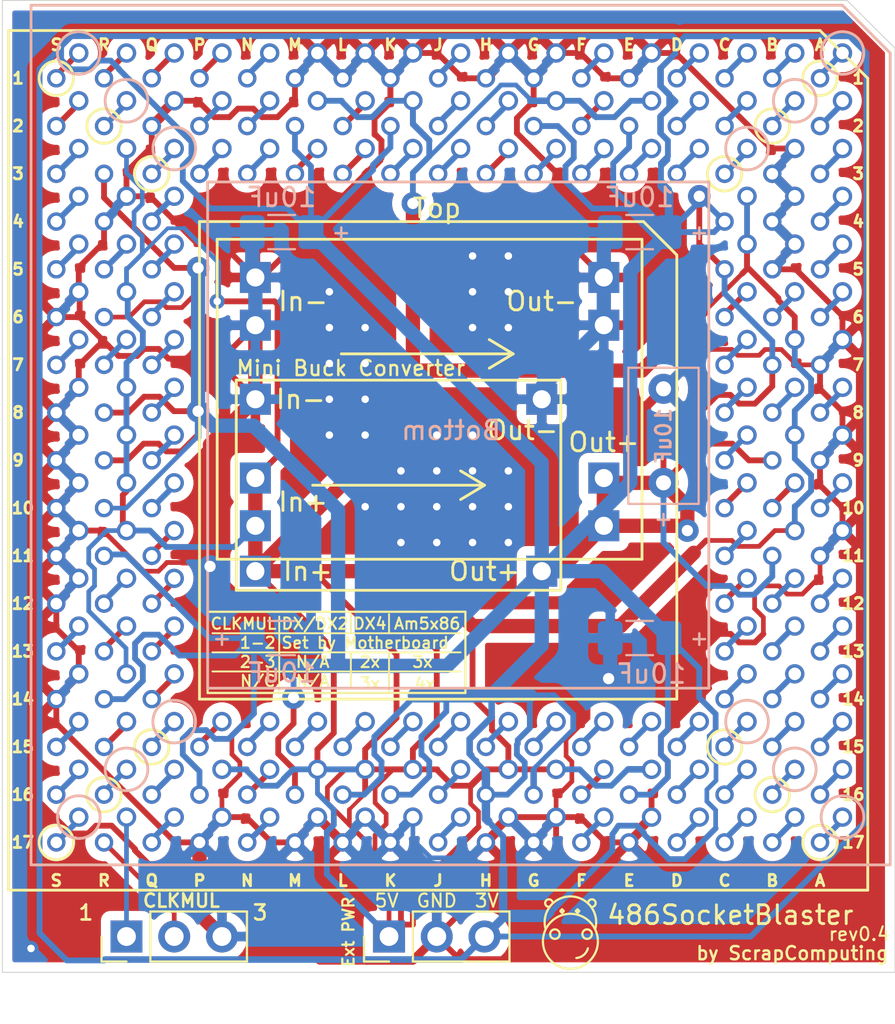
<source format=kicad_pcb>
(kicad_pcb (version 20171130) (host pcbnew 5.1.9+dfsg1-1+deb11u1)
  (layers (0 F.Cu signal) (31 B.Cu signal) (34 B.Paste user) (35 F.Paste user) (36 B.SilkS user) (37 F.SilkS user) (38 B.Mask user) (39 F.Mask user) (44 Edge.Cuts user))
  (net 0 "")
  (net 1 "Net-(C1-Pad1)")
  (net 2 GND)
  (net 3 "Net-(CLKMUL1-Pad2)")
  (net 4 "Net-(Bot1-PadB10)")
  (net 5 "Net-(Bot1-PadB11)")
  (net 6 "Net-(Bot1-PadB16)")
  (net 7 "Net-(Bot1-PadB15)")
  (net 8 "Net-(Bot1-PadA4)")
  (net 9 "Net-(Bot1-PadA5)")
  (net 10 "Net-(Bot1-PadA17)")
  (net 11 "Net-(Bot1-PadC1)")
  (net 12 "Net-(Bot1-PadC10)")
  (net 13 "Net-(Bot1-PadA10)")
  (net 14 "Net-(Bot1-PadC14)")
  (net 15 "Net-(Bot1-PadC15)")
  (net 16 "Net-(Bot1-PadC16)")
  (net 17 "Net-(Bot1-PadC17)")
  (net 18 "Net-(Bot1-PadD1)")
  (net 19 "Net-(Bot1-PadD2)")
  (net 20 "Net-(Bot1-PadD3)")
  (net 21 "Net-(Bot1-PadD15)")
  (net 22 "Net-(Bot1-PadD16)")
  (net 23 "Net-(Bot1-PadD17)")
  (net 24 "Net-(Bot1-PadE3)")
  (net 25 "Net-(Bot1-PadE15)")
  (net 26 "Net-(Bot1-PadF1)")
  (net 27 "Net-(Bot1-PadF2)")
  (net 28 "Net-(Bot1-PadF3)")
  (net 29 "Net-(Bot1-PadF15)")
  (net 30 "Net-(Bot1-PadF16)")
  (net 31 "Net-(Bot1-PadF17)")
  (net 32 "Net-(Bot1-PadG3)")
  (net 33 "Net-(Bot1-PadG15)")
  (net 34 "Net-(Bot1-PadH2)")
  (net 35 "Net-(Bot1-PadH3)")
  (net 36 "Net-(Bot1-PadH15)")
  (net 37 "Net-(Bot1-PadJ1)")
  (net 38 "Net-(Bot1-PadJ2)")
  (net 39 "Net-(Bot1-PadJ3)")
  (net 40 "Net-(Bot1-PadA15)")
  (net 41 "Net-(Bot1-PadC11)")
  (net 42 "Net-(Bot1-PadB6)")
  (net 43 "Net-(Bot1-PadA13)")
  (net 44 "Net-(Bot1-PadC3)")
  (net 45 "Net-(Bot1-PadC12)")
  (net 46 "Net-(Bot1-PadC13)")
  (net 47 "Net-(Bot1-PadJ15)")
  (net 48 "Net-(Bot1-PadJ16)")
  (net 49 "Net-(Bot1-PadJ17)")
  (net 50 "Net-(Bot1-PadK3)")
  (net 51 "Net-(Bot1-PadK15)")
  (net 52 "Net-(Bot1-PadL2)")
  (net 53 "Net-(Bot1-PadL3)")
  (net 54 "Net-(Bot1-PadL15)")
  (net 55 "Net-(Bot1-PadM3)")
  (net 56 "Net-(Bot1-PadM15)")
  (net 57 "Net-(Bot1-PadN1)")
  (net 58 "Net-(Bot1-PadN2)")
  (net 59 "Net-(Bot1-PadN3)")
  (net 60 "Net-(Bot1-PadN15)")
  (net 61 "Net-(Bot1-PadN16)")
  (net 62 "Net-(Bot1-PadN17)")
  (net 63 "Net-(Bot1-PadP1)")
  (net 64 "Net-(Bot1-PadP2)")
  (net 65 "Net-(Bot1-PadP3)")
  (net 66 "Net-(Bot1-PadP15)")
  (net 67 "Net-(Bot1-PadQ1)")
  (net 68 "Net-(Bot1-PadQ3)")
  (net 69 "Net-(Bot1-PadQ4)")
  (net 70 "Net-(Bot1-PadC9)")
  (net 71 "Net-(Bot1-PadA12)")
  (net 72 "Net-(Bot1-PadQ5)")
  (net 73 "Net-(Bot1-PadQ6)")
  (net 74 "Net-(Bot1-PadQ7)")
  (net 75 "Net-(Bot1-PadQ8)")
  (net 76 "Net-(Bot1-PadQ9)")
  (net 77 "Net-(Bot1-PadQ10)")
  (net 78 "Net-(Bot1-PadQ11)")
  (net 79 "Net-(Bot1-PadQ12)")
  (net 80 "Net-(Bot1-PadQ13)")
  (net 81 "Net-(Bot1-PadQ14)")
  (net 82 "Net-(Bot1-PadQ15)")
  (net 83 "Net-(Bot1-PadQ16)")
  (net 84 "Net-(Bot1-PadQ17)")
  (net 85 "Net-(Bot1-PadR1)")
  (net 86 "Net-(Bot1-PadR2)")
  (net 87 "Net-(Bot1-PadR5)")
  (net 88 "Net-(Bot1-PadR7)")
  (net 89 "Net-(Bot1-PadR12)")
  (net 90 "Net-(Bot1-PadR13)")
  (net 91 "Net-(Bot1-PadR15)")
  (net 92 "Net-(Bot1-PadR16)")
  (net 93 "Net-(Bot1-PadR17)")
  (net 94 "Net-(Bot1-PadS1)")
  (net 95 "Net-(Bot1-PadS2)")
  (net 96 "Net-(Bot1-PadS3)")
  (net 97 "Net-(Bot1-PadS4)")
  (net 98 "Net-(Bot1-PadS5)")
  (net 99 "Net-(Bot1-PadS7)")
  (net 100 "Net-(Bot1-PadS13)")
  (net 101 "Net-(Bot1-PadA8)")
  (net 102 "Net-(Bot1-PadB12)")
  (net 103 "Net-(Bot1-PadC2)")
  (net 104 "Net-(Bot1-PadB17)")
  (net 105 "Net-(Bot1-PadA14)")
  (net 106 "Net-(Bot1-PadB8)")
  (net 107 "Net-(Bot1-PadC7)")
  (net 108 "Net-(Bot1-PadS15)")
  (net 109 "Net-(Bot1-PadS16)")
  (net 110 "Net-(Bot1-PadS17)")
  (net 111 "Net-(Bot1-PadA2)")
  (net 112 "Net-(Bot1-PadA3)")
  (net 113 "Net-(Bot1-PadA16)")
  (net 114 "Net-(Bot1-PadC6)")
  (net 115 "Net-(Bot1-PadC8)")
  (net 116 "Net-(Bot1-PadB2)")
  (net 117 "Net-(Bot1-PadB13)")
  (net 118 "Net-(Bot1-PadB14)")
  (net 119 "Net-(Bot1-PadA6)")
  (net 120 "Net-(Bot1-PadA1)")
  (net 121 "Net-(Bot1-PadB1)")
  (module 486pga:486_168pga_socket (layer F.Cu) (at 141.045001 33.095001)
    (fp_text reference Top (at -20.395001 6.909999) (layer F.SilkS))
    (fp_text value 486)
    (fp_text user 15 (at -42.418 35.56) (layer F.SilkS) (effects (font (size 0.6 0.6))))
    (fp_text user 17 (at -42.418 40.64) (layer F.SilkS) (effects (font (size 0.6 0.6))))
    (fp_text user 4 (at -42.672 7.62) (layer F.SilkS) (effects (font (size 0.6 0.6))))
    (fp_text user 12 (at -42.418 27.94) (layer F.SilkS) (effects (font (size 0.6 0.6))))
    (fp_text user 11 (at -42.418 25.4) (layer F.SilkS) (effects (font (size 0.6 0.6))))
    (fp_text user 9 (at -42.672 20.32) (layer F.SilkS) (effects (font (size 0.6 0.6))))
    (fp_text user 2 (at -42.672 2.54) (layer F.SilkS) (effects (font (size 0.6 0.6))))
    (fp_text user 7 (at -42.672 15.24) (layer F.SilkS) (effects (font (size 0.6 0.6))))
    (fp_text user 14 (at -42.418 33.02) (layer F.SilkS) (effects (font (size 0.6 0.6))))
    (fp_text user 13 (at -42.418 30.48) (layer F.SilkS) (effects (font (size 0.6 0.6))))
    (fp_text user 10 (at -42.418 22.86) (layer F.SilkS) (effects (font (size 0.6 0.6))))
    (fp_text user 16 (at -42.418 38.1) (layer F.SilkS) (effects (font (size 0.6 0.6))))
    (fp_text user 8 (at -42.672 17.78) (layer F.SilkS) (effects (font (size 0.6 0.6))))
    (fp_text user 1 (at -42.672 0) (layer F.SilkS) (effects (font (size 0.6 0.6))))
    (fp_text user 6 (at -42.672 12.7) (layer F.SilkS) (effects (font (size 0.6 0.6))))
    (fp_text user 5 (at -42.672 10.16) (layer F.SilkS) (effects (font (size 0.6 0.6))))
    (fp_text user 3 (at -42.672 5.08) (layer F.SilkS) (effects (font (size 0.6 0.6))))
    (fp_text user 17 (at 1.778 40.64) (layer F.SilkS) (effects (font (size 0.6 0.6))))
    (fp_text user 16 (at 1.778 38.1) (layer F.SilkS) (effects (font (size 0.6 0.6))))
    (fp_text user 15 (at 1.778 35.56) (layer F.SilkS) (effects (font (size 0.6 0.6))))
    (fp_text user 14 (at 1.778 33.02) (layer F.SilkS) (effects (font (size 0.6 0.6))))
    (fp_text user 13 (at 1.778 30.48) (layer F.SilkS) (effects (font (size 0.6 0.6))))
    (fp_text user 12 (at 1.778 27.94) (layer F.SilkS) (effects (font (size 0.6 0.6))))
    (fp_text user 11 (at 1.778 25.4) (layer F.SilkS) (effects (font (size 0.6 0.6))))
    (fp_text user 10 (at 1.778 22.86) (layer F.SilkS) (effects (font (size 0.6 0.6))))
    (fp_text user 9 (at 2.032 20.32) (layer F.SilkS) (effects (font (size 0.6 0.6))))
    (fp_text user 8 (at 2.032 17.78) (layer F.SilkS) (effects (font (size 0.6 0.6))))
    (fp_text user 7 (at 2.032 15.24) (layer F.SilkS) (effects (font (size 0.6 0.6))))
    (fp_text user 6 (at 2.032 12.7) (layer F.SilkS) (effects (font (size 0.6 0.6))))
    (fp_text user 5 (at 2.032 10.16) (layer F.SilkS) (effects (font (size 0.6 0.6))))
    (fp_text user 4 (at 2.032 7.62) (layer F.SilkS) (effects (font (size 0.6 0.6))))
    (fp_text user 3 (at 2.032 5.08) (layer F.SilkS) (effects (font (size 0.6 0.6))))
    (fp_text user 2 (at 2.032 2.54) (layer F.SilkS) (effects (font (size 0.6 0.6))))
    (fp_text user 1 (at 2.032 0) (layer F.SilkS) (effects (font (size 0.6 0.6))))
    (fp_text user F (at -12.7 42.672) (layer F.SilkS) (effects (font (size 0.6 0.6))))
    (fp_text user G (at -15.24 42.672) (layer F.SilkS) (effects (font (size 0.6 0.6))))
    (fp_text user A (at 0 42.672) (layer F.SilkS) (effects (font (size 0.6 0.6))))
    (fp_text user B (at -2.54 42.672) (layer F.SilkS) (effects (font (size 0.6 0.6))))
    (fp_text user C (at -5.08 42.672) (layer F.SilkS) (effects (font (size 0.6 0.6))))
    (fp_text user E (at -10.16 42.672) (layer F.SilkS) (effects (font (size 0.6 0.6))))
    (fp_text user D (at -7.62 42.672) (layer F.SilkS) (effects (font (size 0.6 0.6))))
    (fp_text user P (at -33.02 42.672) (layer F.SilkS) (effects (font (size 0.6 0.6))))
    (fp_text user N (at -30.48 42.672) (layer F.SilkS) (effects (font (size 0.6 0.6))))
    (fp_text user Q (at -35.56 42.672) (layer F.SilkS) (effects (font (size 0.6 0.6))))
    (fp_text user R (at -38.1 42.672) (layer F.SilkS) (effects (font (size 0.6 0.6))))
    (fp_text user H (at -17.78 42.672) (layer F.SilkS) (effects (font (size 0.6 0.6))))
    (fp_text user J (at -20.32 42.672) (layer F.SilkS) (effects (font (size 0.6 0.6))))
    (fp_text user K (at -22.86 42.672) (layer F.SilkS) (effects (font (size 0.6 0.6))))
    (fp_text user L (at -25.4 42.672) (layer F.SilkS) (effects (font (size 0.6 0.6))))
    (fp_text user S (at -40.64 42.672) (layer F.SilkS) (effects (font (size 0.6 0.6))))
    (fp_text user M (at -27.94 42.672) (layer F.SilkS) (effects (font (size 0.6 0.6))))
    (fp_text user S (at -40.64 -1.778) (layer F.SilkS) (effects (font (size 0.6 0.6))))
    (fp_text user R (at -38.1 -1.778) (layer F.SilkS) (effects (font (size 0.6 0.6))))
    (fp_text user Q (at -35.56 -1.778) (layer F.SilkS) (effects (font (size 0.6 0.6))))
    (fp_text user P (at -33.02 -1.778) (layer F.SilkS) (effects (font (size 0.6 0.6))))
    (fp_text user N (at -30.48 -1.778) (layer F.SilkS) (effects (font (size 0.6 0.6))))
    (fp_text user M (at -27.94 -1.778) (layer F.SilkS) (effects (font (size 0.6 0.6))))
    (fp_text user L (at -25.4 -1.778) (layer F.SilkS) (effects (font (size 0.6 0.6))))
    (fp_text user K (at -22.86 -1.778) (layer F.SilkS) (effects (font (size 0.6 0.6))))
    (fp_text user J (at -20.32 -1.778) (layer F.SilkS) (effects (font (size 0.6 0.6))))
    (fp_text user H (at -17.78 -1.778) (layer F.SilkS) (effects (font (size 0.6 0.6))))
    (fp_text user G (at -15.24 -1.778) (layer F.SilkS) (effects (font (size 0.6 0.6))))
    (fp_text user F (at -12.7 -1.778) (layer F.SilkS) (effects (font (size 0.6 0.6))))
    (fp_text user E (at -10.16 -1.778) (layer F.SilkS) (effects (font (size 0.6 0.6))))
    (fp_text user D (at -7.62 -1.778) (layer F.SilkS) (effects (font (size 0.6 0.6))))
    (fp_text user C (at -5.08 -1.778) (layer F.SilkS) (effects (font (size 0.6 0.6))))
    (fp_text user B (at -2.54 -1.778) (layer F.SilkS) (effects (font (size 0.6 0.6))))
    (fp_text user A (at 0 -1.778) (layer F.SilkS) (effects (font (size 0.6 0.6))))
    (pad B10 thru_hole circle (at -2.54 22.86) (size 0.98 0.98) (drill 0.62) (layers *.Cu *.Mask) (net 4 "Net-(Bot1-PadB10)"))
    (pad B11 thru_hole circle (at -2.54 25.4) (size 0.98 0.98) (drill 0.62) (layers *.Cu *.Mask) (net 1 "Net-(C1-Pad1)"))
    (pad B16 thru_hole circle (at -2.54 38.1) (size 0.98 0.98) (drill 0.62) (layers *.Cu *.Mask) (net 6 "Net-(Bot1-PadB16)"))
    (pad B15 thru_hole circle (at -2.54 35.56) (size 0.98 0.98) (drill 0.62) (layers *.Cu *.Mask) (net 7 "Net-(Bot1-PadB15)"))
    (pad B4 thru_hole circle (at -2.54 7.62) (size 0.98 0.98) (drill 0.62) (layers *.Cu *.Mask) (net 2 GND))
    (pad B9 thru_hole circle (at -2.54 20.32) (size 0.98 0.98) (drill 0.62) (layers *.Cu *.Mask) (net 1 "Net-(C1-Pad1)"))
    (pad A7 thru_hole circle (at 0 15.24) (size 0.98 0.98) (drill 0.62) (layers *.Cu *.Mask) (net 2 GND))
    (pad A4 thru_hole circle (at 0 7.62) (size 0.98 0.98) (drill 0.62) (layers *.Cu *.Mask) (net 8 "Net-(Bot1-PadA4)"))
    (pad A5 thru_hole circle (at 0 10.16) (size 0.98 0.98) (drill 0.62) (layers *.Cu *.Mask) (net 9 "Net-(Bot1-PadA5)"))
    (pad A9 thru_hole circle (at 0 20.32) (size 0.98 0.98) (drill 0.62) (layers *.Cu *.Mask) (net 2 GND))
    (pad A17 thru_hole circle (at 0 40.64) (size 0.98 0.98) (drill 0.62) (layers *.Cu *.Mask) (net 10 "Net-(Bot1-PadA17)"))
    (pad C1 thru_hole circle (at -5.08 0) (size 0.98 0.98) (drill 0.62) (layers *.Cu *.Mask) (net 11 "Net-(Bot1-PadC1)"))
    (pad C10 thru_hole circle (at -5.08 22.86) (size 0.98 0.98) (drill 0.62) (layers *.Cu *.Mask) (net 12 "Net-(Bot1-PadC10)"))
    (pad A10 thru_hole circle (at 0 22.86) (size 0.98 0.98) (drill 0.62) (layers *.Cu *.Mask) (net 13 "Net-(Bot1-PadA10)"))
    (pad C14 thru_hole circle (at -5.08 33.02) (size 0.98 0.98) (drill 0.62) (layers *.Cu *.Mask) (net 14 "Net-(Bot1-PadC14)"))
    (pad C15 thru_hole circle (at -5.08 35.56) (size 0.98 0.98) (drill 0.62) (layers *.Cu *.Mask) (net 15 "Net-(Bot1-PadC15)"))
    (pad C16 thru_hole circle (at -5.08 38.1) (size 0.98 0.98) (drill 0.62) (layers *.Cu *.Mask) (net 16 "Net-(Bot1-PadC16)"))
    (pad C17 thru_hole circle (at -5.08 40.64) (size 0.98 0.98) (drill 0.62) (layers *.Cu *.Mask) (net 17 "Net-(Bot1-PadC17)"))
    (pad D1 thru_hole circle (at -7.62 0) (size 0.98 0.98) (drill 0.62) (layers *.Cu *.Mask) (net 18 "Net-(Bot1-PadD1)"))
    (pad D2 thru_hole circle (at -7.62 2.54) (size 0.98 0.98) (drill 0.62) (layers *.Cu *.Mask) (net 19 "Net-(Bot1-PadD2)"))
    (pad D3 thru_hole circle (at -7.62 5.08) (size 0.98 0.98) (drill 0.62) (layers *.Cu *.Mask) (net 20 "Net-(Bot1-PadD3)"))
    (pad D15 thru_hole circle (at -7.62 35.56) (size 0.98 0.98) (drill 0.62) (layers *.Cu *.Mask) (net 21 "Net-(Bot1-PadD15)"))
    (pad D16 thru_hole circle (at -7.62 38.1) (size 0.98 0.98) (drill 0.62) (layers *.Cu *.Mask) (net 22 "Net-(Bot1-PadD16)"))
    (pad D17 thru_hole circle (at -7.62 40.64) (size 0.98 0.98) (drill 0.62) (layers *.Cu *.Mask) (net 23 "Net-(Bot1-PadD17)"))
    (pad E1 thru_hole circle (at -10.16 0) (size 0.98 0.98) (drill 0.62) (layers *.Cu *.Mask) (net 2 GND))
    (pad E2 thru_hole circle (at -10.16 2.54) (size 0.98 0.98) (drill 0.62) (layers *.Cu *.Mask) (net 1 "Net-(C1-Pad1)"))
    (pad E3 thru_hole circle (at -10.16 5.08) (size 0.98 0.98) (drill 0.62) (layers *.Cu *.Mask) (net 24 "Net-(Bot1-PadE3)"))
    (pad E15 thru_hole circle (at -10.16 35.56) (size 0.98 0.98) (drill 0.62) (layers *.Cu *.Mask) (net 25 "Net-(Bot1-PadE15)"))
    (pad E16 thru_hole circle (at -10.16 38.1) (size 0.98 0.98) (drill 0.62) (layers *.Cu *.Mask) (net 1 "Net-(C1-Pad1)"))
    (pad E17 thru_hole circle (at -10.16 40.64) (size 0.98 0.98) (drill 0.62) (layers *.Cu *.Mask) (net 2 GND))
    (pad F1 thru_hole circle (at -12.7 0) (size 0.98 0.98) (drill 0.62) (layers *.Cu *.Mask) (net 26 "Net-(Bot1-PadF1)"))
    (pad F2 thru_hole circle (at -12.7 2.54) (size 0.98 0.98) (drill 0.62) (layers *.Cu *.Mask) (net 27 "Net-(Bot1-PadF2)"))
    (pad F3 thru_hole circle (at -12.7 5.08) (size 0.98 0.98) (drill 0.62) (layers *.Cu *.Mask) (net 28 "Net-(Bot1-PadF3)"))
    (pad F15 thru_hole circle (at -12.7 35.56) (size 0.98 0.98) (drill 0.62) (layers *.Cu *.Mask) (net 29 "Net-(Bot1-PadF15)"))
    (pad F16 thru_hole circle (at -12.7 38.1) (size 0.98 0.98) (drill 0.62) (layers *.Cu *.Mask) (net 30 "Net-(Bot1-PadF16)"))
    (pad F17 thru_hole circle (at -12.7 40.64) (size 0.98 0.98) (drill 0.62) (layers *.Cu *.Mask) (net 31 "Net-(Bot1-PadF17)"))
    (pad G1 thru_hole circle (at -15.24 0) (size 0.98 0.98) (drill 0.62) (layers *.Cu *.Mask) (net 2 GND))
    (pad G2 thru_hole circle (at -15.24 2.54) (size 0.98 0.98) (drill 0.62) (layers *.Cu *.Mask) (net 1 "Net-(C1-Pad1)"))
    (pad G3 thru_hole circle (at -15.24 5.08) (size 0.98 0.98) (drill 0.62) (layers *.Cu *.Mask) (net 32 "Net-(Bot1-PadG3)"))
    (pad G15 thru_hole circle (at -15.24 35.56) (size 0.98 0.98) (drill 0.62) (layers *.Cu *.Mask) (net 33 "Net-(Bot1-PadG15)"))
    (pad G16 thru_hole circle (at -15.24 38.1) (size 0.98 0.98) (drill 0.62) (layers *.Cu *.Mask) (net 1 "Net-(C1-Pad1)"))
    (pad G17 thru_hole circle (at -15.24 40.64) (size 0.98 0.98) (drill 0.62) (layers *.Cu *.Mask) (net 2 GND))
    (pad H1 thru_hole circle (at -17.78 0) (size 0.98 0.98) (drill 0.62) (layers *.Cu *.Mask) (net 2 GND))
    (pad H2 thru_hole circle (at -17.78 2.54) (size 0.98 0.98) (drill 0.62) (layers *.Cu *.Mask) (net 34 "Net-(Bot1-PadH2)"))
    (pad H3 thru_hole circle (at -17.78 5.08) (size 0.98 0.98) (drill 0.62) (layers *.Cu *.Mask) (net 35 "Net-(Bot1-PadH3)"))
    (pad H15 thru_hole circle (at -17.78 35.56) (size 0.98 0.98) (drill 0.62) (layers *.Cu *.Mask) (net 36 "Net-(Bot1-PadH15)"))
    (pad H16 thru_hole circle (at -17.78 38.1) (size 0.98 0.98) (drill 0.62) (layers *.Cu *.Mask) (net 1 "Net-(C1-Pad1)"))
    (pad H17 thru_hole circle (at -17.78 40.64) (size 0.98 0.98) (drill 0.62) (layers *.Cu *.Mask) (net 2 GND))
    (pad J1 thru_hole circle (at -20.32 0) (size 0.98 0.98) (drill 0.62) (layers *.Cu *.Mask) (net 37 "Net-(Bot1-PadJ1)"))
    (pad J2 thru_hole circle (at -20.32 2.54) (size 0.98 0.98) (drill 0.62) (layers *.Cu *.Mask) (net 38 "Net-(Bot1-PadJ2)"))
    (pad J3 thru_hole circle (at -20.32 5.08) (size 0.98 0.98) (drill 0.62) (layers *.Cu *.Mask) (net 39 "Net-(Bot1-PadJ3)"))
    (pad A11 thru_hole circle (at 0 25.4) (size 0.98 0.98) (drill 0.62) (layers *.Cu *.Mask) (net 2 GND))
    (pad B5 thru_hole circle (at -2.54 10.16) (size 0.98 0.98) (drill 0.62) (layers *.Cu *.Mask) (net 2 GND))
    (pad A15 thru_hole circle (at 0 35.56) (size 0.98 0.98) (drill 0.62) (layers *.Cu *.Mask) (net 40 "Net-(Bot1-PadA15)"))
    (pad C11 thru_hole circle (at -5.08 25.4) (size 0.98 0.98) (drill 0.62) (layers *.Cu *.Mask) (net 41 "Net-(Bot1-PadC11)"))
    (pad B6 thru_hole circle (at -2.54 12.7) (size 0.98 0.98) (drill 0.62) (layers *.Cu *.Mask) (net 42 "Net-(Bot1-PadB6)"))
    (pad A13 thru_hole circle (at 0 30.48) (size 0.98 0.98) (drill 0.62) (layers *.Cu *.Mask) (net 43 "Net-(Bot1-PadA13)"))
    (pad C3 thru_hole circle (at -5.08 5.08) (size 0.98 0.98) (drill 0.62) (layers *.Cu *.Mask) (net 44 "Net-(Bot1-PadC3)"))
    (pad C12 thru_hole circle (at -5.08 27.94) (size 0.98 0.98) (drill 0.62) (layers *.Cu *.Mask) (net 45 "Net-(Bot1-PadC12)"))
    (pad C13 thru_hole circle (at -5.08 30.48) (size 0.98 0.98) (drill 0.62) (layers *.Cu *.Mask) (net 46 "Net-(Bot1-PadC13)"))
    (pad J15 thru_hole circle (at -20.32 35.56) (size 0.98 0.98) (drill 0.62) (layers *.Cu *.Mask) (net 47 "Net-(Bot1-PadJ15)"))
    (pad J16 thru_hole circle (at -20.32 38.1) (size 0.98 0.98) (drill 0.62) (layers *.Cu *.Mask) (net 48 "Net-(Bot1-PadJ16)"))
    (pad J17 thru_hole circle (at -20.32 40.64) (size 0.98 0.98) (drill 0.62) (layers *.Cu *.Mask) (net 49 "Net-(Bot1-PadJ17)"))
    (pad K1 thru_hole circle (at -22.86 0) (size 0.98 0.98) (drill 0.62) (layers *.Cu *.Mask) (net 2 GND))
    (pad K2 thru_hole circle (at -22.86 2.54) (size 0.98 0.98) (drill 0.62) (layers *.Cu *.Mask) (net 1 "Net-(C1-Pad1)"))
    (pad K3 thru_hole circle (at -22.86 5.08) (size 0.98 0.98) (drill 0.62) (layers *.Cu *.Mask) (net 50 "Net-(Bot1-PadK3)"))
    (pad K15 thru_hole circle (at -22.86 35.56) (size 0.98 0.98) (drill 0.62) (layers *.Cu *.Mask) (net 51 "Net-(Bot1-PadK15)"))
    (pad K16 thru_hole circle (at -22.86 38.1) (size 0.98 0.98) (drill 0.62) (layers *.Cu *.Mask) (net 1 "Net-(C1-Pad1)"))
    (pad K17 thru_hole circle (at -22.86 40.64) (size 0.98 0.98) (drill 0.62) (layers *.Cu *.Mask) (net 2 GND))
    (pad L1 thru_hole circle (at -25.4 0) (size 0.98 0.98) (drill 0.62) (layers *.Cu *.Mask) (net 2 GND))
    (pad L2 thru_hole circle (at -25.4 2.54) (size 0.98 0.98) (drill 0.62) (layers *.Cu *.Mask) (net 52 "Net-(Bot1-PadL2)"))
    (pad L3 thru_hole circle (at -25.4 5.08) (size 0.98 0.98) (drill 0.62) (layers *.Cu *.Mask) (net 53 "Net-(Bot1-PadL3)"))
    (pad L15 thru_hole circle (at -25.4 35.56) (size 0.98 0.98) (drill 0.62) (layers *.Cu *.Mask) (net 54 "Net-(Bot1-PadL15)"))
    (pad L16 thru_hole circle (at -25.4 38.1) (size 0.98 0.98) (drill 0.62) (layers *.Cu *.Mask) (net 1 "Net-(C1-Pad1)"))
    (pad L17 thru_hole circle (at -25.4 40.64) (size 0.98 0.98) (drill 0.62) (layers *.Cu *.Mask) (net 2 GND))
    (pad M1 thru_hole circle (at -27.94 0) (size 0.98 0.98) (drill 0.62) (layers *.Cu *.Mask) (net 2 GND))
    (pad M2 thru_hole circle (at -27.94 2.54) (size 0.98 0.98) (drill 0.62) (layers *.Cu *.Mask) (net 1 "Net-(C1-Pad1)"))
    (pad M3 thru_hole circle (at -27.94 5.08) (size 0.98 0.98) (drill 0.62) (layers *.Cu *.Mask) (net 55 "Net-(Bot1-PadM3)"))
    (pad M15 thru_hole circle (at -27.94 35.56) (size 0.98 0.98) (drill 0.62) (layers *.Cu *.Mask) (net 56 "Net-(Bot1-PadM15)"))
    (pad M16 thru_hole circle (at -27.94 38.1) (size 0.98 0.98) (drill 0.62) (layers *.Cu *.Mask) (net 1 "Net-(C1-Pad1)"))
    (pad M17 thru_hole circle (at -27.94 40.64) (size 0.98 0.98) (drill 0.62) (layers *.Cu *.Mask) (net 2 GND))
    (pad N1 thru_hole circle (at -30.48 0) (size 0.98 0.98) (drill 0.62) (layers *.Cu *.Mask) (net 57 "Net-(Bot1-PadN1)"))
    (pad N2 thru_hole circle (at -30.48 2.54) (size 0.98 0.98) (drill 0.62) (layers *.Cu *.Mask) (net 58 "Net-(Bot1-PadN2)"))
    (pad N3 thru_hole circle (at -30.48 5.08) (size 0.98 0.98) (drill 0.62) (layers *.Cu *.Mask) (net 59 "Net-(Bot1-PadN3)"))
    (pad N15 thru_hole circle (at -30.48 35.56) (size 0.98 0.98) (drill 0.62) (layers *.Cu *.Mask) (net 60 "Net-(Bot1-PadN15)"))
    (pad N16 thru_hole circle (at -30.48 38.1) (size 0.98 0.98) (drill 0.62) (layers *.Cu *.Mask) (net 61 "Net-(Bot1-PadN16)"))
    (pad N17 thru_hole circle (at -30.48 40.64) (size 0.98 0.98) (drill 0.62) (layers *.Cu *.Mask) (net 62 "Net-(Bot1-PadN17)"))
    (pad P1 thru_hole circle (at -33.02 0) (size 0.98 0.98) (drill 0.62) (layers *.Cu *.Mask) (net 63 "Net-(Bot1-PadP1)"))
    (pad P2 thru_hole circle (at -33.02 2.54) (size 0.98 0.98) (drill 0.62) (layers *.Cu *.Mask) (net 64 "Net-(Bot1-PadP2)"))
    (pad P3 thru_hole circle (at -33.02 5.08) (size 0.98 0.98) (drill 0.62) (layers *.Cu *.Mask) (net 65 "Net-(Bot1-PadP3)"))
    (pad P15 thru_hole circle (at -33.02 35.56) (size 0.98 0.98) (drill 0.62) (layers *.Cu *.Mask) (net 66 "Net-(Bot1-PadP15)"))
    (pad P16 thru_hole circle (at -33.02 38.1) (size 0.98 0.98) (drill 0.62) (layers *.Cu *.Mask) (net 1 "Net-(C1-Pad1)"))
    (pad P17 thru_hole circle (at -33.02 40.64) (size 0.98 0.98) (drill 0.62) (layers *.Cu *.Mask) (net 2 GND))
    (pad Q1 thru_hole circle (at -35.56 0) (size 0.98 0.98) (drill 0.62) (layers *.Cu *.Mask) (net 67 "Net-(Bot1-PadQ1)"))
    (pad Q2 thru_hole circle (at -35.56 2.54) (size 0.98 0.98) (drill 0.62) (layers *.Cu *.Mask) (net 2 GND))
    (pad Q3 thru_hole circle (at -35.56 5.08) (size 0.98 0.98) (drill 0.62) (layers *.Cu *.Mask) (net 68 "Net-(Bot1-PadQ3)"))
    (pad Q4 thru_hole circle (at -35.56 7.62) (size 0.98 0.98) (drill 0.62) (layers *.Cu *.Mask) (net 69 "Net-(Bot1-PadQ4)"))
    (pad C9 thru_hole circle (at -5.08 20.32) (size 0.98 0.98) (drill 0.62) (layers *.Cu *.Mask) (net 70 "Net-(Bot1-PadC9)"))
    (pad A12 thru_hole circle (at 0 27.94) (size 0.98 0.98) (drill 0.62) (layers *.Cu *.Mask) (net 71 "Net-(Bot1-PadA12)"))
    (pad Q5 thru_hole circle (at -35.56 10.16) (size 0.98 0.98) (drill 0.62) (layers *.Cu *.Mask) (net 72 "Net-(Bot1-PadQ5)"))
    (pad Q6 thru_hole circle (at -35.56 12.7) (size 0.98 0.98) (drill 0.62) (layers *.Cu *.Mask) (net 73 "Net-(Bot1-PadQ6)"))
    (pad Q7 thru_hole circle (at -35.56 15.24) (size 0.98 0.98) (drill 0.62) (layers *.Cu *.Mask) (net 74 "Net-(Bot1-PadQ7)"))
    (pad Q8 thru_hole circle (at -35.56 17.78) (size 0.98 0.98) (drill 0.62) (layers *.Cu *.Mask) (net 75 "Net-(Bot1-PadQ8)"))
    (pad Q9 thru_hole circle (at -35.56 20.32) (size 0.98 0.98) (drill 0.62) (layers *.Cu *.Mask) (net 76 "Net-(Bot1-PadQ9)"))
    (pad Q10 thru_hole circle (at -35.56 22.86) (size 0.98 0.98) (drill 0.62) (layers *.Cu *.Mask) (net 77 "Net-(Bot1-PadQ10)"))
    (pad Q11 thru_hole circle (at -35.56 25.4) (size 0.98 0.98) (drill 0.62) (layers *.Cu *.Mask) (net 78 "Net-(Bot1-PadQ11)"))
    (pad Q12 thru_hole circle (at -35.56 27.94) (size 0.98 0.98) (drill 0.62) (layers *.Cu *.Mask) (net 79 "Net-(Bot1-PadQ12)"))
    (pad Q13 thru_hole circle (at -35.56 30.48) (size 0.98 0.98) (drill 0.62) (layers *.Cu *.Mask) (net 80 "Net-(Bot1-PadQ13)"))
    (pad Q14 thru_hole circle (at -35.56 33.02) (size 0.98 0.98) (drill 0.62) (layers *.Cu *.Mask) (net 81 "Net-(Bot1-PadQ14)"))
    (pad Q15 thru_hole circle (at -35.56 35.56) (size 0.98 0.98) (drill 0.62) (layers *.Cu *.Mask) (net 82 "Net-(Bot1-PadQ15)"))
    (pad Q16 thru_hole circle (at -35.56 38.1) (size 0.98 0.98) (drill 0.62) (layers *.Cu *.Mask) (net 83 "Net-(Bot1-PadQ16)"))
    (pad Q17 thru_hole circle (at -35.56 40.64) (size 0.98 0.98) (drill 0.62) (layers *.Cu *.Mask) (net 84 "Net-(Bot1-PadQ17)"))
    (pad R1 thru_hole circle (at -38.1 0) (size 0.98 0.98) (drill 0.62) (layers *.Cu *.Mask) (net 85 "Net-(Bot1-PadR1)"))
    (pad R2 thru_hole circle (at -38.1 2.54) (size 0.98 0.98) (drill 0.62) (layers *.Cu *.Mask) (net 86 "Net-(Bot1-PadR2)"))
    (pad R3 thru_hole circle (at -38.1 5.08) (size 0.98 0.98) (drill 0.62) (layers *.Cu *.Mask) (net 1 "Net-(C1-Pad1)"))
    (pad R4 thru_hole circle (at -38.1 7.62) (size 0.98 0.98) (drill 0.62) (layers *.Cu *.Mask) (net 2 GND))
    (pad R5 thru_hole circle (at -38.1 10.16) (size 0.98 0.98) (drill 0.62) (layers *.Cu *.Mask) (net 87 "Net-(Bot1-PadR5)"))
    (pad R6 thru_hole circle (at -38.1 12.7) (size 0.98 0.98) (drill 0.62) (layers *.Cu *.Mask) (net 1 "Net-(C1-Pad1)"))
    (pad R7 thru_hole circle (at -38.1 15.24) (size 0.98 0.98) (drill 0.62) (layers *.Cu *.Mask) (net 88 "Net-(Bot1-PadR7)"))
    (pad R8 thru_hole circle (at -38.1 17.78) (size 0.98 0.98) (drill 0.62) (layers *.Cu *.Mask) (net 1 "Net-(C1-Pad1)"))
    (pad R9 thru_hole circle (at -38.1 20.32) (size 0.98 0.98) (drill 0.62) (layers *.Cu *.Mask) (net 1 "Net-(C1-Pad1)"))
    (pad R10 thru_hole circle (at -38.1 22.86) (size 0.98 0.98) (drill 0.62) (layers *.Cu *.Mask) (net 1 "Net-(C1-Pad1)"))
    (pad R11 thru_hole circle (at -38.1 25.4) (size 0.98 0.98) (drill 0.62) (layers *.Cu *.Mask) (net 1 "Net-(C1-Pad1)"))
    (pad R12 thru_hole circle (at -38.1 27.94) (size 0.98 0.98) (drill 0.62) (layers *.Cu *.Mask) (net 89 "Net-(Bot1-PadR12)"))
    (pad R13 thru_hole circle (at -38.1 30.48) (size 0.98 0.98) (drill 0.62) (layers *.Cu *.Mask) (net 90 "Net-(Bot1-PadR13)"))
    (pad R14 thru_hole circle (at -38.1 33.02) (size 0.98 0.98) (drill 0.62) (layers *.Cu *.Mask) (net 1 "Net-(C1-Pad1)"))
    (pad R15 thru_hole circle (at -38.1 35.56) (size 0.98 0.98) (drill 0.62) (layers *.Cu *.Mask) (net 91 "Net-(Bot1-PadR15)"))
    (pad R16 thru_hole circle (at -38.1 38.1) (size 0.98 0.98) (drill 0.62) (layers *.Cu *.Mask) (net 92 "Net-(Bot1-PadR16)"))
    (pad R17 thru_hole circle (at -38.1 40.64) (size 0.98 0.98) (drill 0.62) (layers *.Cu *.Mask) (net 3 "Net-(CLKMUL1-Pad2)"))
    (pad S1 thru_hole circle (at -40.64 0) (size 0.98 0.98) (drill 0.62) (layers *.Cu *.Mask) (net 94 "Net-(Bot1-PadS1)"))
    (pad S2 thru_hole circle (at -40.64 2.54) (size 0.98 0.98) (drill 0.62) (layers *.Cu *.Mask) (net 95 "Net-(Bot1-PadS2)"))
    (pad S3 thru_hole circle (at -40.64 5.08) (size 0.98 0.98) (drill 0.62) (layers *.Cu *.Mask) (net 96 "Net-(Bot1-PadS3)"))
    (pad S4 thru_hole circle (at -40.64 7.62) (size 0.98 0.98) (drill 0.62) (layers *.Cu *.Mask) (net 97 "Net-(Bot1-PadS4)"))
    (pad S5 thru_hole circle (at -40.64 10.16) (size 0.98 0.98) (drill 0.62) (layers *.Cu *.Mask) (net 98 "Net-(Bot1-PadS5)"))
    (pad S6 thru_hole circle (at -40.64 12.7) (size 0.98 0.98) (drill 0.62) (layers *.Cu *.Mask) (net 2 GND))
    (pad S7 thru_hole circle (at -40.64 15.24) (size 0.98 0.98) (drill 0.62) (layers *.Cu *.Mask) (net 99 "Net-(Bot1-PadS7)"))
    (pad S8 thru_hole circle (at -40.64 17.78) (size 0.98 0.98) (drill 0.62) (layers *.Cu *.Mask) (net 2 GND))
    (pad S9 thru_hole circle (at -40.64 20.32) (size 0.98 0.98) (drill 0.62) (layers *.Cu *.Mask) (net 2 GND))
    (pad S10 thru_hole circle (at -40.64 22.86) (size 0.98 0.98) (drill 0.62) (layers *.Cu *.Mask) (net 2 GND))
    (pad S11 thru_hole circle (at -40.64 25.4) (size 0.98 0.98) (drill 0.62) (layers *.Cu *.Mask) (net 2 GND))
    (pad S12 thru_hole circle (at -40.64 27.94) (size 0.98 0.98) (drill 0.62) (layers *.Cu *.Mask) (net 2 GND))
    (pad S13 thru_hole circle (at -40.64 30.48) (size 0.98 0.98) (drill 0.62) (layers *.Cu *.Mask) (net 100 "Net-(Bot1-PadS13)"))
    (pad A8 thru_hole circle (at 0 17.78) (size 0.98 0.98) (drill 0.62) (layers *.Cu *.Mask) (net 101 "Net-(Bot1-PadA8)"))
    (pad B12 thru_hole circle (at -2.54 27.94) (size 0.98 0.98) (drill 0.62) (layers *.Cu *.Mask) (net 102 "Net-(Bot1-PadB12)"))
    (pad C2 thru_hole circle (at -5.08 2.54) (size 0.98 0.98) (drill 0.62) (layers *.Cu *.Mask) (net 103 "Net-(Bot1-PadC2)"))
    (pad B17 thru_hole circle (at -2.54 40.64) (size 0.98 0.98) (drill 0.62) (layers *.Cu *.Mask) (net 104 "Net-(Bot1-PadB17)"))
    (pad C5 thru_hole circle (at -5.08 10.16) (size 0.98 0.98) (drill 0.62) (layers *.Cu *.Mask) (net 1 "Net-(C1-Pad1)"))
    (pad A14 thru_hole circle (at 0 33.02) (size 0.98 0.98) (drill 0.62) (layers *.Cu *.Mask) (net 105 "Net-(Bot1-PadA14)"))
    (pad B8 thru_hole circle (at -2.54 17.78) (size 0.98 0.98) (drill 0.62) (layers *.Cu *.Mask) (net 106 "Net-(Bot1-PadB8)"))
    (pad C4 thru_hole circle (at -5.08 7.62) (size 0.98 0.98) (drill 0.62) (layers *.Cu *.Mask) (net 1 "Net-(C1-Pad1)"))
    (pad C7 thru_hole circle (at -5.08 15.24) (size 0.98 0.98) (drill 0.62) (layers *.Cu *.Mask) (net 107 "Net-(Bot1-PadC7)"))
    (pad S14 thru_hole circle (at -40.64 33.02) (size 0.98 0.98) (drill 0.62) (layers *.Cu *.Mask) (net 2 GND))
    (pad S15 thru_hole circle (at -40.64 35.56) (size 0.98 0.98) (drill 0.62) (layers *.Cu *.Mask) (net 108 "Net-(Bot1-PadS15)"))
    (pad S16 thru_hole circle (at -40.64 38.1) (size 0.98 0.98) (drill 0.62) (layers *.Cu *.Mask) (net 109 "Net-(Bot1-PadS16)"))
    (pad S17 thru_hole circle (at -40.64 40.64) (size 0.98 0.98) (drill 0.62) (layers *.Cu *.Mask) (net 110 "Net-(Bot1-PadS17)"))
    (pad A2 thru_hole circle (at 0 2.54) (size 0.98 0.98) (drill 0.62) (layers *.Cu *.Mask) (net 111 "Net-(Bot1-PadA2)"))
    (pad A3 thru_hole circle (at 0 5.08) (size 0.98 0.98) (drill 0.62) (layers *.Cu *.Mask) (net 112 "Net-(Bot1-PadA3)"))
    (pad A16 thru_hole circle (at 0 38.1) (size 0.98 0.98) (drill 0.62) (layers *.Cu *.Mask) (net 113 "Net-(Bot1-PadA16)"))
    (pad C6 thru_hole circle (at -5.08 12.7) (size 0.98 0.98) (drill 0.62) (layers *.Cu *.Mask) (net 114 "Net-(Bot1-PadC6)"))
    (pad C8 thru_hole circle (at -5.08 17.78) (size 0.98 0.98) (drill 0.62) (layers *.Cu *.Mask) (net 115 "Net-(Bot1-PadC8)"))
    (pad B2 thru_hole circle (at -2.54 2.54) (size 0.98 0.98) (drill 0.62) (layers *.Cu *.Mask) (net 116 "Net-(Bot1-PadB2)"))
    (pad B13 thru_hole circle (at -2.54 30.48) (size 0.98 0.98) (drill 0.62) (layers *.Cu *.Mask) (net 117 "Net-(Bot1-PadB13)"))
    (pad B14 thru_hole circle (at -2.54 33.02) (size 0.98 0.98) (drill 0.62) (layers *.Cu *.Mask) (net 118 "Net-(Bot1-PadB14)"))
    (pad A6 thru_hole circle (at 0 12.7) (size 0.98 0.98) (drill 0.62) (layers *.Cu *.Mask) (net 119 "Net-(Bot1-PadA6)"))
    (pad B3 thru_hole circle (at -2.54 5.08) (size 0.98 0.98) (drill 0.62) (layers *.Cu *.Mask) (net 2 GND))
    (pad A1 thru_hole circle (at 0 0) (size 0.98 0.98) (drill 0.62) (layers *.Cu *.Mask) (net 120 "Net-(Bot1-PadA1)"))
    (pad B1 thru_hole circle (at -2.54 0) (size 0.98 0.98) (drill 0.62) (layers *.Cu *.Mask) (net 121 "Net-(Bot1-PadB1)"))
    (pad B7 thru_hole circle (at -2.54 15.24) (size 0.98 0.98) (drill 0.62) (layers *.Cu *.Mask) (net 1 "Net-(C1-Pad1)"))
  )
  (module 486pga:VoltageRegulator2 (layer F.Cu) (at 110.998 56.896)
    (fp_text reference "Mini Buck Converter" (at 5.08 -8.382) (layer F.SilkS) (effects (font (size 0.8 0.8) (thickness 0.13))))
    (fp_text value VoltageRegulator)
    (fp_text user Out- (at 15.24 -11.938) (layer F.SilkS))
    (fp_text user Out+ (at 18.542 -4.445) (layer F.SilkS))
    (fp_text user In- (at 2.54 -11.938) (layer F.SilkS))
    (fp_text user In+ (at 2.54 -1.27) (layer F.SilkS))
    (pad GNDout thru_hole rect (at 18.542 -13.208) (size 1.65 1.65) (drill 0.962) (layers *.Cu *.Mask) (net 2 GND))
    (pad GNDin thru_hole rect (at 0 -13.208) (size 1.65 1.65) (drill 0.962) (layers *.Cu *.Mask) (net 2 GND))
    (pad Vout thru_hole rect (at 18.542 -2.54) (size 1.65 1.65) (drill 0.962) (layers *.Cu *.Mask) (net 1 "Net-(C1-Pad1)"))
    (pad Vin thru_hole rect (at 0 -2.54) (size 1.65 1.65) (drill 0.962) (layers *.Cu *.Mask) (net 5 "Net-(Bot1-PadB11)"))
    (pad GNDout thru_hole rect (at 18.542 -10.668) (size 1.65 1.65) (drill 0.962) (layers *.Cu *.Mask) (net 2 GND))
    (pad Vout thru_hole rect (at 18.542 0) (size 1.65 1.65) (drill 0.962) (layers *.Cu *.Mask) (net 1 "Net-(C1-Pad1)"))
    (pad GNDin thru_hole rect (at 0 -10.668) (size 1.65 1.65) (drill 0.962) (layers *.Cu *.Mask) (net 2 GND))
    (pad Vin thru_hole rect (at 0 0) (size 1.65 1.65) (drill 0.962) (layers *.Cu *.Mask) (net 5 "Net-(Bot1-PadB11)"))
  )
  (module 486pga:486_168pga (layer F.Cu) (at 142.24 31.75)
    (fp_text reference Bot1 hide)
    (fp_text value 486)
    (fp_text user Bottom (at -20.828 20.066 180) (layer B.SilkS) (effects (justify mirror)))
    (pad A1 thru_hole circle (at 0 0) (size 1.03 1.03) (drill 0.67) (layers *.Cu *.Mask) (net 120 "Net-(Bot1-PadA1)"))
    (pad A2 thru_hole circle (at 0 2.54) (size 1.03 1.03) (drill 0.67) (layers *.Cu *.Mask) (net 111 "Net-(Bot1-PadA2)"))
    (pad A3 thru_hole circle (at 0 5.08) (size 1.03 1.03) (drill 0.67) (layers *.Cu *.Mask) (net 112 "Net-(Bot1-PadA3)"))
    (pad A4 thru_hole circle (at 0 7.62) (size 1.03 1.03) (drill 0.67) (layers *.Cu *.Mask) (net 8 "Net-(Bot1-PadA4)"))
    (pad A5 thru_hole circle (at 0 10.16) (size 1.03 1.03) (drill 0.67) (layers *.Cu *.Mask) (net 9 "Net-(Bot1-PadA5)"))
    (pad A6 thru_hole circle (at 0 12.7) (size 1.03 1.03) (drill 0.67) (layers *.Cu *.Mask) (net 119 "Net-(Bot1-PadA6)"))
    (pad A7 thru_hole circle (at 0 15.24) (size 1.03 1.03) (drill 0.67) (layers *.Cu *.Mask) (net 2 GND))
    (pad A8 thru_hole circle (at 0 17.78) (size 1.03 1.03) (drill 0.67) (layers *.Cu *.Mask) (net 101 "Net-(Bot1-PadA8)"))
    (pad A9 thru_hole circle (at 0 20.32) (size 1.03 1.03) (drill 0.67) (layers *.Cu *.Mask) (net 2 GND))
    (pad A10 thru_hole circle (at 0 22.86) (size 1.03 1.03) (drill 0.67) (layers *.Cu *.Mask) (net 13 "Net-(Bot1-PadA10)"))
    (pad A11 thru_hole circle (at 0 25.4) (size 1.03 1.03) (drill 0.67) (layers *.Cu *.Mask) (net 2 GND))
    (pad A12 thru_hole circle (at 0 27.94) (size 1.03 1.03) (drill 0.67) (layers *.Cu *.Mask) (net 71 "Net-(Bot1-PadA12)"))
    (pad A13 thru_hole circle (at 0 30.48) (size 1.03 1.03) (drill 0.67) (layers *.Cu *.Mask) (net 43 "Net-(Bot1-PadA13)"))
    (pad A14 thru_hole circle (at 0 33.02) (size 1.03 1.03) (drill 0.67) (layers *.Cu *.Mask) (net 105 "Net-(Bot1-PadA14)"))
    (pad A15 thru_hole circle (at 0 35.56) (size 1.03 1.03) (drill 0.67) (layers *.Cu *.Mask) (net 40 "Net-(Bot1-PadA15)"))
    (pad A16 thru_hole circle (at 0 38.1) (size 1.03 1.03) (drill 0.67) (layers *.Cu *.Mask) (net 113 "Net-(Bot1-PadA16)"))
    (pad A17 thru_hole circle (at 0 40.64) (size 1.03 1.03) (drill 0.67) (layers *.Cu *.Mask) (net 10 "Net-(Bot1-PadA17)"))
    (pad B1 thru_hole circle (at -2.54 0) (size 1.03 1.03) (drill 0.67) (layers *.Cu *.Mask) (net 121 "Net-(Bot1-PadB1)"))
    (pad B2 thru_hole circle (at -2.54 2.54) (size 1.03 1.03) (drill 0.67) (layers *.Cu *.Mask) (net 116 "Net-(Bot1-PadB2)"))
    (pad B3 thru_hole circle (at -2.54 5.08) (size 1.03 1.03) (drill 0.67) (layers *.Cu *.Mask) (net 2 GND))
    (pad B4 thru_hole circle (at -2.54 7.62) (size 1.03 1.03) (drill 0.67) (layers *.Cu *.Mask) (net 2 GND))
    (pad B5 thru_hole circle (at -2.54 10.16) (size 1.03 1.03) (drill 0.67) (layers *.Cu *.Mask) (net 2 GND))
    (pad B6 thru_hole circle (at -2.54 12.7) (size 1.03 1.03) (drill 0.67) (layers *.Cu *.Mask) (net 42 "Net-(Bot1-PadB6)"))
    (pad B7 thru_hole circle (at -2.54 15.24) (size 1.03 1.03) (drill 0.67) (layers *.Cu *.Mask) (net 5 "Net-(Bot1-PadB11)"))
    (pad B8 thru_hole circle (at -2.54 17.78) (size 1.03 1.03) (drill 0.67) (layers *.Cu *.Mask) (net 106 "Net-(Bot1-PadB8)"))
    (pad B9 thru_hole circle (at -2.54 20.32) (size 1.03 1.03) (drill 0.67) (layers *.Cu *.Mask) (net 5 "Net-(Bot1-PadB11)"))
    (pad B10 thru_hole circle (at -2.54 22.86) (size 1.03 1.03) (drill 0.67) (layers *.Cu *.Mask) (net 4 "Net-(Bot1-PadB10)"))
    (pad B11 thru_hole circle (at -2.54 25.4) (size 1.03 1.03) (drill 0.67) (layers *.Cu *.Mask) (net 5 "Net-(Bot1-PadB11)"))
    (pad B12 thru_hole circle (at -2.54 27.94) (size 1.03 1.03) (drill 0.67) (layers *.Cu *.Mask) (net 102 "Net-(Bot1-PadB12)"))
    (pad B13 thru_hole circle (at -2.54 30.48) (size 1.03 1.03) (drill 0.67) (layers *.Cu *.Mask) (net 117 "Net-(Bot1-PadB13)"))
    (pad B14 thru_hole circle (at -2.54 33.02) (size 1.03 1.03) (drill 0.67) (layers *.Cu *.Mask) (net 118 "Net-(Bot1-PadB14)"))
    (pad B15 thru_hole circle (at -2.54 35.56) (size 1.03 1.03) (drill 0.67) (layers *.Cu *.Mask) (net 7 "Net-(Bot1-PadB15)"))
    (pad B16 thru_hole circle (at -2.54 38.1) (size 1.03 1.03) (drill 0.67) (layers *.Cu *.Mask) (net 6 "Net-(Bot1-PadB16)"))
    (pad B17 thru_hole circle (at -2.54 40.64) (size 1.03 1.03) (drill 0.67) (layers *.Cu *.Mask) (net 104 "Net-(Bot1-PadB17)"))
    (pad C1 thru_hole circle (at -5.08 0) (size 1.03 1.03) (drill 0.67) (layers *.Cu *.Mask) (net 11 "Net-(Bot1-PadC1)"))
    (pad C2 thru_hole circle (at -5.08 2.54) (size 1.03 1.03) (drill 0.67) (layers *.Cu *.Mask) (net 103 "Net-(Bot1-PadC2)"))
    (pad C3 thru_hole circle (at -5.08 5.08) (size 1.03 1.03) (drill 0.67) (layers *.Cu *.Mask) (net 44 "Net-(Bot1-PadC3)"))
    (pad C4 thru_hole circle (at -5.08 7.62) (size 1.03 1.03) (drill 0.67) (layers *.Cu *.Mask) (net 5 "Net-(Bot1-PadB11)"))
    (pad C5 thru_hole circle (at -5.08 10.16) (size 1.03 1.03) (drill 0.67) (layers *.Cu *.Mask) (net 5 "Net-(Bot1-PadB11)"))
    (pad C6 thru_hole circle (at -5.08 12.7) (size 1.03 1.03) (drill 0.67) (layers *.Cu *.Mask) (net 114 "Net-(Bot1-PadC6)"))
    (pad C7 thru_hole circle (at -5.08 15.24) (size 1.03 1.03) (drill 0.67) (layers *.Cu *.Mask) (net 107 "Net-(Bot1-PadC7)"))
    (pad C8 thru_hole circle (at -5.08 17.78) (size 1.03 1.03) (drill 0.67) (layers *.Cu *.Mask) (net 115 "Net-(Bot1-PadC8)"))
    (pad C9 thru_hole circle (at -5.08 20.32) (size 1.03 1.03) (drill 0.67) (layers *.Cu *.Mask) (net 70 "Net-(Bot1-PadC9)"))
    (pad C10 thru_hole circle (at -5.08 22.86) (size 1.03 1.03) (drill 0.67) (layers *.Cu *.Mask) (net 12 "Net-(Bot1-PadC10)"))
    (pad C11 thru_hole circle (at -5.08 25.4) (size 1.03 1.03) (drill 0.67) (layers *.Cu *.Mask) (net 41 "Net-(Bot1-PadC11)"))
    (pad C12 thru_hole circle (at -5.08 27.94) (size 1.03 1.03) (drill 0.67) (layers *.Cu *.Mask) (net 45 "Net-(Bot1-PadC12)"))
    (pad C13 thru_hole circle (at -5.08 30.48) (size 1.03 1.03) (drill 0.67) (layers *.Cu *.Mask) (net 46 "Net-(Bot1-PadC13)"))
    (pad C14 thru_hole circle (at -5.08 33.02) (size 1.03 1.03) (drill 0.67) (layers *.Cu *.Mask) (net 14 "Net-(Bot1-PadC14)"))
    (pad C15 thru_hole circle (at -5.08 35.56) (size 1.03 1.03) (drill 0.67) (layers *.Cu *.Mask) (net 15 "Net-(Bot1-PadC15)"))
    (pad C16 thru_hole circle (at -5.08 38.1) (size 1.03 1.03) (drill 0.67) (layers *.Cu *.Mask) (net 16 "Net-(Bot1-PadC16)"))
    (pad C17 thru_hole circle (at -5.08 40.64) (size 1.03 1.03) (drill 0.67) (layers *.Cu *.Mask) (net 17 "Net-(Bot1-PadC17)"))
    (pad D1 thru_hole circle (at -7.62 0) (size 1.03 1.03) (drill 0.67) (layers *.Cu *.Mask) (net 18 "Net-(Bot1-PadD1)"))
    (pad D2 thru_hole circle (at -7.62 2.54) (size 1.03 1.03) (drill 0.67) (layers *.Cu *.Mask) (net 19 "Net-(Bot1-PadD2)"))
    (pad D3 thru_hole circle (at -7.62 5.08) (size 1.03 1.03) (drill 0.67) (layers *.Cu *.Mask) (net 20 "Net-(Bot1-PadD3)"))
    (pad D15 thru_hole circle (at -7.62 35.56) (size 1.03 1.03) (drill 0.67) (layers *.Cu *.Mask) (net 21 "Net-(Bot1-PadD15)"))
    (pad D16 thru_hole circle (at -7.62 38.1) (size 1.03 1.03) (drill 0.67) (layers *.Cu *.Mask) (net 22 "Net-(Bot1-PadD16)"))
    (pad D17 thru_hole circle (at -7.62 40.64) (size 1.03 1.03) (drill 0.67) (layers *.Cu *.Mask) (net 23 "Net-(Bot1-PadD17)"))
    (pad E1 thru_hole circle (at -10.16 0) (size 1.03 1.03) (drill 0.67) (layers *.Cu *.Mask) (net 2 GND))
    (pad E2 thru_hole circle (at -10.16 2.54) (size 1.03 1.03) (drill 0.67) (layers *.Cu *.Mask) (net 5 "Net-(Bot1-PadB11)"))
    (pad E3 thru_hole circle (at -10.16 5.08) (size 1.03 1.03) (drill 0.67) (layers *.Cu *.Mask) (net 24 "Net-(Bot1-PadE3)"))
    (pad E15 thru_hole circle (at -10.16 35.56) (size 1.03 1.03) (drill 0.67) (layers *.Cu *.Mask) (net 25 "Net-(Bot1-PadE15)"))
    (pad E16 thru_hole circle (at -10.16 38.1) (size 1.03 1.03) (drill 0.67) (layers *.Cu *.Mask) (net 5 "Net-(Bot1-PadB11)"))
    (pad E17 thru_hole circle (at -10.16 40.64) (size 1.03 1.03) (drill 0.67) (layers *.Cu *.Mask) (net 2 GND))
    (pad F1 thru_hole circle (at -12.7 0) (size 1.03 1.03) (drill 0.67) (layers *.Cu *.Mask) (net 26 "Net-(Bot1-PadF1)"))
    (pad F2 thru_hole circle (at -12.7 2.54) (size 1.03 1.03) (drill 0.67) (layers *.Cu *.Mask) (net 27 "Net-(Bot1-PadF2)"))
    (pad F3 thru_hole circle (at -12.7 5.08) (size 1.03 1.03) (drill 0.67) (layers *.Cu *.Mask) (net 28 "Net-(Bot1-PadF3)"))
    (pad F15 thru_hole circle (at -12.7 35.56) (size 1.03 1.03) (drill 0.67) (layers *.Cu *.Mask) (net 29 "Net-(Bot1-PadF15)"))
    (pad F16 thru_hole circle (at -12.7 38.1) (size 1.03 1.03) (drill 0.67) (layers *.Cu *.Mask) (net 30 "Net-(Bot1-PadF16)"))
    (pad F17 thru_hole circle (at -12.7 40.64) (size 1.03 1.03) (drill 0.67) (layers *.Cu *.Mask) (net 31 "Net-(Bot1-PadF17)"))
    (pad G1 thru_hole circle (at -15.24 0) (size 1.03 1.03) (drill 0.67) (layers *.Cu *.Mask) (net 2 GND))
    (pad G2 thru_hole circle (at -15.24 2.54) (size 1.03 1.03) (drill 0.67) (layers *.Cu *.Mask) (net 5 "Net-(Bot1-PadB11)"))
    (pad G3 thru_hole circle (at -15.24 5.08) (size 1.03 1.03) (drill 0.67) (layers *.Cu *.Mask) (net 32 "Net-(Bot1-PadG3)"))
    (pad G15 thru_hole circle (at -15.24 35.56) (size 1.03 1.03) (drill 0.67) (layers *.Cu *.Mask) (net 33 "Net-(Bot1-PadG15)"))
    (pad G16 thru_hole circle (at -15.24 38.1) (size 1.03 1.03) (drill 0.67) (layers *.Cu *.Mask) (net 5 "Net-(Bot1-PadB11)"))
    (pad G17 thru_hole circle (at -15.24 40.64) (size 1.03 1.03) (drill 0.67) (layers *.Cu *.Mask) (net 2 GND))
    (pad H1 thru_hole circle (at -17.78 0) (size 1.03 1.03) (drill 0.67) (layers *.Cu *.Mask) (net 2 GND))
    (pad H2 thru_hole circle (at -17.78 2.54) (size 1.03 1.03) (drill 0.67) (layers *.Cu *.Mask) (net 34 "Net-(Bot1-PadH2)"))
    (pad H3 thru_hole circle (at -17.78 5.08) (size 1.03 1.03) (drill 0.67) (layers *.Cu *.Mask) (net 35 "Net-(Bot1-PadH3)"))
    (pad H15 thru_hole circle (at -17.78 35.56) (size 1.03 1.03) (drill 0.67) (layers *.Cu *.Mask) (net 36 "Net-(Bot1-PadH15)"))
    (pad H16 thru_hole circle (at -17.78 38.1) (size 1.03 1.03) (drill 0.67) (layers *.Cu *.Mask) (net 5 "Net-(Bot1-PadB11)"))
    (pad H17 thru_hole circle (at -17.78 40.64) (size 1.03 1.03) (drill 0.67) (layers *.Cu *.Mask) (net 2 GND))
    (pad J1 thru_hole circle (at -20.32 0) (size 1.03 1.03) (drill 0.67) (layers *.Cu *.Mask) (net 37 "Net-(Bot1-PadJ1)"))
    (pad J2 thru_hole circle (at -20.32 2.54) (size 1.03 1.03) (drill 0.67) (layers *.Cu *.Mask) (net 38 "Net-(Bot1-PadJ2)"))
    (pad J3 thru_hole circle (at -20.32 5.08) (size 1.03 1.03) (drill 0.67) (layers *.Cu *.Mask) (net 39 "Net-(Bot1-PadJ3)"))
    (pad J15 thru_hole circle (at -20.32 35.56) (size 1.03 1.03) (drill 0.67) (layers *.Cu *.Mask) (net 47 "Net-(Bot1-PadJ15)"))
    (pad J16 thru_hole circle (at -20.32 38.1) (size 1.03 1.03) (drill 0.67) (layers *.Cu *.Mask) (net 48 "Net-(Bot1-PadJ16)"))
    (pad J17 thru_hole circle (at -20.32 40.64) (size 1.03 1.03) (drill 0.67) (layers *.Cu *.Mask) (net 49 "Net-(Bot1-PadJ17)"))
    (pad K1 thru_hole circle (at -22.86 0) (size 1.03 1.03) (drill 0.67) (layers *.Cu *.Mask) (net 2 GND))
    (pad K2 thru_hole circle (at -22.86 2.54) (size 1.03 1.03) (drill 0.67) (layers *.Cu *.Mask) (net 5 "Net-(Bot1-PadB11)"))
    (pad K3 thru_hole circle (at -22.86 5.08) (size 1.03 1.03) (drill 0.67) (layers *.Cu *.Mask) (net 50 "Net-(Bot1-PadK3)"))
    (pad K15 thru_hole circle (at -22.86 35.56) (size 1.03 1.03) (drill 0.67) (layers *.Cu *.Mask) (net 51 "Net-(Bot1-PadK15)"))
    (pad K16 thru_hole circle (at -22.86 38.1) (size 1.03 1.03) (drill 0.67) (layers *.Cu *.Mask) (net 5 "Net-(Bot1-PadB11)"))
    (pad K17 thru_hole circle (at -22.86 40.64) (size 1.03 1.03) (drill 0.67) (layers *.Cu *.Mask) (net 2 GND))
    (pad L1 thru_hole circle (at -25.4 0) (size 1.03 1.03) (drill 0.67) (layers *.Cu *.Mask) (net 2 GND))
    (pad L2 thru_hole circle (at -25.4 2.54) (size 1.03 1.03) (drill 0.67) (layers *.Cu *.Mask) (net 52 "Net-(Bot1-PadL2)"))
    (pad L3 thru_hole circle (at -25.4 5.08) (size 1.03 1.03) (drill 0.67) (layers *.Cu *.Mask) (net 53 "Net-(Bot1-PadL3)"))
    (pad L15 thru_hole circle (at -25.4 35.56) (size 1.03 1.03) (drill 0.67) (layers *.Cu *.Mask) (net 54 "Net-(Bot1-PadL15)"))
    (pad L16 thru_hole circle (at -25.4 38.1) (size 1.03 1.03) (drill 0.67) (layers *.Cu *.Mask) (net 5 "Net-(Bot1-PadB11)"))
    (pad L17 thru_hole circle (at -25.4 40.64) (size 1.03 1.03) (drill 0.67) (layers *.Cu *.Mask) (net 2 GND))
    (pad M1 thru_hole circle (at -27.94 0) (size 1.03 1.03) (drill 0.67) (layers *.Cu *.Mask) (net 2 GND))
    (pad M2 thru_hole circle (at -27.94 2.54) (size 1.03 1.03) (drill 0.67) (layers *.Cu *.Mask) (net 5 "Net-(Bot1-PadB11)"))
    (pad M3 thru_hole circle (at -27.94 5.08) (size 1.03 1.03) (drill 0.67) (layers *.Cu *.Mask) (net 55 "Net-(Bot1-PadM3)"))
    (pad M15 thru_hole circle (at -27.94 35.56) (size 1.03 1.03) (drill 0.67) (layers *.Cu *.Mask) (net 56 "Net-(Bot1-PadM15)"))
    (pad M16 thru_hole circle (at -27.94 38.1) (size 1.03 1.03) (drill 0.67) (layers *.Cu *.Mask) (net 5 "Net-(Bot1-PadB11)"))
    (pad M17 thru_hole circle (at -27.94 40.64) (size 1.03 1.03) (drill 0.67) (layers *.Cu *.Mask) (net 2 GND))
    (pad N1 thru_hole circle (at -30.48 0) (size 1.03 1.03) (drill 0.67) (layers *.Cu *.Mask) (net 57 "Net-(Bot1-PadN1)"))
    (pad N2 thru_hole circle (at -30.48 2.54) (size 1.03 1.03) (drill 0.67) (layers *.Cu *.Mask) (net 58 "Net-(Bot1-PadN2)"))
    (pad N3 thru_hole circle (at -30.48 5.08) (size 1.03 1.03) (drill 0.67) (layers *.Cu *.Mask) (net 59 "Net-(Bot1-PadN3)"))
    (pad N15 thru_hole circle (at -30.48 35.56) (size 1.03 1.03) (drill 0.67) (layers *.Cu *.Mask) (net 60 "Net-(Bot1-PadN15)"))
    (pad N16 thru_hole circle (at -30.48 38.1) (size 1.03 1.03) (drill 0.67) (layers *.Cu *.Mask) (net 61 "Net-(Bot1-PadN16)"))
    (pad N17 thru_hole circle (at -30.48 40.64) (size 1.03 1.03) (drill 0.67) (layers *.Cu *.Mask) (net 62 "Net-(Bot1-PadN17)"))
    (pad P1 thru_hole circle (at -33.02 0) (size 1.03 1.03) (drill 0.67) (layers *.Cu *.Mask) (net 63 "Net-(Bot1-PadP1)"))
    (pad P2 thru_hole circle (at -33.02 2.54) (size 1.03 1.03) (drill 0.67) (layers *.Cu *.Mask) (net 64 "Net-(Bot1-PadP2)"))
    (pad P3 thru_hole circle (at -33.02 5.08) (size 1.03 1.03) (drill 0.67) (layers *.Cu *.Mask) (net 65 "Net-(Bot1-PadP3)"))
    (pad P15 thru_hole circle (at -33.02 35.56) (size 1.03 1.03) (drill 0.67) (layers *.Cu *.Mask) (net 66 "Net-(Bot1-PadP15)"))
    (pad P16 thru_hole circle (at -33.02 38.1) (size 1.03 1.03) (drill 0.67) (layers *.Cu *.Mask) (net 5 "Net-(Bot1-PadB11)"))
    (pad P17 thru_hole circle (at -33.02 40.64) (size 1.03 1.03) (drill 0.67) (layers *.Cu *.Mask) (net 2 GND))
    (pad Q1 thru_hole circle (at -35.56 0) (size 1.03 1.03) (drill 0.67) (layers *.Cu *.Mask) (net 67 "Net-(Bot1-PadQ1)"))
    (pad Q2 thru_hole circle (at -35.56 2.54) (size 1.03 1.03) (drill 0.67) (layers *.Cu *.Mask) (net 2 GND))
    (pad Q3 thru_hole circle (at -35.56 5.08) (size 1.03 1.03) (drill 0.67) (layers *.Cu *.Mask) (net 68 "Net-(Bot1-PadQ3)"))
    (pad Q4 thru_hole circle (at -35.56 7.62) (size 1.03 1.03) (drill 0.67) (layers *.Cu *.Mask) (net 69 "Net-(Bot1-PadQ4)"))
    (pad Q5 thru_hole circle (at -35.56 10.16) (size 1.03 1.03) (drill 0.67) (layers *.Cu *.Mask) (net 72 "Net-(Bot1-PadQ5)"))
    (pad Q6 thru_hole circle (at -35.56 12.7) (size 1.03 1.03) (drill 0.67) (layers *.Cu *.Mask) (net 73 "Net-(Bot1-PadQ6)"))
    (pad Q7 thru_hole circle (at -35.56 15.24) (size 1.03 1.03) (drill 0.67) (layers *.Cu *.Mask) (net 74 "Net-(Bot1-PadQ7)"))
    (pad Q8 thru_hole circle (at -35.56 17.78) (size 1.03 1.03) (drill 0.67) (layers *.Cu *.Mask) (net 75 "Net-(Bot1-PadQ8)"))
    (pad Q9 thru_hole circle (at -35.56 20.32) (size 1.03 1.03) (drill 0.67) (layers *.Cu *.Mask) (net 76 "Net-(Bot1-PadQ9)"))
    (pad Q10 thru_hole circle (at -35.56 22.86) (size 1.03 1.03) (drill 0.67) (layers *.Cu *.Mask) (net 77 "Net-(Bot1-PadQ10)"))
    (pad Q11 thru_hole circle (at -35.56 25.4) (size 1.03 1.03) (drill 0.67) (layers *.Cu *.Mask) (net 78 "Net-(Bot1-PadQ11)"))
    (pad Q12 thru_hole circle (at -35.56 27.94) (size 1.03 1.03) (drill 0.67) (layers *.Cu *.Mask) (net 79 "Net-(Bot1-PadQ12)"))
    (pad Q13 thru_hole circle (at -35.56 30.48) (size 1.03 1.03) (drill 0.67) (layers *.Cu *.Mask) (net 80 "Net-(Bot1-PadQ13)"))
    (pad Q14 thru_hole circle (at -35.56 33.02) (size 1.03 1.03) (drill 0.67) (layers *.Cu *.Mask) (net 81 "Net-(Bot1-PadQ14)"))
    (pad Q15 thru_hole circle (at -35.56 35.56) (size 1.03 1.03) (drill 0.67) (layers *.Cu *.Mask) (net 82 "Net-(Bot1-PadQ15)"))
    (pad Q16 thru_hole circle (at -35.56 38.1) (size 1.03 1.03) (drill 0.67) (layers *.Cu *.Mask) (net 83 "Net-(Bot1-PadQ16)"))
    (pad Q17 thru_hole circle (at -35.56 40.64) (size 1.03 1.03) (drill 0.67) (layers *.Cu *.Mask) (net 84 "Net-(Bot1-PadQ17)"))
    (pad R1 thru_hole circle (at -38.1 0) (size 1.03 1.03) (drill 0.67) (layers *.Cu *.Mask) (net 85 "Net-(Bot1-PadR1)"))
    (pad R2 thru_hole circle (at -38.1 2.54) (size 1.03 1.03) (drill 0.67) (layers *.Cu *.Mask) (net 86 "Net-(Bot1-PadR2)"))
    (pad R3 thru_hole circle (at -38.1 5.08) (size 1.03 1.03) (drill 0.67) (layers *.Cu *.Mask) (net 5 "Net-(Bot1-PadB11)"))
    (pad R4 thru_hole circle (at -38.1 7.62) (size 1.03 1.03) (drill 0.67) (layers *.Cu *.Mask) (net 2 GND))
    (pad R5 thru_hole circle (at -38.1 10.16) (size 1.03 1.03) (drill 0.67) (layers *.Cu *.Mask) (net 87 "Net-(Bot1-PadR5)"))
    (pad R6 thru_hole circle (at -38.1 12.7) (size 1.03 1.03) (drill 0.67) (layers *.Cu *.Mask) (net 5 "Net-(Bot1-PadB11)"))
    (pad R7 thru_hole circle (at -38.1 15.24) (size 1.03 1.03) (drill 0.67) (layers *.Cu *.Mask) (net 88 "Net-(Bot1-PadR7)"))
    (pad R8 thru_hole circle (at -38.1 17.78) (size 1.03 1.03) (drill 0.67) (layers *.Cu *.Mask) (net 5 "Net-(Bot1-PadB11)"))
    (pad R9 thru_hole circle (at -38.1 20.32) (size 1.03 1.03) (drill 0.67) (layers *.Cu *.Mask) (net 5 "Net-(Bot1-PadB11)"))
    (pad R10 thru_hole circle (at -38.1 22.86) (size 1.03 1.03) (drill 0.67) (layers *.Cu *.Mask) (net 5 "Net-(Bot1-PadB11)"))
    (pad R11 thru_hole circle (at -38.1 25.4) (size 1.03 1.03) (drill 0.67) (layers *.Cu *.Mask) (net 5 "Net-(Bot1-PadB11)"))
    (pad R12 thru_hole circle (at -38.1 27.94) (size 1.03 1.03) (drill 0.67) (layers *.Cu *.Mask) (net 89 "Net-(Bot1-PadR12)"))
    (pad R13 thru_hole circle (at -38.1 30.48) (size 1.03 1.03) (drill 0.67) (layers *.Cu *.Mask) (net 90 "Net-(Bot1-PadR13)"))
    (pad R14 thru_hole circle (at -38.1 33.02) (size 1.03 1.03) (drill 0.67) (layers *.Cu *.Mask) (net 5 "Net-(Bot1-PadB11)"))
    (pad R15 thru_hole circle (at -38.1 35.56) (size 1.03 1.03) (drill 0.67) (layers *.Cu *.Mask) (net 91 "Net-(Bot1-PadR15)"))
    (pad R16 thru_hole circle (at -38.1 38.1) (size 1.03 1.03) (drill 0.67) (layers *.Cu *.Mask) (net 92 "Net-(Bot1-PadR16)"))
    (pad R17 thru_hole circle (at -38.1 40.64) (size 1.03 1.03) (drill 0.67) (layers *.Cu *.Mask) (net 93 "Net-(Bot1-PadR17)"))
    (pad S1 thru_hole circle (at -40.64 0) (size 1.03 1.03) (drill 0.67) (layers *.Cu *.Mask) (net 94 "Net-(Bot1-PadS1)"))
    (pad S2 thru_hole circle (at -40.64 2.54) (size 1.03 1.03) (drill 0.67) (layers *.Cu *.Mask) (net 95 "Net-(Bot1-PadS2)"))
    (pad S3 thru_hole circle (at -40.64 5.08) (size 1.03 1.03) (drill 0.67) (layers *.Cu *.Mask) (net 96 "Net-(Bot1-PadS3)"))
    (pad S4 thru_hole circle (at -40.64 7.62) (size 1.03 1.03) (drill 0.67) (layers *.Cu *.Mask) (net 97 "Net-(Bot1-PadS4)"))
    (pad S5 thru_hole circle (at -40.64 10.16) (size 1.03 1.03) (drill 0.67) (layers *.Cu *.Mask) (net 98 "Net-(Bot1-PadS5)"))
    (pad S6 thru_hole circle (at -40.64 12.7) (size 1.03 1.03) (drill 0.67) (layers *.Cu *.Mask) (net 2 GND))
    (pad S7 thru_hole circle (at -40.64 15.24) (size 1.03 1.03) (drill 0.67) (layers *.Cu *.Mask) (net 99 "Net-(Bot1-PadS7)"))
    (pad S8 thru_hole circle (at -40.64 17.78) (size 1.03 1.03) (drill 0.67) (layers *.Cu *.Mask) (net 2 GND))
    (pad S9 thru_hole circle (at -40.64 20.32) (size 1.03 1.03) (drill 0.67) (layers *.Cu *.Mask) (net 2 GND))
    (pad S10 thru_hole circle (at -40.64 22.86) (size 1.03 1.03) (drill 0.67) (layers *.Cu *.Mask) (net 2 GND))
    (pad S11 thru_hole circle (at -40.64 25.4) (size 1.03 1.03) (drill 0.67) (layers *.Cu *.Mask) (net 2 GND))
    (pad S12 thru_hole circle (at -40.64 27.94) (size 1.03 1.03) (drill 0.67) (layers *.Cu *.Mask) (net 2 GND))
    (pad S13 thru_hole circle (at -40.64 30.48) (size 1.03 1.03) (drill 0.67) (layers *.Cu *.Mask) (net 100 "Net-(Bot1-PadS13)"))
    (pad S14 thru_hole circle (at -40.64 33.02) (size 1.03 1.03) (drill 0.67) (layers *.Cu *.Mask) (net 2 GND))
    (pad S15 thru_hole circle (at -40.64 35.56) (size 1.03 1.03) (drill 0.67) (layers *.Cu *.Mask) (net 108 "Net-(Bot1-PadS15)"))
    (pad S16 thru_hole circle (at -40.64 38.1) (size 1.03 1.03) (drill 0.67) (layers *.Cu *.Mask) (net 109 "Net-(Bot1-PadS16)"))
    (pad S17 thru_hole circle (at -40.64 40.64) (size 1.03 1.03) (drill 0.67) (layers *.Cu *.Mask) (net 110 "Net-(Bot1-PadS17)"))
  )
  (module Connector_PinHeader_2.54mm:PinHeader_1x03_P2.54mm_Vertical (layer F.Cu) (at 118.11 78.74 90)
    (fp_text reference ExtPwr1 hide)
    (fp_text value Conn_01x03)
    (pad 3 thru_hole oval (at 0 5.08 90) (size 1.7 1.7) (drill 1) (layers *.Cu *.Mask) (net 1 "Net-(C1-Pad1)"))
    (pad 2 thru_hole oval (at 0 2.54 90) (size 1.7 1.7) (drill 1) (layers *.Cu *.Mask) (net 2 GND))
    (pad 1 thru_hole rect (at 0 0 90) (size 1.7 1.7) (drill 1) (layers *.Cu *.Mask) (net 5 "Net-(Bot1-PadB11)"))
  )
  (module Connector_PinHeader_2.54mm:PinHeader_1x03_P2.54mm_Vertical (layer F.Cu) (at 104.14 78.74 90)
    (fp_text reference CLKMUL (at 1.905 2.921 180) (layer F.SilkS) (effects (font (size 0.7 0.7) (thickness 0.14))))
    (fp_text value CLKMUL)
    (pad 3 thru_hole oval (at 0 5.08 90) (size 1.7 1.7) (drill 1) (layers *.Cu *.Mask) (net 2 GND))
    (pad 2 thru_hole oval (at 0 2.54 90) (size 1.7 1.7) (drill 1) (layers *.Cu *.Mask) (net 3 "Net-(CLKMUL1-Pad2)"))
    (pad 1 thru_hole rect (at 0 0 90) (size 1.7 1.7) (drill 1) (layers *.Cu *.Mask) (net 93 "Net-(Bot1-PadR17)"))
  )
  (module 486pga:VoltageRegulator (layer F.Cu) (at 110.998 59.309)
    (fp_text reference U3 hide)
    (fp_text value VoltageRegulator)
    (fp_text user Out- (at 14.224 -7.493) (layer F.SilkS))
    (fp_text user Out+ (at 12.192 0) (layer F.SilkS))
    (fp_text user In- (at 2.413 -9.144) (layer F.SilkS))
    (fp_text user In+ (at 2.794 0) (layer F.SilkS))
    (pad GNDout thru_hole rect (at 15.24 -9.144) (size 1.65 1.65) (drill 0.962) (layers *.Cu *.Mask) (net 2 GND))
    (pad Vout thru_hole rect (at 15.24 0) (size 1.65 1.65) (drill 0.962) (layers *.Cu *.Mask) (net 1 "Net-(C1-Pad1)"))
    (pad GNDin thru_hole rect (at 0 -9.144) (size 1.65 1.65) (drill 0.962) (layers *.Cu *.Mask) (net 2 GND))
    (pad Vin thru_hole rect (at 0 0) (size 1.65 1.65) (drill 0.962) (layers *.Cu *.Mask) (net 5 "Net-(Bot1-PadB11)"))
  )
  (module Capacitor_SMD:C_1206_3216Metric_Pad1.33x1.80mm_HandSolder (layer B.Cu) (at 131.445 62.865 180)
    (fp_text reference 10uF (at -0.635 -1.905) (layer B.SilkS) (effects (justify mirror)))
    (fp_text value 10uF)
    (pad 2 smd roundrect (at 1.5625 0 180) (size 1.325 1.8) (layers B.Cu B.Paste B.Mask) (roundrect_rratio 0.188679) (net 2 GND))
    (pad 1 smd roundrect (at -1.5625 0 180) (size 1.325 1.8) (layers B.Cu B.Paste B.Mask) (roundrect_rratio 0.188679) (net 1 "Net-(C1-Pad1)"))
  )
  (module Capacitor_SMD:C_1206_3216Metric_Pad1.33x1.80mm_HandSolder (layer B.Cu) (at 131.445 41.275 180)
    (fp_text reference 10uF (at 0 1.85) (layer B.SilkS) (effects (justify mirror)))
    (fp_text value 10uF)
    (pad 2 smd roundrect (at 1.5625 0 180) (size 1.325 1.8) (layers B.Cu B.Paste B.Mask) (roundrect_rratio 0.188679) (net 2 GND))
    (pad 1 smd roundrect (at -1.5625 0 180) (size 1.325 1.8) (layers B.Cu B.Paste B.Mask) (roundrect_rratio 0.188679) (net 1 "Net-(C1-Pad1)"))
  )
  (module Capacitor_SMD:C_1206_3216Metric_Pad1.33x1.80mm_HandSolder (layer B.Cu) (at 112.395 41.275 180)
    (fp_text reference 10uF (at 0 1.85) (layer B.SilkS) (effects (justify mirror)))
    (fp_text value 10uF)
    (pad 2 smd roundrect (at 1.5625 0 180) (size 1.325 1.8) (layers B.Cu B.Paste B.Mask) (roundrect_rratio 0.188679) (net 2 GND))
    (pad 1 smd roundrect (at -1.5625 0 180) (size 1.325 1.8) (layers B.Cu B.Paste B.Mask) (roundrect_rratio 0.188679) (net 1 "Net-(C1-Pad1)"))
  )
  (module Capacitor_SMD:C_1206_3216Metric_Pad1.33x1.80mm_HandSolder (layer B.Cu) (at 112.395 62.865)
    (fp_text reference 10uF (at 0 1.85) (layer B.SilkS) (effects (justify mirror)))
    (fp_text value 10uF)
    (pad 2 smd roundrect (at 1.5625 0) (size 1.325 1.8) (layers B.Cu B.Paste B.Mask) (roundrect_rratio 0.188679) (net 2 GND))
    (pad 1 smd roundrect (at -1.5625 0) (size 1.325 1.8) (layers B.Cu B.Paste B.Mask) (roundrect_rratio 0.188679) (net 1 "Net-(C1-Pad1)"))
  )
  (module Capacitor_THT:C_Rect_L7.0mm_W3.5mm_P5.00mm (layer B.Cu) (at 132.715 54.61 90)
    (fp_text reference 10uF (at 2.5 0 270) (layer B.SilkS) (effects (font (size 0.8 0.8)) (justify mirror)))
    (fp_text value 10uF)
    (pad 2 thru_hole circle (at 5 0 90) (size 1.6 1.6) (drill 0.8) (layers *.Cu *.Mask) (net 2 GND))
    (pad 1 thru_hole circle (at 0 0 90) (size 1.6 1.6) (drill 0.8) (layers *.Cu *.Mask) (net 1 "Net-(C1-Pad1)"))
  )
  (gr_text + (at 134.62 41.275) (layer B.SilkS) (effects (font (size 0.8 0.8) (thickness 0.13)) (justify mirror)))
  (gr_text + (at 115.57 41.275) (layer B.SilkS) (effects (font (size 0.8 0.8) (thickness 0.13)) (justify mirror)))
  (gr_text + (at 109.22 62.865) (layer B.SilkS) (effects (font (size 0.8 0.8) (thickness 0.13)) (justify mirror)))
  (gr_text + (at 134.62 62.865) (layer B.SilkS) (effects (font (size 0.8 0.8) (thickness 0.13)) (justify mirror)))
  (gr_text + (at 132.715 56.515) (layer B.SilkS) (effects (font (size 0.8 0.8) (thickness 0.13)) (justify mirror)))
  (gr_text rev0.4 (at 143.129 78.613) (layer F.SilkS) (effects (font (size 0.7 0.7) (thickness 0.11))))
  (gr_line (start 108.458 65.786) (end 108.458 61.468) (layer F.SilkS) (width 0.12))
  (gr_line (start 122.174 65.786) (end 108.458 65.786) (layer F.SilkS) (width 0.12))
  (gr_line (start 122.174 61.468) (end 122.174 65.786) (layer F.SilkS) (width 0.12))
  (gr_line (start 108.458 61.468) (end 122.174 61.468) (layer F.SilkS) (width 0.12))
  (gr_text GND (at 120.65 76.835) (layer F.SilkS) (effects (font (size 0.7 0.7) (thickness 0.11))))
  (gr_text N/A (at 114.046 65.151) (layer F.SilkS) (effects (font (size 0.6 0.6) (thickness 0.11))))
  (gr_text N/A (at 114.046 64.135) (layer F.SilkS) (effects (font (size 0.6 0.6) (thickness 0.11))))
  (gr_line (start 116.078 62.611) (end 116.078 61.595) (layer F.SilkS) (width 0.1))
  (gr_line (start 118.11 62.611) (end 118.11 61.595) (layer F.SilkS) (width 0.1))
  (gr_text 4x (at 120.015 65.278) (layer F.SilkS) (effects (font (size 0.6 0.6) (thickness 0.11))))
  (gr_line (start 108.712 64.643) (end 121.92 64.643) (layer F.SilkS) (width 0.1))
  (gr_line (start 108.712 63.627) (end 121.92 63.627) (layer F.SilkS) (width 0.1))
  (gr_line (start 118.11 63.627) (end 118.11 65.659) (layer F.SilkS) (width 0.1))
  (gr_text N/C (at 111.125 65.151) (layer F.SilkS) (effects (font (size 0.6 0.6) (thickness 0.11))))
  (gr_text DX/DX2 (at 114.173 62.103) (layer F.SilkS) (effects (font (size 0.6 0.6) (thickness 0.11))))
  (gr_line (start 116.078 63.627) (end 116.078 65.532) (layer F.SilkS) (width 0.1))
  (gr_line (start 112.268 65.659) (end 112.268 61.722) (layer F.SilkS) (width 0.1))
  (gr_line (start 108.712 62.611) (end 121.92 62.611) (layer F.SilkS) (width 0.1))
  (gr_text 3x (at 119.888 64.135) (layer F.SilkS) (effects (font (size 0.6 0.6) (thickness 0.11))))
  (gr_text 2x (at 117.094 64.135) (layer F.SilkS) (effects (font (size 0.6 0.6) (thickness 0.11))))
  (gr_text "Set by Motherboard" (at 116.84 63.119) (layer F.SilkS) (effects (font (size 0.6 0.6) (thickness 0.11))))
  (gr_text 3x (at 117.094 65.278) (layer F.SilkS) (effects (font (size 0.6 0.6) (thickness 0.11))))
  (gr_text Am5x86 (at 120.142 62.103) (layer F.SilkS) (effects (font (size 0.6 0.6) (thickness 0.11))))
  (gr_text DX4 (at 117.094 62.103) (layer F.SilkS) (effects (font (size 0.6 0.6) (thickness 0.11))))
  (gr_text 2-3 (at 111.125 64.135) (layer F.SilkS) (effects (font (size 0.6 0.6) (thickness 0.11))))
  (gr_text 1-2 (at 111.125 63.119) (layer F.SilkS) (effects (font (size 0.6 0.6) (thickness 0.11))))
  (gr_text CLKMUL (at 110.363 62.103) (layer F.SilkS) (effects (font (size 0.6 0.6) (thickness 0.11))))
  (gr_text 3 (at 111.252 77.47) (layer F.SilkS) (effects (font (size 0.8 0.8) (thickness 0.14))))
  (gr_text 1 (at 101.981 77.47) (layer F.SilkS) (effects (font (size 0.8 0.8) (thickness 0.14))))
  (gr_text "Ext PWR" (at 115.951 78.486 90) (layer F.SilkS) (effects (font (size 0.6 0.6) (thickness 0.12))))
  (gr_line (start 97.536 28.956) (end 97.536 80.645) (layer Edge.Cuts) (width 0.05))
  (gr_text "by ScrapComputing" (at 139.573 79.629) (layer F.SilkS) (effects (font (size 0.7 0.7) (thickness 0.13))))
  (gr_arc (start 126.619 76.962) (end 126.809499 76.898501) (angle -251.5649463) (layer F.SilkS) (width 0.12))
  (gr_arc (start 128.905 76.962) (end 128.968499 77.152499) (angle -251.5649463) (layer F.SilkS) (width 0.12))
  (gr_arc (start 128.016 79.1845) (end 128.0795 79.883) (angle -69.55045239) (layer F.SilkS) (width 0.12))
  (gr_text . (at 127.3175 76.7715) (layer F.SilkS) (effects (font (size 1.5 1.5))))
  (gr_text . (at 128.143 76.7715) (layer F.SilkS) (effects (font (size 1.5 1.5))))
  (gr_arc (start 127.762 77.978) (end 129.0955 78.2955) (angle -206.7849955) (layer F.SilkS) (width 0.12))
  (gr_circle (center 128.651 78.613) (end 128.651 78.359) (layer F.SilkS) (width 0.12))
  (gr_circle (center 126.9365 78.613) (end 126.9365 78.867) (layer F.SilkS) (width 0.12))
  (gr_circle (center 127.762 78.994) (end 126.9365 77.7875) (layer F.SilkS) (width 0.12))
  (gr_text 486SocketBlaster (at 136.271 77.597) (layer F.SilkS) (effects (font (size 1 1))))
  (gr_line (start 145.034 80.645) (end 97.536 80.645) (layer Edge.Cuts) (width 0.05))
  (gr_line (start 145.034 31.496) (end 145.034 80.645) (layer Edge.Cuts) (width 0.05))
  (gr_line (start 142.494 28.956) (end 145.034 31.496) (layer Edge.Cuts) (width 0.05))
  (gr_line (start 97.536 28.956) (end 142.494 28.956) (layer Edge.Cuts) (width 0.05))
  (gr_text 5V (at 117.983 76.835) (layer F.SilkS) (effects (font (size 0.7 0.7) (thickness 0.11))))
  (gr_text 3V (at 123.317 76.835) (layer F.SilkS) (effects (font (size 0.7 0.7) (thickness 0.11))))
  (via (at 107.95 50.8) (size 1.2) (drill 0.6) (layers F.Cu B.Cu) (net 1))
  (via (at 107.95 43.18) (size 1.2) (drill 0.6) (layers F.Cu B.Cu) (net 1))
  (via (at 134.62 39.37) (size 1.2) (drill 0.6) (layers F.Cu B.Cu) (net 1))
  (via (at 113.03 66.04) (size 1.2) (drill 0.6) (layers F.Cu B.Cu) (net 1))
  (via (at 133.985 57.15) (size 1.2) (drill 0.6) (layers F.Cu B.Cu) (net 1))
  (segment (start 138.505001 59.588201) (end 138.505001 58.495001) (width 0.31) (layer B.Cu) (net 1))
  (segment (start 113.105001 69.972203) (end 113.105001 71.195001) (width 0.31) (layer F.Cu) (net 1))
  (segment (start 113.03 67.4128) (end 112.215 68.2278) (width 0.31) (layer F.Cu) (net 1))
  (segment (start 113.03 66.04) (end 113.03 67.4128) (width 0.31) (layer F.Cu) (net 1))
  (segment (start 104.038201 66.115001) (end 102.945001 66.115001) (width 0.31) (layer B.Cu) (net 1))
  (segment (start 105.0578 62.685) (end 104.595 63.1478) (width 0.31) (layer B.Cu) (net 1))
  (segment (start 103.020002 58.42) (end 102.945001 58.495001) (width 0.31) (layer B.Cu) (net 1))
  (segment (start 104.113202 58.42) (end 103.020002 58.42) (width 0.31) (layer B.Cu) (net 1))
  (segment (start 102.87 38.250002) (end 102.945001 38.175001) (width 0.31) (layer B.Cu) (net 1))
  (segment (start 137.261799 53.415001) (end 138.505001 53.415001) (width 0.31) (layer F.Cu) (net 1))
  (segment (start 136.371798 52.525) (end 137.261799 53.415001) (width 0.31) (layer F.Cu) (net 1))
  (segment (start 135.89 43.18) (end 135.965001 43.255001) (width 0.31) (layer F.Cu) (net 1))
  (segment (start 102.945001 39.445001) (end 102.945001 38.175001) (width 0.31) (layer F.Cu) (net 1))
  (segment (start 107.95 52.043202) (end 107.95 50.8) (width 0.31) (layer F.Cu) (net 1))
  (segment (start 104.167799 53.415001) (end 105.0578 52.525) (width 0.31) (layer F.Cu) (net 1))
  (segment (start 102.945001 53.415001) (end 104.167799 53.415001) (width 0.31) (layer F.Cu) (net 1))
  (segment (start 107.95 50.8) (end 107.95 52.193204) (width 0.35) (layer B.Cu) (net 1))
  (segment (start 121.158 66.775202) (end 121.158 65.913) (width 0.31) (layer B.Cu) (net 1))
  (segment (start 119.835 68.098202) (end 121.158 66.775202) (width 0.31) (layer B.Cu) (net 1))
  (segment (start 119.835 69.083999) (end 119.835 68.098202) (width 0.31) (layer B.Cu) (net 1))
  (segment (start 118.185001 71.195001) (end 119.278201 71.195001) (width 0.31) (layer B.Cu) (net 1))
  (segment (start 119.480202 65.913) (end 121.158 65.913) (width 0.31) (layer B.Cu) (net 1))
  (segment (start 123.825 65.913) (end 125.603 65.913) (width 0.31) (layer B.Cu) (net 1))
  (segment (start 121.158 65.913) (end 123.825 65.913) (width 0.31) (layer B.Cu) (net 1))
  (segment (start 125.805001 71.195001) (end 125.805001 69.898203) (width 0.35) (layer B.Cu) (net 1))
  (segment (start 123.825 66.1035) (end 123.825 65.913) (width 0.35) (layer B.Cu) (net 1))
  (segment (start 121.964999 79.965001) (end 123.19 78.74) (width 0.35) (layer B.Cu) (net 1))
  (segment (start 102.989999 79.965001) (end 121.964999 79.965001) (width 0.35) (layer B.Cu) (net 1))
  (segment (start 107.853594 52.193204) (end 107.95 52.193204) (width 0.25) (layer B.Cu) (net 1))
  (segment (start 104.595 63.955) (end 104.595 63.1478) (width 0.31) (layer B.Cu) (net 1))
  (segment (start 105.010001 65.143201) (end 105.010001 64.370001) (width 0.31) (layer B.Cu) (net 1))
  (segment (start 105.010001 64.370001) (end 104.595 63.955) (width 0.31) (layer B.Cu) (net 1))
  (segment (start 104.038201 66.115001) (end 105.010001 65.143201) (width 0.31) (layer B.Cu) (net 1))
  (segment (start 117.710001 69.432399) (end 117.327402 69.0498) (width 0.31) (layer B.Cu) (net 1))
  (segment (start 117.710001 70.267601) (end 117.710001 69.432399) (width 0.31) (layer B.Cu) (net 1))
  (segment (start 116.782601 71.195001) (end 117.710001 70.267601) (width 0.31) (layer B.Cu) (net 1))
  (segment (start 115.645001 71.195001) (end 116.782601 71.195001) (width 0.31) (layer B.Cu) (net 1))
  (segment (start 119.480202 65.9574) (end 119.480202 65.913) (width 0.31) (layer B.Cu) (net 1))
  (segment (start 117.327402 68.1102) (end 119.480202 65.9574) (width 0.31) (layer B.Cu) (net 1))
  (segment (start 117.327402 69.0498) (end 117.327402 68.1102) (width 0.31) (layer B.Cu) (net 1))
  (segment (start 120.250001 69.432399) (end 119.8683 69.050698) (width 0.31) (layer B.Cu) (net 1))
  (segment (start 120.250001 70.223201) (end 120.250001 69.432399) (width 0.31) (layer B.Cu) (net 1))
  (segment (start 119.278201 71.195001) (end 120.250001 70.223201) (width 0.31) (layer B.Cu) (net 1))
  (segment (start 126.687202 77.47) (end 124.46 77.47) (width 0.31) (layer B.Cu) (net 1))
  (segment (start 129.995 74.162202) (end 126.687202 77.47) (width 0.31) (layer B.Cu) (net 1))
  (segment (start 129.995 73.3078) (end 129.995 74.162202) (width 0.31) (layer B.Cu) (net 1))
  (segment (start 130.3178 72.845) (end 129.995 73.3078) (width 0.31) (layer B.Cu) (net 1))
  (segment (start 135.490001 66.906799) (end 135.490001 67.727601) (width 0.31) (layer B.Cu) (net 1))
  (segment (start 133.852202 74.625002) (end 132.9978 74.625002) (width 0.31) (layer B.Cu) (net 1))
  (segment (start 131.676799 73.230001) (end 131.291798 72.845) (width 0.31) (layer B.Cu) (net 1))
  (segment (start 131.291798 72.845) (end 130.3178 72.845) (width 0.31) (layer B.Cu) (net 1))
  (segment (start 131.676799 73.304001) (end 131.676799 73.230001) (width 0.31) (layer B.Cu) (net 1))
  (segment (start 135.490001 72.987203) (end 133.852202 74.625002) (width 0.31) (layer B.Cu) (net 1))
  (segment (start 132.9978 74.625002) (end 131.676799 73.304001) (width 0.31) (layer B.Cu) (net 1))
  (segment (start 137.533201 60.560001) (end 138.505001 59.588201) (width 0.31) (layer B.Cu) (net 1))
  (segment (start 136.742399 60.560001) (end 137.533201 60.560001) (width 0.31) (layer B.Cu) (net 1))
  (segment (start 136.275599 60.093201) (end 136.742399 60.560001) (width 0.31) (layer B.Cu) (net 1))
  (segment (start 135.023201 60.093201) (end 136.275599 60.093201) (width 0.31) (layer B.Cu) (net 1))
  (segment (start 138.505001 47.082603) (end 138.505001 47.112203) (width 0.31) (layer B.Cu) (net 1))
  (segment (start 138.505001 47.112203) (end 138.505001 48.335001) (width 0.31) (layer B.Cu) (net 1))
  (segment (start 135.965001 44.542603) (end 138.505001 47.082603) (width 0.31) (layer B.Cu) (net 1))
  (segment (start 135.965001 43.255001) (end 135.965001 44.542603) (width 0.31) (layer B.Cu) (net 1))
  (segment (start 100.660899 31.445899) (end 100.660899 31.401499) (width 0.31) (layer B.Cu) (net 1))
  (segment (start 143.51 72.587204) (end 143.51 31.75) (width 0.31) (layer B.Cu) (net 1))
  (segment (start 137.357204 78.74) (end 143.51 72.587204) (width 0.31) (layer B.Cu) (net 1))
  (segment (start 123.19 78.74) (end 137.357204 78.74) (width 0.31) (layer B.Cu) (net 1))
  (segment (start 102.945 80.01) (end 102.989999 79.965001) (width 0.31) (layer B.Cu) (net 1))
  (segment (start 100.965 80.01) (end 102.945 80.01) (width 0.31) (layer B.Cu) (net 1))
  (segment (start 99.515 78.56) (end 100.965 80.01) (width 0.31) (layer B.Cu) (net 1))
  (segment (start 99.515 32.591798) (end 99.515 78.56) (width 0.31) (layer B.Cu) (net 1))
  (segment (start 100.660899 31.445899) (end 99.515 32.591798) (width 0.31) (layer B.Cu) (net 1))
  (segment (start 137.577601 50.400001) (end 138.505001 49.472601) (width 0.31) (layer F.Cu) (net 1))
  (segment (start 136.742399 50.400001) (end 137.577601 50.400001) (width 0.31) (layer F.Cu) (net 1))
  (segment (start 138.505001 49.472601) (end 138.505001 48.335001) (width 0.31) (layer F.Cu) (net 1))
  (segment (start 136.275599 49.933201) (end 136.742399 50.400001) (width 0.31) (layer F.Cu) (net 1))
  (segment (start 135.589599 49.933201) (end 136.275599 49.933201) (width 0.31) (layer F.Cu) (net 1))
  (segment (start 113.105001 69.907399) (end 113.105001 69.972203) (width 0.31) (layer F.Cu) (net 1))
  (segment (start 112.215 69.017398) (end 113.105001 69.907399) (width 0.31) (layer F.Cu) (net 1))
  (segment (start 112.215 68.2278) (end 112.215 69.017398) (width 0.31) (layer F.Cu) (net 1))
  (segment (start 107.053201 52.940001) (end 107.95 52.043202) (width 0.31) (layer F.Cu) (net 1))
  (segment (start 106.262399 52.940001) (end 107.053201 52.940001) (width 0.31) (layer F.Cu) (net 1))
  (segment (start 105.847398 52.525) (end 106.262399 52.940001) (width 0.31) (layer F.Cu) (net 1))
  (segment (start 105.0578 52.525) (end 105.847398 52.525) (width 0.31) (layer F.Cu) (net 1))
  (segment (start 106.954898 63.7925) (end 107.019702 63.7925) (width 0.31) (layer B.Cu) (net 1))
  (segment (start 105.847398 62.685) (end 106.954898 63.7925) (width 0.31) (layer B.Cu) (net 1))
  (segment (start 105.0578 62.685) (end 105.847398 62.685) (width 0.31) (layer B.Cu) (net 1))
  (segment (start 104.113202 58.42) (end 108.558202 62.865) (width 0.31) (layer B.Cu) (net 1))
  (segment (start 122.760001 69.393203) (end 122.425 69.058202) (width 0.25) (layer B.Cu) (net 1))
  (segment (start 125.805001 69.898203) (end 125.805001 69.824203) (width 0.25) (layer B.Cu) (net 1))
  (segment (start 123.589999 72.846397) (end 124.085002 73.3414) (width 0.31) (layer B.Cu) (net 1))
  (segment (start 124.085002 77.844998) (end 123.19 78.74) (width 0.31) (layer B.Cu) (net 1))
  (segment (start 122.760001 69.393203) (end 122.760001 69.402399) (width 0.31) (layer B.Cu) (net 1))
  (segment (start 108.558202 62.865) (end 110.8325 62.865) (width 0.31) (layer B.Cu) (net 1))
  (segment (start 109.905 63.7925) (end 110.8325 62.865) (width 0.31) (layer B.Cu) (net 1))
  (segment (start 106.954898 63.7925) (end 109.905 63.7925) (width 0.31) (layer B.Cu) (net 1))
  (segment (start 110.919999 62.952499) (end 110.8325 62.865) (width 0.31) (layer B.Cu) (net 1))
  (segment (start 109.5722 68.2278) (end 110.919999 66.880001) (width 0.31) (layer B.Cu) (net 1))
  (segment (start 108.850198 68.2278) (end 109.5722 68.2278) (width 0.31) (layer B.Cu) (net 1))
  (segment (start 107.5978 67.765) (end 108.387398 67.765) (width 0.31) (layer B.Cu) (net 1))
  (segment (start 107.135 68.2278) (end 107.5978 67.765) (width 0.31) (layer B.Cu) (net 1))
  (segment (start 108.387398 67.765) (end 108.850198 68.2278) (width 0.31) (layer B.Cu) (net 1))
  (segment (start 107.135 69.061798) (end 107.135 68.2278) (width 0.31) (layer B.Cu) (net 1))
  (segment (start 110.919999 66.880001) (end 110.919999 62.952499) (width 0.31) (layer B.Cu) (net 1))
  (segment (start 108.025001 69.951799) (end 107.135 69.061798) (width 0.31) (layer B.Cu) (net 1))
  (segment (start 108.025001 71.195001) (end 108.025001 69.951799) (width 0.31) (layer B.Cu) (net 1))
  (segment (start 113.03 65.0625) (end 110.8325 62.865) (width 0.31) (layer B.Cu) (net 1))
  (segment (start 113.03 66.04) (end 113.03 65.0625) (width 0.31) (layer B.Cu) (net 1))
  (segment (start 134.8 52.525) (end 135.435 52.525) (width 0.31) (layer F.Cu) (net 1))
  (segment (start 132.715 54.61) (end 134.8 52.525) (width 0.31) (layer F.Cu) (net 1))
  (segment (start 135.435 52.525) (end 136.371798 52.525) (width 0.31) (layer F.Cu) (net 1))
  (segment (start 132.715 52.8078) (end 132.715 54.61) (width 0.31) (layer F.Cu) (net 1))
  (segment (start 135.589599 49.933201) (end 132.715 52.8078) (width 0.31) (layer F.Cu) (net 1))
  (segment (start 132.715 57.785) (end 135.023201 60.093201) (width 0.31) (layer B.Cu) (net 1))
  (segment (start 132.715 54.61) (end 132.715 57.785) (width 0.31) (layer B.Cu) (net 1))
  (segment (start 106.68 43.18) (end 107.95 43.18) (width 0.31) (layer F.Cu) (net 1))
  (segment (start 106.68 43.18) (end 102.945001 39.445001) (width 0.31) (layer F.Cu) (net 1))
  (segment (start 135.405002 41.275) (end 135.965001 40.715001) (width 0.31) (layer B.Cu) (net 1))
  (segment (start 133.0075 41.275) (end 135.405002 41.275) (width 0.31) (layer B.Cu) (net 1))
  (segment (start 135.965001 40.715001) (end 134.62 39.37) (width 0.31) (layer B.Cu) (net 1))
  (segment (start 132.535 35.997398) (end 132.950001 36.412399) (width 0.31) (layer B.Cu) (net 1))
  (segment (start 132.535 33.501798) (end 133.35 34.316798) (width 0.31) (layer B.Cu) (net 1))
  (segment (start 132.535 35.131798) (end 132.535 35.997398) (width 0.31) (layer B.Cu) (net 1))
  (segment (start 133.35 34.316798) (end 132.535 35.131798) (width 0.31) (layer B.Cu) (net 1))
  (segment (start 132.535 32.582602) (end 132.535 33.501798) (width 0.31) (layer B.Cu) (net 1))
  (segment (start 133.35 31.767602) (end 132.535 32.582602) (width 0.31) (layer B.Cu) (net 1))
  (segment (start 134.62 39.6625) (end 133.0075 41.275) (width 0.31) (layer B.Cu) (net 1))
  (segment (start 134.62 39.37) (end 134.62 39.6625) (width 0.31) (layer B.Cu) (net 1))
  (segment (start 134.62 41.91) (end 135.965001 43.255001) (width 0.31) (layer F.Cu) (net 1))
  (segment (start 134.62 39.37) (end 134.62 41.91) (width 0.31) (layer F.Cu) (net 1))
  (segment (start 107.5978 37.285) (end 107.135 37.7478) (width 0.31) (layer B.Cu) (net 1))
  (segment (start 102.673199 32.153201) (end 103.299999 32.153201) (width 0.31) (layer B.Cu) (net 1))
  (segment (start 102.206399 32.620001) (end 102.673199 32.153201) (width 0.31) (layer B.Cu) (net 1))
  (segment (start 107.135 37.7478) (end 107.135 38.555) (width 0.31) (layer B.Cu) (net 1))
  (segment (start 103.736799 32.616799) (end 107.5978 36.4778) (width 0.31) (layer B.Cu) (net 1))
  (segment (start 103.736799 32.590001) (end 103.736799 32.616799) (width 0.31) (layer B.Cu) (net 1))
  (segment (start 101.182399 32.620001) (end 102.206399 32.620001) (width 0.31) (layer B.Cu) (net 1))
  (segment (start 107.5978 36.4778) (end 107.5978 37.285) (width 0.31) (layer B.Cu) (net 1))
  (segment (start 100.660899 32.098501) (end 101.182399 32.620001) (width 0.31) (layer B.Cu) (net 1))
  (segment (start 103.299999 32.153201) (end 103.736799 32.590001) (width 0.31) (layer B.Cu) (net 1))
  (segment (start 100.660899 31.445899) (end 100.660899 32.098501) (width 0.31) (layer B.Cu) (net 1))
  (segment (start 132.461 54.356) (end 132.715 54.61) (width 0.31) (layer F.Cu) (net 1))
  (segment (start 132.950001 67.727601) (end 132.950001 62.922499) (width 0.31) (layer B.Cu) (net 1))
  (segment (start 132.950001 62.922499) (end 133.0075 62.865) (width 0.31) (layer B.Cu) (net 1))
  (segment (start 135.490001 66.906799) (end 134.62 66.036798) (width 0.31) (layer B.Cu) (net 1))
  (segment (start 134.62 64.4775) (end 133.0075 62.865) (width 0.31) (layer B.Cu) (net 1))
  (segment (start 134.62 66.036798) (end 134.62 64.4775) (width 0.31) (layer B.Cu) (net 1))
  (segment (start 127.127 59.309) (end 129.54 56.896) (width 0.76) (layer F.Cu) (net 1))
  (segment (start 126.238 59.309) (end 127.127 59.309) (width 0.76) (layer F.Cu) (net 1))
  (segment (start 129.54 56.896) (end 129.54 54.356) (width 0.76) (layer F.Cu) (net 1))
  (segment (start 129.794 54.61) (end 129.54 54.356) (width 0.76) (layer F.Cu) (net 1))
  (segment (start 132.715 54.61) (end 129.794 54.61) (width 0.76) (layer F.Cu) (net 1))
  (segment (start 129.4515 59.309) (end 133.0075 62.865) (width 0.76) (layer B.Cu) (net 1))
  (segment (start 126.238 59.309) (end 129.4515 59.309) (width 0.76) (layer B.Cu) (net 1))
  (segment (start 126.238 63.246) (end 123.571 65.913) (width 0.76) (layer B.Cu) (net 1))
  (segment (start 123.571 65.913) (end 125.603 65.913) (width 0.76) (layer B.Cu) (net 1))
  (segment (start 126.238 59.309) (end 126.238 63.246) (width 0.76) (layer B.Cu) (net 1))
  (segment (start 119.480202 65.913) (end 123.571 65.913) (width 0.76) (layer B.Cu) (net 1))
  (segment (start 112.31251 64.34501) (end 110.8325 62.865) (width 0.76) (layer B.Cu) (net 1))
  (segment (start 126.238 59.309) (end 121.20199 64.34501) (width 0.76) (layer B.Cu) (net 1))
  (segment (start 112.70249 40.01999) (end 113.9575 41.275) (width 0.31) (layer B.Cu) (net 1))
  (segment (start 108.59999 40.01999) (end 112.70249 40.01999) (width 0.31) (layer B.Cu) (net 1))
  (segment (start 107.135 38.555) (end 108.59999 40.01999) (width 0.31) (layer B.Cu) (net 1))
  (segment (start 118.185001 36.772601) (end 118.185001 35.635001) (width 0.31) (layer B.Cu) (net 1))
  (segment (start 117.257601 37.700001) (end 118.185001 36.772601) (width 0.31) (layer B.Cu) (net 1))
  (segment (start 117.257601 37.974899) (end 117.257601 37.700001) (width 0.31) (layer B.Cu) (net 1))
  (segment (start 113.9575 41.275) (end 117.257601 37.974899) (width 0.31) (layer B.Cu) (net 1))
  (segment (start 113.9575 37.775102) (end 113.9575 41.275) (width 0.31) (layer B.Cu) (net 1))
  (segment (start 113.105001 36.922603) (end 113.9575 37.775102) (width 0.31) (layer B.Cu) (net 1))
  (segment (start 113.105001 35.635001) (end 113.105001 36.922603) (width 0.31) (layer B.Cu) (net 1))
  (segment (start 126.238 53.5555) (end 113.9575 41.275) (width 0.76) (layer B.Cu) (net 1))
  (segment (start 126.238 59.309) (end 126.238 53.5555) (width 0.76) (layer B.Cu) (net 1))
  (segment (start 130.945001 43.337499) (end 133.0075 41.275) (width 0.76) (layer B.Cu) (net 1))
  (segment (start 130.945001 54.601999) (end 130.945001 43.337499) (width 0.76) (layer B.Cu) (net 1))
  (segment (start 126.238 59.309) (end 130.945001 54.601999) (width 0.76) (layer B.Cu) (net 1))
  (segment (start 133.731 56.896) (end 133.985 57.15) (width 0.76) (layer F.Cu) (net 1))
  (segment (start 129.54 56.896) (end 133.731 56.896) (width 0.76) (layer F.Cu) (net 1))
  (segment (start 133.985 55.88) (end 132.715 54.61) (width 0.76) (layer F.Cu) (net 1))
  (segment (start 133.985 57.15) (end 133.985 55.88) (width 0.76) (layer F.Cu) (net 1))
  (segment (start 115.39901 56.063008) (end 115.39901 64.34501) (width 0.76) (layer B.Cu) (net 1))
  (segment (start 110.906003 51.570001) (end 115.39901 56.063008) (width 0.76) (layer B.Cu) (net 1))
  (segment (start 108.720001 51.570001) (end 110.906003 51.570001) (width 0.76) (layer B.Cu) (net 1))
  (segment (start 107.95 50.8) (end 108.720001 51.570001) (width 0.76) (layer B.Cu) (net 1))
  (segment (start 115.39901 64.34501) (end 112.31251 64.34501) (width 0.76) (layer B.Cu) (net 1))
  (segment (start 121.20199 64.34501) (end 115.39901 64.34501) (width 0.76) (layer B.Cu) (net 1))
  (segment (start 107.95 50.8) (end 107.95 43.18) (width 0.76) (layer B.Cu) (net 1))
  (segment (start 125.73 66.04) (end 125.603 65.913) (width 0.31) (layer B.Cu) (net 1))
  (segment (start 126.890602 65.913) (end 125.603 65.913) (width 0.31) (layer B.Cu) (net 1))
  (segment (start 127.913602 66.936) (end 126.890602 65.913) (width 0.31) (layer B.Cu) (net 1))
  (segment (start 127.913602 67.715602) (end 127.913602 66.936) (width 0.31) (layer B.Cu) (net 1))
  (segment (start 125.805001 69.824203) (end 127.913602 67.715602) (width 0.25) (layer B.Cu) (net 1))
  (segment (start 133.214199 30.852199) (end 133.35 30.988) (width 0.31) (layer B.Cu) (net 1))
  (segment (start 101.210199 30.852199) (end 133.214199 30.852199) (width 0.31) (layer B.Cu) (net 1))
  (segment (start 100.660899 31.401499) (end 101.210199 30.852199) (width 0.31) (layer B.Cu) (net 1))
  (segment (start 133.858 30.861) (end 142.621 30.861) (width 0.31) (layer B.Cu) (net 1))
  (segment (start 133.35 31.369) (end 133.858 30.861) (width 0.31) (layer B.Cu) (net 1))
  (segment (start 143.51 31.75) (end 142.621 30.861) (width 0.31) (layer B.Cu) (net 1))
  (segment (start 133.35 30.988) (end 133.35 31.369) (width 0.31) (layer B.Cu) (net 1))
  (segment (start 133.35 31.369) (end 133.35 31.767602) (width 0.31) (layer B.Cu) (net 1))
  (segment (start 107.853594 52.216407) (end 107.853594 52.193204) (width 0.25) (layer B.Cu) (net 1))
  (segment (start 104.115 55.955001) (end 107.853594 52.216407) (width 0.25) (layer B.Cu) (net 1))
  (segment (start 102.945001 55.955001) (end 104.115 55.955001) (width 0.25) (layer B.Cu) (net 1))
  (segment (start 107.95 44.423202) (end 107.95 43.18) (width 0.25) (layer F.Cu) (net 1))
  (segment (start 107.083201 45.290001) (end 107.95 44.423202) (width 0.25) (layer F.Cu) (net 1))
  (segment (start 106.276799 45.290001) (end 107.083201 45.290001) (width 0.25) (layer F.Cu) (net 1))
  (segment (start 105.966798 44.98) (end 106.276799 45.290001) (width 0.25) (layer F.Cu) (net 1))
  (segment (start 105.0938 44.98) (end 105.966798 44.98) (width 0.25) (layer F.Cu) (net 1))
  (segment (start 104.278799 45.795001) (end 105.0938 44.98) (width 0.25) (layer F.Cu) (net 1))
  (segment (start 102.945001 45.795001) (end 104.278799 45.795001) (width 0.25) (layer F.Cu) (net 1))
  (segment (start 123.265001 72.521399) (end 124.085002 73.3414) (width 0.25) (layer B.Cu) (net 1))
  (segment (start 123.265001 71.195001) (end 123.265001 72.521399) (width 0.25) (layer B.Cu) (net 1))
  (segment (start 131.978201 71.195001) (end 130.885001 71.195001) (width 0.25) (layer B.Cu) (net 1))
  (segment (start 132.920001 70.253201) (end 131.978201 71.195001) (width 0.25) (layer B.Cu) (net 1))
  (segment (start 135.023201 71.549999) (end 135.490001 72.016799) (width 0.25) (layer B.Cu) (net 1))
  (segment (start 135.023201 70.930599) (end 135.023201 71.549999) (width 0.25) (layer B.Cu) (net 1))
  (segment (start 135.509 70.4448) (end 135.023201 70.930599) (width 0.25) (layer B.Cu) (net 1))
  (segment (start 135.509 69.495798) (end 135.509 70.4448) (width 0.25) (layer B.Cu) (net 1))
  (segment (start 135.490001 72.016799) (end 135.490001 72.987203) (width 0.25) (layer B.Cu) (net 1))
  (segment (start 135.15 69.136798) (end 135.509 69.495798) (width 0.25) (layer B.Cu) (net 1))
  (segment (start 135.15 68.067602) (end 135.15 69.136798) (width 0.25) (layer B.Cu) (net 1))
  (segment (start 135.490001 67.727601) (end 135.15 68.067602) (width 0.25) (layer B.Cu) (net 1))
  (segment (start 132.950001 37.443799) (end 132.61 37.7838) (width 0.25) (layer B.Cu) (net 1))
  (segment (start 132.950001 36.412399) (end 132.950001 37.443799) (width 0.25) (layer B.Cu) (net 1))
  (segment (start 131.75249 40.01999) (end 133.0075 41.275) (width 0.31) (layer B.Cu) (net 1))
  (segment (start 128.939388 40.01999) (end 131.75249 40.01999) (width 0.31) (layer B.Cu) (net 1))
  (segment (start 127.5 37.7694) (end 127.5 38.580602) (width 0.31) (layer B.Cu) (net 1))
  (segment (start 127.9394 37.33) (end 127.5 37.7694) (width 0.31) (layer B.Cu) (net 1))
  (segment (start 127.5 38.580602) (end 128.939388 40.01999) (width 0.31) (layer B.Cu) (net 1))
  (segment (start 127.9394 36.481798) (end 127.9394 37.33) (width 0.31) (layer B.Cu) (net 1))
  (segment (start 127.092603 35.635001) (end 127.9394 36.481798) (width 0.31) (layer B.Cu) (net 1))
  (segment (start 125.805001 35.635001) (end 127.092603 35.635001) (width 0.31) (layer B.Cu) (net 1))
  (segment (start 130.04 37.617602) (end 130.885001 36.772601) (width 0.31) (layer B.Cu) (net 1))
  (segment (start 130.885001 36.772601) (end 130.885001 35.635001) (width 0.31) (layer B.Cu) (net 1))
  (segment (start 130.04 38.97) (end 130.04 37.617602) (width 0.31) (layer B.Cu) (net 1))
  (segment (start 133.0194 33.940002) (end 132.58 33.500602) (width 0.31) (layer B.Cu) (net 1))
  (segment (start 132.58 33.500602) (end 132.58 32.537602) (width 0.31) (layer B.Cu) (net 1))
  (segment (start 132.58 36.040602) (end 132.58 35.077602) (width 0.31) (layer B.Cu) (net 1))
  (segment (start 132.950001 36.410603) (end 132.58 36.040602) (width 0.31) (layer B.Cu) (net 1))
  (segment (start 133.0194 34.638202) (end 133.0194 33.940002) (width 0.31) (layer B.Cu) (net 1))
  (segment (start 132.950001 37.247601) (end 132.950001 36.410603) (width 0.31) (layer B.Cu) (net 1))
  (segment (start 132.58 32.537602) (end 133.35 31.767602) (width 0.31) (layer B.Cu) (net 1))
  (segment (start 132.58 35.077602) (end 133.0194 34.638202) (width 0.31) (layer B.Cu) (net 1))
  (segment (start 132.58 37.617602) (end 132.950001 37.247601) (width 0.31) (layer B.Cu) (net 1))
  (segment (start 133.0075 39.008102) (end 132.58 38.580602) (width 0.31) (layer B.Cu) (net 1))
  (segment (start 132.58 38.580602) (end 132.58 37.617602) (width 0.31) (layer B.Cu) (net 1))
  (segment (start 133.0075 41.275) (end 133.0075 39.008102) (width 0.31) (layer B.Cu) (net 1))
  (segment (start 132.345 41.275) (end 133.0075 41.275) (width 0.76) (layer B.Cu) (net 1))
  (segment (start 131.1584 40.0884) (end 132.345 41.275) (width 0.76) (layer B.Cu) (net 1))
  (segment (start 131.1584 40.0884) (end 130.04 38.97) (width 0.31) (layer B.Cu) (net 1))
  (segment (start 132.61 37.7838) (end 132.61 38.6622) (width 0.25) (layer B.Cu) (net 1))
  (segment (start 133.0075 39.2053) (end 132.61 38.8078) (width 0.45) (layer B.Cu) (net 1))
  (segment (start 133.0075 41.275) (end 133.0075 39.2053) (width 0.45) (layer B.Cu) (net 1))
  (segment (start 132.61 38.6622) (end 132.61 38.8078) (width 0.45) (layer B.Cu) (net 1))
  (segment (start 123.265001 69.951799) (end 122.45 69.136798) (width 0.25) (layer B.Cu) (net 1))
  (segment (start 123.19 78.74) (end 124.3457 77.5843) (width 0.31) (layer B.Cu) (net 1))
  (segment (start 124.3457 77.5843) (end 124.1806 77.7494) (width 0.31) (layer B.Cu) (net 1))
  (segment (start 124.46 77.47) (end 124.3457 77.5843) (width 0.31) (layer B.Cu) (net 1))
  (segment (start 123.265001 72.484399) (end 123.396201 72.615599) (width 0.45) (layer B.Cu) (net 1))
  (segment (start 123.265001 71.195001) (end 123.265001 72.484399) (width 0.45) (layer B.Cu) (net 1))
  (segment (start 123.396201 72.615599) (end 124.1806 73.399998) (width 0.31) (layer B.Cu) (net 1))
  (segment (start 123.265001 71.195001) (end 123.265001 69.951799) (width 0.45) (layer B.Cu) (net 1))
  (segment (start 123.571 67.0688) (end 122.4 68.2398) (width 0.35) (layer B.Cu) (net 1))
  (segment (start 123.571 65.913) (end 123.571 67.0688) (width 0.35) (layer B.Cu) (net 1))
  (segment (start 122.4 69.012798) (end 122.487 69.099798) (width 0.35) (layer B.Cu) (net 1))
  (segment (start 122.4 68.2398) (end 122.4 69.012798) (width 0.35) (layer B.Cu) (net 1))
  (segment (start 125.603 67.6434) (end 125.603 65.913) (width 0.31) (layer B.Cu) (net 1))
  (segment (start 124.96 68.4864) (end 124.96 68.2864) (width 0.31) (layer B.Cu) (net 1))
  (segment (start 124.915 69.061798) (end 124.915 68.5314) (width 0.31) (layer B.Cu) (net 1))
  (segment (start 125.330001 69.476799) (end 124.915 69.061798) (width 0.31) (layer B.Cu) (net 1))
  (segment (start 124.96 68.2864) (end 125.603 67.6434) (width 0.31) (layer B.Cu) (net 1))
  (segment (start 125.330001 70.267601) (end 125.330001 69.476799) (width 0.31) (layer B.Cu) (net 1))
  (segment (start 124.402601 71.195001) (end 125.330001 70.267601) (width 0.31) (layer B.Cu) (net 1))
  (segment (start 124.915 68.5314) (end 124.96 68.4864) (width 0.31) (layer B.Cu) (net 1))
  (segment (start 123.265001 71.195001) (end 124.402601 71.195001) (width 0.31) (layer B.Cu) (net 1))
  (segment (start 106.662398 50.8) (end 107.95 50.8) (width 0.31) (layer F.Cu) (net 1))
  (segment (start 105.892398 50.03) (end 106.662398 50.8) (width 0.31) (layer F.Cu) (net 1))
  (segment (start 105.0794 50.03) (end 105.892398 50.03) (width 0.31) (layer F.Cu) (net 1))
  (segment (start 104.234399 50.875001) (end 105.0794 50.03) (width 0.31) (layer F.Cu) (net 1))
  (segment (start 102.945001 50.875001) (end 104.234399 50.875001) (width 0.31) (layer F.Cu) (net 1))
  (segment (start 124.1806 74.9554) (end 124.1806 77.7494) (width 0.45) (layer B.Cu) (net 1))
  (segment (start 124.1806 73.399998) (end 124.1806 74.9554) (width 0.31) (layer B.Cu) (net 1))
  (segment (start 124.1806 77.7494) (end 123.19 78.74) (width 0.45) (layer B.Cu) (net 1))
  (segment (start 126.407802 77.7494) (end 126.687202 77.47) (width 0.45) (layer B.Cu) (net 1))
  (segment (start 124.1806 77.7494) (end 126.407802 77.7494) (width 0.45) (layer B.Cu) (net 1))
  (segment (start 132.58 68.097602) (end 132.950001 67.727601) (width 0.31) (layer B.Cu) (net 1))
  (segment (start 132.022601 71.195001) (end 132.950001 70.267601) (width 0.31) (layer B.Cu) (net 1))
  (segment (start 130.885001 71.195001) (end 132.022601 71.195001) (width 0.31) (layer B.Cu) (net 1))
  (segment (start 132.950001 69.432399) (end 132.950001 70.253201) (width 0.31) (layer B.Cu) (net 1))
  (segment (start 132.58 69.062398) (end 132.950001 69.432399) (width 0.31) (layer B.Cu) (net 1))
  (segment (start 132.58 68.097602) (end 132.58 69.062398) (width 0.31) (layer B.Cu) (net 1))
  (via (at 129.794 65.024) (size 1.2) (drill 0.6) (layers F.Cu B.Cu) (net 2))
  (segment (start 111.071398 41.036102) (end 110.8325 41.275) (width 0.31) (layer B.Cu) (net 2))
  (via (at 108.585 59.055) (size 1.2) (drill 0.6) (layers F.Cu B.Cu) (net 2))
  (segment (start 105.485001 36.728201) (end 105.485001 35.635001) (width 0.31) (layer F.Cu) (net 2))
  (segment (start 104.14 38.073202) (end 105.485001 36.728201) (width 0.31) (layer F.Cu) (net 2))
  (segment (start 104.14 39.37) (end 104.14 38.073202) (width 0.31) (layer F.Cu) (net 2))
  (segment (start 105.485001 35.484999) (end 106.68 34.29) (width 0.31) (layer F.Cu) (net 2))
  (segment (start 105.485001 35.635001) (end 105.485001 35.484999) (width 0.31) (layer F.Cu) (net 2))
  (segment (start 113.105001 32.944999) (end 114.3 31.75) (width 0.31) (layer F.Cu) (net 2))
  (segment (start 113.105001 33.095001) (end 113.105001 32.944999) (width 0.31) (layer F.Cu) (net 2))
  (segment (start 115.645001 33.095001) (end 114.3 31.75) (width 0.31) (layer F.Cu) (net 2))
  (segment (start 115.645001 32.944999) (end 116.84 31.75) (width 0.31) (layer F.Cu) (net 2))
  (segment (start 115.645001 33.095001) (end 115.645001 32.944999) (width 0.31) (layer F.Cu) (net 2))
  (segment (start 118.185001 33.095001) (end 116.84 31.75) (width 0.31) (layer F.Cu) (net 2))
  (segment (start 118.185001 32.944999) (end 119.38 31.75) (width 0.31) (layer F.Cu) (net 2))
  (segment (start 118.185001 33.095001) (end 118.185001 32.944999) (width 0.31) (layer F.Cu) (net 2))
  (segment (start 122.021799 33.095001) (end 123.265001 33.095001) (width 0.31) (layer F.Cu) (net 2))
  (segment (start 120.676798 31.75) (end 122.021799 33.095001) (width 0.31) (layer F.Cu) (net 2))
  (segment (start 119.38 31.75) (end 120.676798 31.75) (width 0.31) (layer F.Cu) (net 2))
  (segment (start 123.265001 32.944999) (end 124.46 31.75) (width 0.31) (layer F.Cu) (net 2))
  (segment (start 123.265001 33.095001) (end 123.265001 32.944999) (width 0.31) (layer F.Cu) (net 2))
  (segment (start 125.805001 33.095001) (end 124.46 31.75) (width 0.31) (layer F.Cu) (net 2))
  (segment (start 125.805001 34.317799) (end 124.915 35.2078) (width 0.31) (layer F.Cu) (net 2))
  (segment (start 125.805001 33.095001) (end 125.805001 34.317799) (width 0.31) (layer F.Cu) (net 2))
  (segment (start 125.805001 32.944999) (end 127 31.75) (width 0.31) (layer F.Cu) (net 2))
  (segment (start 125.805001 33.095001) (end 125.805001 32.944999) (width 0.31) (layer F.Cu) (net 2))
  (segment (start 129.641799 33.095001) (end 130.885001 33.095001) (width 0.31) (layer F.Cu) (net 2))
  (segment (start 128.296798 31.75) (end 129.641799 33.095001) (width 0.31) (layer F.Cu) (net 2))
  (segment (start 127 31.75) (end 128.296798 31.75) (width 0.31) (layer F.Cu) (net 2))
  (segment (start 130.885001 33.095001) (end 130.885001 32.944999) (width 0.31) (layer F.Cu) (net 2))
  (segment (start 130.885001 32.944999) (end 131.625 32.205) (width 0.31) (layer F.Cu) (net 2))
  (segment (start 131.625 32.205) (end 132.08 31.75) (width 0.31) (layer F.Cu) (net 2))
  (segment (start 100.405001 45.795001) (end 101.648203 45.795001) (width 0.31) (layer F.Cu) (net 2))
  (segment (start 101.648203 44.498203) (end 101.6 44.45) (width 0.31) (layer F.Cu) (net 2))
  (segment (start 101.648203 45.795001) (end 101.648203 44.498203) (width 0.31) (layer F.Cu) (net 2))
  (segment (start 101.6 49.53) (end 100.33 50.8) (width 0.31) (layer F.Cu) (net 2))
  (segment (start 100.33 50.8) (end 101.6 52.07) (width 0.31) (layer F.Cu) (net 2))
  (segment (start 100.405001 53.264999) (end 101.6 52.07) (width 0.31) (layer F.Cu) (net 2))
  (segment (start 100.405001 53.415001) (end 100.405001 53.264999) (width 0.31) (layer F.Cu) (net 2))
  (segment (start 102.917202 57.15) (end 101.6 57.15) (width 0.31) (layer F.Cu) (net 2))
  (segment (start 101.6 57.15) (end 100.405001 55.955001) (width 0.31) (layer F.Cu) (net 2))
  (segment (start 100.405001 55.804999) (end 101.6 54.61) (width 0.31) (layer F.Cu) (net 2))
  (segment (start 100.405001 55.955001) (end 100.405001 55.804999) (width 0.31) (layer F.Cu) (net 2))
  (segment (start 100.405001 53.415001) (end 101.6 54.61) (width 0.31) (layer F.Cu) (net 2))
  (segment (start 101.6 57.300002) (end 100.405001 58.495001) (width 0.31) (layer F.Cu) (net 2))
  (segment (start 101.6 57.15) (end 101.6 57.300002) (width 0.31) (layer F.Cu) (net 2))
  (segment (start 100.405001 58.495001) (end 101.6 59.69) (width 0.31) (layer F.Cu) (net 2))
  (segment (start 100.405001 60.884999) (end 101.6 59.69) (width 0.31) (layer F.Cu) (net 2))
  (segment (start 100.405001 61.035001) (end 100.405001 60.884999) (width 0.31) (layer F.Cu) (net 2))
  (segment (start 101.6 64.920002) (end 100.405001 66.115001) (width 0.31) (layer F.Cu) (net 2))
  (segment (start 101.6 64.77) (end 101.6 64.920002) (width 0.31) (layer F.Cu) (net 2))
  (segment (start 109.22 72.540002) (end 108.025001 73.735001) (width 0.31) (layer F.Cu) (net 2))
  (segment (start 109.22 72.39) (end 109.22 72.540002) (width 0.31) (layer F.Cu) (net 2))
  (segment (start 111.861799 73.735001) (end 113.105001 73.735001) (width 0.31) (layer F.Cu) (net 2))
  (segment (start 110.516798 72.39) (end 111.861799 73.735001) (width 0.31) (layer F.Cu) (net 2))
  (segment (start 109.22 72.39) (end 110.516798 72.39) (width 0.31) (layer F.Cu) (net 2))
  (segment (start 113.105001 73.584999) (end 114.3 72.39) (width 0.31) (layer F.Cu) (net 2))
  (segment (start 113.105001 73.735001) (end 113.105001 73.584999) (width 0.31) (layer F.Cu) (net 2))
  (segment (start 114.3 72.39) (end 115.645001 73.735001) (width 0.31) (layer F.Cu) (net 2))
  (segment (start 115.645001 73.735001) (end 115.645001 73.584999) (width 0.31) (layer F.Cu) (net 2))
  (segment (start 126.849998 72.39) (end 124.46 72.39) (width 0.31) (layer F.Cu) (net 2))
  (segment (start 127 72.540002) (end 126.849998 72.39) (width 0.31) (layer F.Cu) (net 2))
  (segment (start 123.265001 73.584999) (end 124.46 72.39) (width 0.31) (layer F.Cu) (net 2))
  (segment (start 123.265001 73.735001) (end 123.265001 73.584999) (width 0.31) (layer F.Cu) (net 2))
  (segment (start 127 72.540002) (end 125.805001 73.735001) (width 0.31) (layer F.Cu) (net 2))
  (segment (start 127 72.39) (end 127 72.540002) (width 0.31) (layer F.Cu) (net 2))
  (segment (start 129.641799 73.735001) (end 130.885001 73.735001) (width 0.31) (layer F.Cu) (net 2))
  (segment (start 128.296798 72.39) (end 129.641799 73.735001) (width 0.31) (layer F.Cu) (net 2))
  (segment (start 127 72.39) (end 128.296798 72.39) (width 0.31) (layer F.Cu) (net 2))
  (segment (start 130.885001 73.584999) (end 132.08 72.39) (width 0.31) (layer F.Cu) (net 2))
  (segment (start 130.885001 73.735001) (end 130.885001 73.584999) (width 0.31) (layer F.Cu) (net 2))
  (segment (start 141.045001 48.184999) (end 142.24 46.99) (width 0.31) (layer F.Cu) (net 2))
  (segment (start 141.045001 48.335001) (end 141.045001 48.184999) (width 0.31) (layer F.Cu) (net 2))
  (segment (start 138.505001 43.104999) (end 139.7 41.91) (width 0.31) (layer F.Cu) (net 2))
  (segment (start 138.505001 43.255001) (end 138.505001 43.104999) (width 0.31) (layer F.Cu) (net 2))
  (segment (start 139.7 41.91) (end 138.505001 40.715001) (width 0.31) (layer F.Cu) (net 2))
  (segment (start 139.7 39.520002) (end 138.505001 40.715001) (width 0.31) (layer F.Cu) (net 2))
  (segment (start 139.7 39.37) (end 139.7 39.520002) (width 0.31) (layer F.Cu) (net 2))
  (segment (start 139.7 39.37) (end 138.505001 38.175001) (width 0.31) (layer F.Cu) (net 2))
  (segment (start 138.505001 38.024999) (end 139.7 36.83) (width 0.31) (layer F.Cu) (net 2))
  (segment (start 138.505001 38.175001) (end 138.505001 38.024999) (width 0.31) (layer F.Cu) (net 2))
  (segment (start 142.24 52.220002) (end 141.045001 53.415001) (width 0.31) (layer F.Cu) (net 2))
  (segment (start 142.24 52.07) (end 142.24 52.220002) (width 0.31) (layer F.Cu) (net 2))
  (segment (start 142.24 57.300002) (end 141.045001 58.495001) (width 0.31) (layer F.Cu) (net 2))
  (segment (start 142.24 57.15) (end 142.24 57.300002) (width 0.31) (layer F.Cu) (net 2))
  (segment (start 104.14 39.37) (end 104.14 39.520002) (width 0.31) (layer F.Cu) (net 2))
  (segment (start 104.14 39.520002) (end 102.945001 40.715001) (width 0.31) (layer B.Cu) (net 2))
  (segment (start 104.14 39.37) (end 104.14 39.520002) (width 0.31) (layer B.Cu) (net 2))
  (segment (start 102.945001 41.808201) (end 102.945001 40.715001) (width 0.31) (layer F.Cu) (net 2))
  (segment (start 101.6 43.153202) (end 102.945001 41.808201) (width 0.31) (layer F.Cu) (net 2))
  (segment (start 101.6 44.45) (end 101.6 43.153202) (width 0.31) (layer F.Cu) (net 2))
  (segment (start 107.932398 41.91) (end 109.22 41.91) (width 0.31) (layer F.Cu) (net 2))
  (segment (start 105.392398 39.37) (end 107.932398 41.91) (width 0.31) (layer F.Cu) (net 2))
  (segment (start 104.14 39.37) (end 105.392398 39.37) (width 0.31) (layer F.Cu) (net 2))
  (segment (start 113.105001 34.232601) (end 113.105001 33.095001) (width 0.31) (layer F.Cu) (net 2))
  (segment (start 111.342399 35.160001) (end 112.177601 35.160001) (width 0.31) (layer F.Cu) (net 2))
  (segment (start 110.889999 34.707601) (end 111.342399 35.160001) (width 0.31) (layer F.Cu) (net 2))
  (segment (start 110.072399 34.707601) (end 110.889999 34.707601) (width 0.31) (layer F.Cu) (net 2))
  (segment (start 109.619999 35.160001) (end 110.072399 34.707601) (width 0.31) (layer F.Cu) (net 2))
  (segment (start 112.177601 35.160001) (end 113.105001 34.232601) (width 0.31) (layer F.Cu) (net 2))
  (segment (start 108.802399 35.160001) (end 109.619999 35.160001) (width 0.31) (layer F.Cu) (net 2))
  (segment (start 107.932398 34.29) (end 108.802399 35.160001) (width 0.31) (layer F.Cu) (net 2))
  (segment (start 106.68 34.29) (end 107.932398 34.29) (width 0.31) (layer F.Cu) (net 2))
  (segment (start 124.915 36.015) (end 127 38.1) (width 0.31) (layer F.Cu) (net 2))
  (segment (start 124.915 35.2078) (end 124.915 36.015) (width 0.31) (layer F.Cu) (net 2))
  (segment (start 133.367602 31.75) (end 132.08 31.75) (width 0.31) (layer F.Cu) (net 2))
  (segment (start 138.447602 36.83) (end 133.367602 31.75) (width 0.31) (layer F.Cu) (net 2))
  (segment (start 139.7 36.83) (end 138.447602 36.83) (width 0.31) (layer F.Cu) (net 2))
  (segment (start 139.757399 43.255001) (end 138.505001 43.255001) (width 0.31) (layer F.Cu) (net 2))
  (segment (start 142.24 45.737602) (end 139.757399 43.255001) (width 0.31) (layer F.Cu) (net 2))
  (segment (start 142.24 46.99) (end 142.24 45.737602) (width 0.31) (layer F.Cu) (net 2))
  (segment (start 121.855001 79.945001) (end 139.764999 79.945001) (width 0.31) (layer F.Cu) (net 2))
  (segment (start 120.65 78.74) (end 121.855001 79.945001) (width 0.31) (layer F.Cu) (net 2))
  (segment (start 141.045001 49.622603) (end 141.045001 48.335001) (width 0.31) (layer F.Cu) (net 2))
  (segment (start 142.24 50.817602) (end 141.045001 49.622603) (width 0.31) (layer F.Cu) (net 2))
  (segment (start 142.24 52.07) (end 142.24 50.817602) (width 0.31) (layer F.Cu) (net 2))
  (segment (start 142.24 55.936398) (end 142.24 57.15) (width 0.31) (layer F.Cu) (net 2))
  (segment (start 141.045001 54.741399) (end 142.24 55.936398) (width 0.31) (layer F.Cu) (net 2))
  (segment (start 141.045001 53.415001) (end 141.045001 54.741399) (width 0.31) (layer F.Cu) (net 2))
  (segment (start 137.577601 63.100001) (end 138.030001 62.647601) (width 0.31) (layer F.Cu) (net 2))
  (segment (start 136.742399 63.100001) (end 137.577601 63.100001) (width 0.31) (layer F.Cu) (net 2))
  (segment (start 135.678799 62.647601) (end 136.289999 62.647601) (width 0.31) (layer F.Cu) (net 2))
  (segment (start 135.145 63.1814) (end 135.678799 62.647601) (width 0.31) (layer F.Cu) (net 2))
  (segment (start 136.289999 62.647601) (end 136.742399 63.100001) (width 0.31) (layer F.Cu) (net 2))
  (segment (start 104.595 74.162202) (end 105.616798 75.184) (width 0.31) (layer F.Cu) (net 2))
  (segment (start 102.102799 73.260001) (end 102.5178 72.845) (width 0.31) (layer F.Cu) (net 2))
  (segment (start 104.595 74.088202) (end 104.595 74.162202) (width 0.31) (layer F.Cu) (net 2))
  (segment (start 103.351798 72.845) (end 104.595 74.088202) (width 0.31) (layer F.Cu) (net 2))
  (segment (start 99.515 46.535) (end 99.515 71.622202) (width 0.31) (layer F.Cu) (net 2))
  (segment (start 100.254999 45.795001) (end 99.515 46.535) (width 0.31) (layer F.Cu) (net 2))
  (segment (start 102.5178 72.845) (end 103.351798 72.845) (width 0.31) (layer F.Cu) (net 2))
  (segment (start 100.405001 45.795001) (end 100.254999 45.795001) (width 0.31) (layer F.Cu) (net 2))
  (segment (start 100.405001 67.337799) (end 100.405001 66.115001) (width 0.31) (layer F.Cu) (net 2))
  (segment (start 100.405001 67.402603) (end 100.405001 67.337799) (width 0.31) (layer F.Cu) (net 2))
  (segment (start 106.737399 73.735001) (end 100.405001 67.402603) (width 0.31) (layer F.Cu) (net 2))
  (segment (start 108.025001 73.735001) (end 106.737399 73.735001) (width 0.31) (layer F.Cu) (net 2))
  (segment (start 101.182399 73.260001) (end 102.102799 73.260001) (width 0.31) (layer F.Cu) (net 2))
  (segment (start 99.5446 71.622202) (end 101.182399 73.260001) (width 0.31) (layer F.Cu) (net 2))
  (segment (start 99.515 71.622202) (end 99.5446 71.622202) (width 0.31) (layer F.Cu) (net 2))
  (segment (start 101.6 63.556398) (end 101.6 64.77) (width 0.31) (layer F.Cu) (net 2))
  (segment (start 100.405001 62.361399) (end 101.6 63.556398) (width 0.31) (layer F.Cu) (net 2))
  (segment (start 100.405001 61.035001) (end 100.405001 62.361399) (width 0.31) (layer F.Cu) (net 2))
  (segment (start 106.276799 58.849999) (end 107.109999 58.849999) (width 0.25) (layer F.Cu) (net 2))
  (segment (start 102.917202 57.170404) (end 105.0318 59.285002) (width 0.25) (layer F.Cu) (net 2))
  (segment (start 102.917202 57.15) (end 102.917202 57.170404) (width 0.25) (layer F.Cu) (net 2))
  (segment (start 102.641901 47.320899) (end 103.174101 47.320899) (width 0.31) (layer F.Cu) (net 2))
  (segment (start 101.6 49.53) (end 101.6 48.3628) (width 0.31) (layer F.Cu) (net 2))
  (segment (start 103.174101 47.320899) (end 101.648203 45.795001) (width 0.31) (layer F.Cu) (net 2))
  (segment (start 101.6 48.3628) (end 102.641901 47.320899) (width 0.31) (layer F.Cu) (net 2))
  (segment (start 118.185001 73.584999) (end 119.38 72.39) (width 0.31) (layer B.Cu) (net 2))
  (segment (start 118.185001 73.735001) (end 118.185001 73.584999) (width 0.31) (layer B.Cu) (net 2))
  (segment (start 116.84 72.39) (end 118.185001 73.735001) (width 0.31) (layer B.Cu) (net 2))
  (segment (start 116.84 72.540002) (end 115.645001 73.735001) (width 0.31) (layer B.Cu) (net 2))
  (segment (start 116.84 72.39) (end 116.84 72.540002) (width 0.31) (layer B.Cu) (net 2))
  (segment (start 120.65 78.74) (end 123.19 76.2) (width 0.31) (layer F.Cu) (net 2))
  (segment (start 123.19 76.2) (end 125.73 76.2) (width 0.31) (layer F.Cu) (net 2))
  (segment (start 125.73 76.2) (end 127 74.93) (width 0.31) (layer F.Cu) (net 2))
  (segment (start 127 74.93) (end 127 72.39) (width 0.31) (layer F.Cu) (net 2))
  (segment (start 122.445 74.555002) (end 123.265001 73.735001) (width 0.31) (layer B.Cu) (net 2))
  (segment (start 118.185001 73.735001) (end 120.65 76.2) (width 0.31) (layer B.Cu) (net 2))
  (segment (start 120.65 76.2) (end 120.65 78.74) (width 0.31) (layer B.Cu) (net 2))
  (segment (start 108.379999 58.849999) (end 108.585 59.055) (width 0.31) (layer F.Cu) (net 2))
  (segment (start 107.109999 58.849999) (end 108.379999 58.849999) (width 0.31) (layer F.Cu) (net 2))
  (segment (start 109.22 41.91) (end 110.998 43.688) (width 0.31) (layer F.Cu) (net 2))
  (segment (start 110.998 43.688) (end 111.506 43.688) (width 0.31) (layer F.Cu) (net 2))
  (segment (start 110.998 43.688) (end 111.5445 43.688) (width 0.31) (layer B.Cu) (net 2))
  (segment (start 127 41.148) (end 129.54 43.688) (width 0.31) (layer F.Cu) (net 2))
  (segment (start 127 38.1) (end 127 41.148) (width 0.31) (layer F.Cu) (net 2))
  (segment (start 108.839 48.006) (end 110.998 50.165) (width 0.31) (layer F.Cu) (net 2))
  (segment (start 106.369602 48.006) (end 108.839 48.006) (width 0.31) (layer F.Cu) (net 2))
  (segment (start 103.174101 47.320899) (end 103.713203 47.860001) (width 0.31) (layer F.Cu) (net 2))
  (segment (start 109.22 48.006) (end 110.998 46.228) (width 0.31) (layer F.Cu) (net 2))
  (segment (start 108.839 48.006) (end 109.22 48.006) (width 0.31) (layer F.Cu) (net 2))
  (segment (start 128.669999 67.116401) (end 128.669999 66.148001) (width 0.31) (layer F.Cu) (net 2))
  (segment (start 128.669999 66.148001) (end 129.794 65.024) (width 0.31) (layer F.Cu) (net 2))
  (segment (start 110.8325 43.5225) (end 110.998 43.688) (width 0.76) (layer B.Cu) (net 2))
  (segment (start 110.8325 41.275) (end 110.8325 43.5225) (width 0.76) (layer B.Cu) (net 2))
  (segment (start 110.998 43.688) (end 110.998 46.228) (width 0.76) (layer B.Cu) (net 2))
  (segment (start 117.710001 36.412399) (end 117.365 36.067398) (width 0.31) (layer F.Cu) (net 2))
  (segment (start 117.710001 37.323603) (end 117.710001 36.412399) (width 0.31) (layer F.Cu) (net 2))
  (segment (start 111.345604 43.688) (end 117.710001 37.323603) (width 0.31) (layer F.Cu) (net 2))
  (segment (start 118.185001 34.232601) (end 118.185001 33.095001) (width 0.31) (layer F.Cu) (net 2))
  (segment (start 110.998 43.688) (end 111.345604 43.688) (width 0.31) (layer F.Cu) (net 2))
  (segment (start 110.998 46.228) (end 110.998 50.165) (width 0.76) (layer F.Cu) (net 2))
  (segment (start 132.715 49.61) (end 134.81 47.515) (width 0.31) (layer F.Cu) (net 2))
  (segment (start 108.585 52.578) (end 110.998 50.165) (width 0.76) (layer F.Cu) (net 2))
  (segment (start 108.585 59.055) (end 108.585 52.578) (width 0.76) (layer F.Cu) (net 2))
  (segment (start 110.509999 60.979999) (end 108.585 59.055) (width 0.31) (layer F.Cu) (net 2))
  (segment (start 110.509999 67.263203) (end 110.509999 60.979999) (width 0.31) (layer F.Cu) (net 2))
  (segment (start 126.238 49.53) (end 129.54 46.228) (width 0.76) (layer B.Cu) (net 2))
  (segment (start 126.238 50.165) (end 126.238 49.53) (width 0.76) (layer B.Cu) (net 2))
  (segment (start 129.54 43.688) (end 129.54 46.228) (width 0.76) (layer B.Cu) (net 2))
  (segment (start 129.54 41.6175) (end 129.8825 41.275) (width 0.76) (layer B.Cu) (net 2))
  (segment (start 129.54 43.688) (end 129.54 41.6175) (width 0.76) (layer B.Cu) (net 2))
  (segment (start 129.8825 64.9355) (end 129.794 65.024) (width 0.76) (layer B.Cu) (net 2))
  (segment (start 129.8825 62.865) (end 129.8825 64.9355) (width 0.76) (layer B.Cu) (net 2))
  (segment (start 109.395473 60.714001) (end 111.806501 60.714001) (width 0.76) (layer B.Cu) (net 2))
  (segment (start 108.585 59.903528) (end 109.395473 60.714001) (width 0.76) (layer B.Cu) (net 2))
  (segment (start 111.806501 60.714001) (end 113.9575 62.865) (width 0.76) (layer B.Cu) (net 2))
  (segment (start 108.585 59.055) (end 108.585 59.903528) (width 0.76) (layer B.Cu) (net 2))
  (segment (start 108.025001 77.545001) (end 109.22 78.74) (width 0.76) (layer F.Cu) (net 2))
  (segment (start 107.084002 75.184) (end 108.025001 76.124999) (width 0.31) (layer F.Cu) (net 2))
  (segment (start 105.616798 75.184) (end 107.084002 75.184) (width 0.31) (layer F.Cu) (net 2))
  (segment (start 108.025001 76.124999) (end 108.025001 77.545001) (width 0.76) (layer F.Cu) (net 2))
  (segment (start 108.025001 73.735001) (end 108.025001 76.124999) (width 0.76) (layer F.Cu) (net 2))
  (segment (start 109.22 78.74) (end 113.157 78.74) (width 0.45) (layer F.Cu) (net 2))
  (segment (start 113.157 78.74) (end 114.427 80.01) (width 0.45) (layer F.Cu) (net 2))
  (segment (start 116.914998 80.01) (end 116.919999 80.015001) (width 0.45) (layer F.Cu) (net 2))
  (segment (start 119.374999 80.015001) (end 119.634 79.756) (width 0.45) (layer F.Cu) (net 2))
  (segment (start 114.427 80.01) (end 116.914998 80.01) (width 0.45) (layer F.Cu) (net 2))
  (segment (start 116.919999 80.015001) (end 119.374999 80.015001) (width 0.45) (layer F.Cu) (net 2))
  (segment (start 120.65 78.74) (end 119.634 79.756) (width 0.31) (layer F.Cu) (net 2))
  (segment (start 119.374999 80.015001) (end 120.65 78.74) (width 0.45) (layer F.Cu) (net 2))
  (via (at 116.84 55.88) (size 0.8) (drill 0.4) (layers F.Cu B.Cu) (net 2))
  (via (at 118.745 55.88) (size 0.8) (drill 0.4) (layers F.Cu B.Cu) (net 2))
  (via (at 120.65 55.88) (size 0.8) (drill 0.4) (layers F.Cu B.Cu) (net 2))
  (via (at 122.555 55.88) (size 0.8) (drill 0.4) (layers F.Cu B.Cu) (net 2))
  (via (at 124.46 55.88) (size 0.8) (drill 0.4) (layers F.Cu B.Cu) (net 2))
  (via (at 124.46 53.975) (size 0.8) (drill 0.4) (layers F.Cu B.Cu) (net 2))
  (via (at 122.555 53.975) (size 0.8) (drill 0.4) (layers F.Cu B.Cu) (net 2))
  (via (at 120.65 53.975) (size 0.8) (drill 0.4) (layers F.Cu B.Cu) (net 2))
  (via (at 118.745 53.975) (size 0.8) (drill 0.4) (layers F.Cu B.Cu) (net 2))
  (via (at 122.555 52.07) (size 0.8) (drill 0.4) (layers F.Cu B.Cu) (net 2))
  (via (at 120.65 52.07) (size 0.8) (drill 0.4) (layers F.Cu B.Cu) (net 2))
  (via (at 116.84 52.07) (size 0.8) (drill 0.4) (layers F.Cu B.Cu) (net 2))
  (via (at 114.935 52.07) (size 0.8) (drill 0.4) (layers F.Cu B.Cu) (net 2))
  (via (at 114.935 50.165) (size 0.8) (drill 0.4) (layers F.Cu B.Cu) (net 2))
  (via (at 116.84 50.165) (size 0.8) (drill 0.4) (layers F.Cu B.Cu) (net 2))
  (via (at 114.935 48.26) (size 0.8) (drill 0.4) (layers F.Cu B.Cu) (net 2))
  (via (at 116.84 48.26) (size 0.8) (drill 0.4) (layers F.Cu B.Cu) (net 2))
  (via (at 116.84 46.355) (size 0.8) (drill 0.4) (layers F.Cu B.Cu) (net 2))
  (via (at 114.935 46.355) (size 0.8) (drill 0.4) (layers F.Cu B.Cu) (net 2))
  (via (at 114.935 44.45) (size 0.8) (drill 0.4) (layers F.Cu B.Cu) (net 2))
  (via (at 122.555 46.355) (size 0.8) (drill 0.4) (layers F.Cu B.Cu) (net 2))
  (via (at 124.46 46.355) (size 0.8) (drill 0.4) (layers F.Cu B.Cu) (net 2))
  (via (at 124.46 44.45) (size 0.8) (drill 0.4) (layers F.Cu B.Cu) (net 2))
  (via (at 122.555 44.45) (size 0.8) (drill 0.4) (layers F.Cu B.Cu) (net 2))
  (via (at 124.46 42.545) (size 0.8) (drill 0.4) (layers F.Cu B.Cu) (net 2))
  (via (at 122.555 42.545) (size 0.8) (drill 0.4) (layers F.Cu B.Cu) (net 2))
  (via (at 118.745 57.785) (size 0.8) (drill 0.4) (layers F.Cu B.Cu) (net 2))
  (via (at 120.65 57.785) (size 0.8) (drill 0.4) (layers F.Cu B.Cu) (net 2))
  (via (at 122.555 57.785) (size 0.8) (drill 0.4) (layers F.Cu B.Cu) (net 2))
  (via (at 124.46 57.785) (size 0.8) (drill 0.4) (layers F.Cu B.Cu) (net 2))
  (via (at 99.06 79.375) (size 0.8) (drill 0.4) (layers F.Cu B.Cu) (net 2))
  (segment (start 143.110001 76.599999) (end 142.8115 76.8985) (width 0.31) (layer F.Cu) (net 2))
  (segment (start 143.110001 47.860001) (end 143.110001 76.599999) (width 0.31) (layer F.Cu) (net 2))
  (segment (start 142.24 46.99) (end 143.110001 47.860001) (width 0.31) (layer F.Cu) (net 2))
  (segment (start 139.764999 79.945001) (end 142.8115 76.8985) (width 0.31) (layer F.Cu) (net 2))
  (segment (start 106.300002 58.849999) (end 107.109999 58.849999) (width 0.25) (layer F.Cu) (net 2))
  (segment (start 102.896798 57.15) (end 105.0568 59.310002) (width 0.25) (layer F.Cu) (net 2))
  (segment (start 101.6 57.15) (end 102.896798 57.15) (width 0.25) (layer F.Cu) (net 2))
  (segment (start 109.75 68.023202) (end 110.509999 67.263203) (width 0.25) (layer F.Cu) (net 2))
  (segment (start 109.75 69.046202) (end 109.75 68.023202) (width 0.25) (layer F.Cu) (net 2))
  (segment (start 110.1738 69.470002) (end 109.75 69.046202) (width 0.25) (layer F.Cu) (net 2))
  (segment (start 110.1738 70.139402) (end 110.1738 69.470002) (width 0.25) (layer F.Cu) (net 2))
  (segment (start 109.22 71.093202) (end 110.1738 70.139402) (width 0.25) (layer F.Cu) (net 2))
  (segment (start 109.22 72.39) (end 109.22 71.093202) (width 0.25) (layer F.Cu) (net 2))
  (segment (start 120.3388 74.555002) (end 121.646602 74.555002) (width 0.25) (layer B.Cu) (net 2))
  (segment (start 119.38 73.596202) (end 120.3388 74.555002) (width 0.25) (layer B.Cu) (net 2))
  (segment (start 119.38 72.39) (end 119.38 73.596202) (width 0.25) (layer B.Cu) (net 2))
  (segment (start 121.646602 74.555002) (end 122.445 74.555002) (width 0.31) (layer B.Cu) (net 2))
  (segment (start 135.678799 62.647601) (end 135.15 63.1764) (width 0.25) (layer F.Cu) (net 2))
  (segment (start 141.045001 59.588201) (end 141.045001 58.495001) (width 0.25) (layer F.Cu) (net 2))
  (segment (start 140.103201 60.530001) (end 141.045001 59.588201) (width 0.25) (layer F.Cu) (net 2))
  (segment (start 139.296799 60.530001) (end 140.103201 60.530001) (width 0.25) (layer F.Cu) (net 2))
  (segment (start 138.859999 60.093201) (end 139.296799 60.530001) (width 0.25) (layer F.Cu) (net 2))
  (segment (start 138.000001 60.093201) (end 138.859999 60.093201) (width 0.25) (layer F.Cu) (net 2))
  (segment (start 137.563201 60.530001) (end 138.000001 60.093201) (width 0.25) (layer F.Cu) (net 2))
  (segment (start 137.563201 61.299403) (end 137.563201 60.530001) (width 0.25) (layer F.Cu) (net 2))
  (segment (start 138.030001 61.766203) (end 137.563201 61.299403) (width 0.25) (layer F.Cu) (net 2))
  (segment (start 138.030001 62.647601) (end 138.030001 61.766203) (width 0.25) (layer F.Cu) (net 2))
  (segment (start 139.801799 48.335001) (end 141.045001 48.335001) (width 0.25) (layer F.Cu) (net 2))
  (segment (start 138.986798 47.52) (end 139.801799 48.335001) (width 0.25) (layer F.Cu) (net 2))
  (segment (start 138.1138 47.52) (end 138.986798 47.52) (width 0.25) (layer F.Cu) (net 2))
  (segment (start 137.803799 47.830001) (end 138.1138 47.52) (width 0.25) (layer F.Cu) (net 2))
  (segment (start 136.351202 47.515) (end 136.666203 47.830001) (width 0.25) (layer F.Cu) (net 2))
  (segment (start 136.666203 47.830001) (end 137.803799 47.830001) (width 0.25) (layer F.Cu) (net 2))
  (segment (start 135.1196 47.515) (end 136.351202 47.515) (width 0.25) (layer F.Cu) (net 2))
  (segment (start 134.81 47.515) (end 135.1196 47.515) (width 0.31) (layer F.Cu) (net 2))
  (segment (start 117.680001 37.473799) (end 116.7638 38.39) (width 0.25) (layer F.Cu) (net 2))
  (segment (start 117.680001 36.426799) (end 117.680001 37.473799) (width 0.25) (layer F.Cu) (net 2))
  (segment (start 117.37 36.116798) (end 117.680001 36.426799) (width 0.25) (layer F.Cu) (net 2))
  (segment (start 118.185001 33.095001) (end 118.185001 34.428799) (width 0.25) (layer F.Cu) (net 2))
  (segment (start 127 71.3338) (end 127 72.39) (width 0.25) (layer F.Cu) (net 2))
  (segment (start 127.840001 70.493799) (end 127 71.3338) (width 0.25) (layer F.Cu) (net 2))
  (segment (start 127.840001 69.446799) (end 127.840001 70.493799) (width 0.25) (layer F.Cu) (net 2))
  (segment (start 127.53 69.136798) (end 127.840001 69.446799) (width 0.25) (layer F.Cu) (net 2))
  (segment (start 127.53 68.2564) (end 127.53 69.136798) (width 0.25) (layer F.Cu) (net 2))
  (segment (start 128.4113 67.3751) (end 127.53 68.2564) (width 0.25) (layer F.Cu) (net 2))
  (segment (start 128.4113 67.3751) (end 128.669999 67.116401) (width 0.31) (layer F.Cu) (net 2))
  (segment (start 105.853602 47.49) (end 106.369602 48.006) (width 0.31) (layer F.Cu) (net 2))
  (segment (start 104.709399 47.860001) (end 105.0794 47.49) (width 0.31) (layer F.Cu) (net 2))
  (segment (start 105.0794 47.49) (end 105.853602 47.49) (width 0.31) (layer F.Cu) (net 2))
  (segment (start 103.713203 47.860001) (end 104.709399 47.860001) (width 0.31) (layer F.Cu) (net 2))
  (segment (start 133.2654 65.024) (end 129.794 65.024) (width 0.31) (layer F.Cu) (net 2))
  (segment (start 135.641799 62.647601) (end 133.2654 65.024) (width 0.31) (layer F.Cu) (net 2))
  (segment (start 135.678799 62.647601) (end 135.641799 62.647601) (width 0.31) (layer F.Cu) (net 2))
  (segment (start 105.839999 59.310002) (end 106.300002 58.849999) (width 0.25) (layer F.Cu) (net 2))
  (segment (start 105.0568 59.310002) (end 105.839999 59.310002) (width 0.25) (layer F.Cu) (net 2))
  (segment (start 117.34 36.086798) (end 117.37 36.116798) (width 0.31) (layer F.Cu) (net 2))
  (segment (start 117.34 35.2294) (end 117.34 36.086798) (width 0.31) (layer F.Cu) (net 2))
  (segment (start 118.185001 34.384399) (end 117.34 35.2294) (width 0.31) (layer F.Cu) (net 2))
  (segment (start 118.185001 33.095001) (end 118.185001 34.384399) (width 0.31) (layer F.Cu) (net 2))
  (segment (start 132.08 71.137602) (end 132.08 72.39) (width 0.31) (layer F.Cu) (net 2))
  (segment (start 132.950001 70.267601) (end 132.08 71.137602) (width 0.31) (layer F.Cu) (net 2))
  (segment (start 132.58 68.097602) (end 132.58 69.062398) (width 0.31) (layer F.Cu) (net 2))
  (segment (start 132.950001 69.432399) (end 132.950001 70.267601) (width 0.31) (layer F.Cu) (net 2))
  (segment (start 132.58 69.062398) (end 132.950001 69.432399) (width 0.31) (layer F.Cu) (net 2))
  (segment (start 135.145 65.532602) (end 132.58 68.097602) (width 0.31) (layer F.Cu) (net 2))
  (segment (start 102.945001 73.735001) (end 106.299 77.089) (width 0.25) (layer F.Cu) (net 3))
  (segment (start 106.68 77.47) (end 106.299 77.089) (width 0.25) (layer F.Cu) (net 3))
  (segment (start 106.68 78.74) (end 106.68 77.47) (width 0.25) (layer F.Cu) (net 3))
  (segment (start 138.505001 55.955001) (end 138.505001 55.804999) (width 0.31) (layer F.Cu) (net 4))
  (segment (start 138.505001 55.804999) (end 139.7 54.61) (width 0.31) (layer F.Cu) (net 4))
  (via (at 108.966 44.958) (size 0.8) (drill 0.4) (layers F.Cu B.Cu) (net 5))
  (via (at 119.38 39.751) (size 1.2) (drill 0.6) (layers F.Cu B.Cu) (net 5))
  (segment (start 127 34.29) (end 125.629202 34.29) (width 0.35) (layer B.Cu) (net 5))
  (segment (start 129.033203 35.080001) (end 128.748202 34.795) (width 0.35) (layer B.Cu) (net 5))
  (segment (start 104.14 54.61) (end 104.14 52.07) (width 0.31) (layer B.Cu) (net 5))
  (segment (start 104.14 52.07) (end 104.14 49.53) (width 0.31) (layer B.Cu) (net 5))
  (segment (start 104.14 49.53) (end 104.14 48.233202) (width 0.31) (layer B.Cu) (net 5))
  (segment (start 116.84 69.85) (end 114.3 69.85) (width 0.31) (layer B.Cu) (net 5))
  (segment (start 110.537202 69.85) (end 109.22 69.85) (width 0.31) (layer B.Cu) (net 5))
  (segment (start 114.3 69.85) (end 113.003202 69.85) (width 0.31) (layer B.Cu) (net 5))
  (segment (start 139.7 48.307202) (end 139.7 46.99) (width 0.31) (layer B.Cu) (net 5))
  (segment (start 139.7 52.07) (end 139.7 50.773202) (width 0.31) (layer B.Cu) (net 5))
  (segment (start 115.596798 34.29) (end 114.3 34.29) (width 0.31) (layer B.Cu) (net 5))
  (segment (start 119.38 34.29) (end 118.083202 34.29) (width 0.31) (layer B.Cu) (net 5))
  (segment (start 137.16 41.91) (end 137.16 39.37) (width 0.31) (layer B.Cu) (net 5))
  (segment (start 124.46 69.85) (end 127 69.85) (width 0.31) (layer F.Cu) (net 5))
  (segment (start 116.84 69.85) (end 119.38 69.85) (width 0.31) (layer F.Cu) (net 5))
  (segment (start 123.2928 69.85) (end 124.46 69.85) (width 0.31) (layer F.Cu) (net 5))
  (segment (start 119.38 69.85) (end 120.676798 69.85) (width 0.31) (layer F.Cu) (net 5))
  (segment (start 103.94499 56.95499) (end 104.14 57.15) (width 0.31) (layer F.Cu) (net 5))
  (segment (start 103.94499 55.258558) (end 103.94499 56.95499) (width 0.31) (layer F.Cu) (net 5))
  (segment (start 104.14 55.063548) (end 103.94499 55.258558) (width 0.31) (layer F.Cu) (net 5))
  (segment (start 104.14 54.61) (end 104.14 55.063548) (width 0.31) (layer F.Cu) (net 5))
  (segment (start 130.836798 69.85) (end 132.08 69.85) (width 0.35) (layer B.Cu) (net 5))
  (segment (start 115.190001 71.983203) (end 114.3 71.093202) (width 0.25) (layer B.Cu) (net 5))
  (segment (start 114.3 71.093202) (end 114.3 69.85) (width 0.25) (layer B.Cu) (net 5))
  (segment (start 115.190001 72.036799) (end 115.190001 71.983203) (width 0.25) (layer B.Cu) (net 5))
  (segment (start 105.010001 46.572399) (end 104.204804 45.767202) (width 0.31) (layer B.Cu) (net 5))
  (segment (start 105.010001 47.363201) (end 105.010001 46.572399) (width 0.31) (layer B.Cu) (net 5))
  (segment (start 104.14 48.233202) (end 105.010001 47.363201) (width 0.31) (layer B.Cu) (net 5))
  (segment (start 104.204804 44.514804) (end 104.14 44.45) (width 0.31) (layer B.Cu) (net 5))
  (segment (start 104.204804 45.767202) (end 104.204804 44.514804) (width 0.31) (layer B.Cu) (net 5))
  (segment (start 111.342399 70.720001) (end 112.159999 70.720001) (width 0.31) (layer B.Cu) (net 5))
  (segment (start 110.537202 69.914804) (end 111.342399 70.720001) (width 0.31) (layer B.Cu) (net 5))
  (segment (start 110.537202 69.85) (end 110.537202 69.914804) (width 0.31) (layer B.Cu) (net 5))
  (segment (start 112.505 70.348202) (end 113.003202 69.85) (width 0.31) (layer B.Cu) (net 5))
  (segment (start 112.505 70.375) (end 112.505 70.348202) (width 0.31) (layer B.Cu) (net 5))
  (segment (start 112.159999 70.720001) (end 112.505 70.375) (width 0.31) (layer B.Cu) (net 5))
  (segment (start 129.122399 70.720001) (end 129.939999 70.720001) (width 0.31) (layer B.Cu) (net 5))
  (segment (start 128.252398 69.85) (end 129.122399 70.720001) (width 0.31) (layer B.Cu) (net 5))
  (segment (start 127 69.85) (end 128.252398 69.85) (width 0.31) (layer B.Cu) (net 5))
  (segment (start 130.81 69.85) (end 129.939999 70.720001) (width 0.31) (layer B.Cu) (net 5))
  (segment (start 130.836798 69.85) (end 130.81 69.85) (width 0.31) (layer B.Cu) (net 5))
  (segment (start 139.7444 55.853202) (end 139.7 55.853202) (width 0.31) (layer B.Cu) (net 5))
  (segment (start 140.570001 55.027601) (end 139.7444 55.853202) (width 0.31) (layer B.Cu) (net 5))
  (segment (start 140.570001 54.192399) (end 140.570001 55.027601) (width 0.31) (layer B.Cu) (net 5))
  (segment (start 139.7 55.853202) (end 139.7 57.15) (width 0.31) (layer B.Cu) (net 5))
  (segment (start 139.7 53.322398) (end 140.570001 54.192399) (width 0.31) (layer B.Cu) (net 5))
  (segment (start 139.7 52.07) (end 139.7 53.322398) (width 0.31) (layer B.Cu) (net 5))
  (segment (start 139.764804 48.307202) (end 139.7 48.307202) (width 0.31) (layer B.Cu) (net 5))
  (segment (start 140.570001 49.112399) (end 139.764804 48.307202) (width 0.31) (layer B.Cu) (net 5))
  (segment (start 140.570001 49.903201) (end 140.570001 49.112399) (width 0.31) (layer B.Cu) (net 5))
  (segment (start 139.7 50.773202) (end 140.570001 49.903201) (width 0.31) (layer B.Cu) (net 5))
  (segment (start 129.113203 35.160001) (end 129.033203 35.080001) (width 0.31) (layer B.Cu) (net 5))
  (segment (start 125.629202 34.216) (end 125.629202 34.29) (width 0.25) (layer B.Cu) (net 5))
  (segment (start 124.056799 33.449999) (end 124.863201 33.449999) (width 0.25) (layer B.Cu) (net 5))
  (segment (start 124.863201 33.449999) (end 125.629202 34.216) (width 0.25) (layer B.Cu) (net 5))
  (segment (start 117.213201 35.160001) (end 118.083202 34.29) (width 0.31) (layer B.Cu) (net 5))
  (segment (start 116.422399 35.160001) (end 117.213201 35.160001) (width 0.31) (layer B.Cu) (net 5))
  (segment (start 115.596798 34.3344) (end 116.422399 35.160001) (width 0.31) (layer B.Cu) (net 5))
  (segment (start 115.596798 34.29) (end 115.596798 34.3344) (width 0.31) (layer B.Cu) (net 5))
  (segment (start 119.38 35.503602) (end 119.38 34.29) (width 0.31) (layer B.Cu) (net 5))
  (segment (start 120.250001 36.373603) (end 119.38 35.503602) (width 0.31) (layer B.Cu) (net 5))
  (segment (start 120.250001 37.247601) (end 120.250001 36.373603) (width 0.31) (layer B.Cu) (net 5))
  (segment (start 124.056799 33.472405) (end 124.056799 33.449999) (width 0.25) (layer B.Cu) (net 5))
  (segment (start 120.281603 37.247601) (end 124.056799 33.472405) (width 0.25) (layer B.Cu) (net 5))
  (segment (start 120.250001 37.247601) (end 120.281603 37.247601) (width 0.25) (layer B.Cu) (net 5))
  (segment (start 129.042399 35.080001) (end 129.122399 35.160001) (width 0.31) (layer B.Cu) (net 5))
  (segment (start 129.033203 35.080001) (end 129.042399 35.080001) (width 0.31) (layer B.Cu) (net 5))
  (segment (start 115.522798 69.85) (end 116.84 69.85) (width 0.31) (layer B.Cu) (net 5))
  (segment (start 127 34.29) (end 127.360798 34.29) (width 0.31) (layer B.Cu) (net 5))
  (segment (start 122.422799 70.720001) (end 123.2928 69.85) (width 0.31) (layer F.Cu) (net 5))
  (segment (start 121.502399 70.720001) (end 122.422799 70.720001) (width 0.31) (layer F.Cu) (net 5))
  (segment (start 120.676798 69.8944) (end 121.502399 70.720001) (width 0.31) (layer F.Cu) (net 5))
  (segment (start 120.676798 69.85) (end 120.676798 69.8944) (width 0.31) (layer F.Cu) (net 5))
  (segment (start 119.38 68.7864) (end 119.38 69.85) (width 0.31) (layer F.Cu) (net 5))
  (segment (start 120.65 67.5164) (end 119.38 68.7864) (width 0.31) (layer F.Cu) (net 5))
  (segment (start 120.65 63.5) (end 120.65 67.5164) (width 0.31) (layer F.Cu) (net 5))
  (segment (start 124.46 68.636398) (end 124.46 69.85) (width 0.31) (layer F.Cu) (net 5))
  (segment (start 123.589999 67.766397) (end 124.46 68.636398) (width 0.31) (layer F.Cu) (net 5))
  (segment (start 123.589999 67.074999) (end 123.589999 67.766397) (width 0.31) (layer F.Cu) (net 5))
  (segment (start 122.555 66.04) (end 123.589999 67.074999) (width 0.31) (layer F.Cu) (net 5))
  (segment (start 122.555 62.23) (end 122.555 66.04) (width 0.31) (layer F.Cu) (net 5))
  (segment (start 118.509999 67.116401) (end 118.509999 63.735001) (width 0.31) (layer F.Cu) (net 5))
  (segment (start 116.84 68.7864) (end 118.509999 67.116401) (width 0.31) (layer F.Cu) (net 5))
  (segment (start 116.84 69.85) (end 116.84 68.7864) (width 0.31) (layer F.Cu) (net 5))
  (segment (start 114.3 68.7864) (end 114.3 69.85) (width 0.31) (layer F.Cu) (net 5))
  (segment (start 115.170001 67.916399) (end 114.3 68.7864) (width 0.31) (layer F.Cu) (net 5))
  (segment (start 116.84 69.85) (end 116.84 71.102398) (width 0.31) (layer F.Cu) (net 5))
  (segment (start 114.825 75.455) (end 118.11 78.74) (width 0.31) (layer B.Cu) (net 5))
  (segment (start 118.11 78.74) (end 118.11 76.835) (width 0.25) (layer F.Cu) (net 5))
  (segment (start 118.11 76.835) (end 116.84 75.565) (width 0.25) (layer F.Cu) (net 5))
  (segment (start 116.84 73.633202) (end 115.999999 72.793201) (width 0.25) (layer F.Cu) (net 5))
  (segment (start 116.84 75.565) (end 116.84 73.633202) (width 0.25) (layer F.Cu) (net 5))
  (segment (start 116.84 71.146798) (end 116.84 71.102398) (width 0.25) (layer F.Cu) (net 5))
  (segment (start 115.999999 72.793201) (end 115.999999 71.986799) (width 0.25) (layer F.Cu) (net 5))
  (segment (start 119.38 69.85) (end 118.3164 69.85) (width 0.31) (layer F.Cu) (net 5))
  (segment (start 117.365 75.455) (end 118.745 76.835) (width 0.31) (layer F.Cu) (net 5))
  (segment (start 118.745 78.105) (end 118.745 76.835) (width 0.31) (layer F.Cu) (net 5))
  (segment (start 122.8714 72.915) (end 119.38 76.4064) (width 0.31) (layer F.Cu) (net 5))
  (segment (start 119.38 76.4064) (end 119.38 78.105) (width 0.31) (layer F.Cu) (net 5))
  (segment (start 118.745 78.105) (end 118.11 78.74) (width 0.31) (layer F.Cu) (net 5))
  (segment (start 119.38 78.105) (end 118.745 78.105) (width 0.31) (layer F.Cu) (net 5))
  (segment (start 105.392398 57.15) (end 104.14 57.15) (width 0.31) (layer B.Cu) (net 5))
  (segment (start 106.262399 58.020001) (end 105.392398 57.15) (width 0.31) (layer B.Cu) (net 5))
  (segment (start 109.873999 58.020001) (end 106.262399 58.020001) (width 0.31) (layer B.Cu) (net 5))
  (segment (start 110.998 56.896) (end 109.873999 58.020001) (width 0.31) (layer B.Cu) (net 5))
  (segment (start 114.318999 62.629999) (end 110.998 59.309) (width 0.31) (layer F.Cu) (net 5))
  (segment (start 115.170001 63.481001) (end 114.318999 62.629999) (width 0.31) (layer F.Cu) (net 5))
  (segment (start 115.170001 67.916399) (end 115.170001 63.481001) (width 0.31) (layer F.Cu) (net 5))
  (segment (start 114.083998 59.309) (end 118.509999 63.735001) (width 0.31) (layer F.Cu) (net 5))
  (segment (start 110.998 59.309) (end 114.083998 59.309) (width 0.31) (layer F.Cu) (net 5))
  (segment (start 119.634 59.309) (end 122.555 62.23) (width 0.76) (layer F.Cu) (net 5))
  (segment (start 120.65 63.5) (end 116.459 59.309) (width 0.31) (layer F.Cu) (net 5))
  (segment (start 116.459 59.309) (end 119.634 59.309) (width 0.76) (layer F.Cu) (net 5))
  (segment (start 110.998 59.309) (end 116.459 59.309) (width 0.76) (layer F.Cu) (net 5))
  (segment (start 110.998 59.309) (end 119.38 50.927) (width 0.76) (layer F.Cu) (net 5))
  (segment (start 122.555 62.23) (end 130.429 62.23) (width 0.76) (layer F.Cu) (net 5))
  (segment (start 130.429 62.23) (end 134.328999 58.330001) (width 0.76) (layer F.Cu) (net 5))
  (segment (start 134.984 57.675) (end 134.328999 58.330001) (width 0.31) (layer F.Cu) (net 5))
  (segment (start 139.7 45.776398) (end 139.7 46.99) (width 0.31) (layer F.Cu) (net 5))
  (segment (start 138.829999 44.906397) (end 139.7 45.776398) (width 0.31) (layer F.Cu) (net 5))
  (segment (start 138.829999 44.793601) (end 138.829999 44.906397) (width 0.31) (layer F.Cu) (net 5))
  (segment (start 137.16 43.123602) (end 138.829999 44.793601) (width 0.31) (layer F.Cu) (net 5))
  (segment (start 137.16 41.91) (end 137.16 43.123602) (width 0.31) (layer F.Cu) (net 5))
  (segment (start 137.16 41.91) (end 137.16 43.206798) (width 0.25) (layer F.Cu) (net 5))
  (segment (start 119.38 48.641) (end 119.38 39.751) (width 0.76) (layer F.Cu) (net 5))
  (segment (start 119.38 50.927) (end 119.38 48.641) (width 0.76) (layer F.Cu) (net 5))
  (segment (start 110.998 54.356) (end 110.998 56.896) (width 0.76) (layer F.Cu) (net 5))
  (segment (start 110.998 56.896) (end 110.998 59.309) (width 0.76) (layer F.Cu) (net 5))
  (segment (start 104.14 44.45) (end 104.14 43.206798) (width 0.25) (layer B.Cu) (net 5))
  (segment (start 119.38 48.641) (end 131.572 48.641) (width 0.76) (layer F.Cu) (net 5))
  (segment (start 131.725798 48.641) (end 131.572 48.641) (width 0.25) (layer F.Cu) (net 5))
  (segment (start 131.572 48.641) (end 134.747 45.466) (width 0.76) (layer F.Cu) (net 5))
  (segment (start 109.015501 44.908499) (end 108.966 44.958) (width 0.31) (layer B.Cu) (net 5))
  (segment (start 109.015501 42.876499) (end 109.015501 44.908499) (width 0.31) (layer B.Cu) (net 5))
  (segment (start 107.209001 41.069999) (end 109.015501 42.876499) (width 0.25) (layer B.Cu) (net 5))
  (segment (start 112.178001 53.175999) (end 110.998 54.356) (width 0.31) (layer F.Cu) (net 5))
  (segment (start 112.178001 45.118999) (end 112.178001 53.175999) (width 0.31) (layer F.Cu) (net 5))
  (segment (start 112.017002 44.958) (end 112.178001 45.118999) (width 0.31) (layer F.Cu) (net 5))
  (segment (start 108.966 44.958) (end 112.017002 44.958) (width 0.31) (layer F.Cu) (net 5))
  (segment (start 104.14 43.266204) (end 104.14 44.45) (width 0.25) (layer B.Cu) (net 5))
  (segment (start 104.980001 41.506799) (end 104.980001 42.426203) (width 0.25) (layer B.Cu) (net 5))
  (segment (start 104.980001 42.426203) (end 104.14 43.266204) (width 0.25) (layer B.Cu) (net 5))
  (segment (start 104.543201 41.069999) (end 104.980001 41.506799) (width 0.25) (layer B.Cu) (net 5))
  (segment (start 104.543201 40.210001) (end 104.543201 41.069999) (width 0.25) (layer B.Cu) (net 5))
  (segment (start 104.980001 39.773201) (end 104.543201 40.210001) (width 0.25) (layer B.Cu) (net 5))
  (segment (start 104.980001 38.966799) (end 104.980001 39.773201) (width 0.25) (layer B.Cu) (net 5))
  (segment (start 104.14 38.126798) (end 104.980001 38.966799) (width 0.25) (layer B.Cu) (net 5))
  (segment (start 104.14 36.83) (end 104.14 38.126798) (width 0.25) (layer B.Cu) (net 5))
  (segment (start 103.0838 57.15) (end 104.14 57.15) (width 0.25) (layer B.Cu) (net 5))
  (segment (start 102.13 58.886202) (end 102.13 58.1038) (width 0.25) (layer B.Cu) (net 5))
  (segment (start 102.440001 60.093201) (end 102.440001 59.196203) (width 0.25) (layer B.Cu) (net 5))
  (segment (start 102.13 60.403202) (end 102.440001 60.093201) (width 0.25) (layer B.Cu) (net 5))
  (segment (start 102.13 61.426202) (end 102.13 60.403202) (width 0.25) (layer B.Cu) (net 5))
  (segment (start 104.11499 63.411192) (end 102.13 61.426202) (width 0.25) (layer B.Cu) (net 5))
  (segment (start 102.13 58.1038) (end 103.0838 57.15) (width 0.25) (layer B.Cu) (net 5))
  (segment (start 104.11499 64.74499) (end 104.11499 63.411192) (width 0.25) (layer B.Cu) (net 5))
  (segment (start 102.440001 59.196203) (end 102.13 58.886202) (width 0.25) (layer B.Cu) (net 5))
  (segment (start 104.14 64.77) (end 104.11499 64.74499) (width 0.25) (layer B.Cu) (net 5))
  (segment (start 114.83 75.46) (end 118.11 78.74) (width 0.25) (layer B.Cu) (net 5))
  (segment (start 114.3 71.146798) (end 115.140001 71.986799) (width 0.25) (layer B.Cu) (net 5))
  (segment (start 114.3 69.85) (end 114.3 71.146798) (width 0.25) (layer B.Cu) (net 5))
  (segment (start 114.83 71.623202) (end 116.84 73.633202) (width 0.25) (layer F.Cu) (net 5))
  (segment (start 114.83 70.8038) (end 114.83 71.623202) (width 0.25) (layer F.Cu) (net 5))
  (segment (start 115.7838 69.85) (end 114.83 70.8038) (width 0.25) (layer F.Cu) (net 5))
  (segment (start 116.84 69.85) (end 115.7838 69.85) (width 0.25) (layer F.Cu) (net 5))
  (segment (start 116.84 71.146798) (end 115.999999 71.986799) (width 0.2) (layer F.Cu) (net 5))
  (segment (start 116.84 69.85) (end 116.84 71.146798) (width 0.2) (layer F.Cu) (net 5))
  (segment (start 117.365 73.3488) (end 117.365 75.455) (width 0.25) (layer F.Cu) (net 5))
  (segment (start 117.9576 72.7562) (end 117.365 73.3488) (width 0.25) (layer F.Cu) (net 5))
  (segment (start 117.9576 72.219998) (end 117.9576 72.7562) (width 0.25) (layer F.Cu) (net 5))
  (segment (start 117.37 71.632398) (end 117.9576 72.219998) (width 0.25) (layer F.Cu) (net 5))
  (segment (start 117.37 70.8038) (end 117.37 71.632398) (width 0.25) (layer F.Cu) (net 5))
  (segment (start 118.3164 69.8574) (end 117.37 70.8038) (width 0.25) (layer F.Cu) (net 5))
  (segment (start 118.3164 69.85) (end 118.3164 69.8574) (width 0.25) (layer F.Cu) (net 5))
  (segment (start 138.6438 57.15) (end 139.7 57.15) (width 0.25) (layer F.Cu) (net 5))
  (segment (start 137.803799 57.990001) (end 138.6438 57.15) (width 0.25) (layer F.Cu) (net 5))
  (segment (start 136.666203 57.990001) (end 137.803799 57.990001) (width 0.25) (layer F.Cu) (net 5))
  (segment (start 136.351202 57.675) (end 136.666203 57.990001) (width 0.25) (layer F.Cu) (net 5))
  (segment (start 134.984 57.675) (end 136.351202 57.675) (width 0.25) (layer F.Cu) (net 5))
  (segment (start 137.16 43.229204) (end 137.16 43.123602) (width 0.25) (layer F.Cu) (net 5))
  (segment (start 119.38 35.542398) (end 120.269 36.431398) (width 0.31) (layer B.Cu) (net 5))
  (segment (start 119.38 34.29) (end 119.38 35.542398) (width 0.31) (layer B.Cu) (net 5))
  (segment (start 122.8714 72.098198) (end 122.8714 72.915) (width 0.25) (layer F.Cu) (net 5))
  (segment (start 122.45 71.676798) (end 122.8714 72.098198) (width 0.25) (layer F.Cu) (net 5))
  (segment (start 122.45 70.8038) (end 122.45 71.676798) (width 0.25) (layer F.Cu) (net 5))
  (segment (start 123.4038 69.85) (end 122.45 70.8038) (width 0.25) (layer F.Cu) (net 5))
  (segment (start 124.46 69.85) (end 123.4038 69.85) (width 0.25) (layer F.Cu) (net 5))
  (segment (start 106.336205 41.069999) (end 107.209001 41.069999) (width 0.2) (layer B.Cu) (net 5))
  (segment (start 104.980001 42.426203) (end 106.336205 41.069999) (width 0.2) (layer B.Cu) (net 5))
  (segment (start 115.170001 72.016799) (end 115.140001 71.986799) (width 0.31) (layer B.Cu) (net 5))
  (segment (start 115.170001 72.807601) (end 115.170001 72.016799) (width 0.31) (layer B.Cu) (net 5))
  (segment (start 114.8 73.177602) (end 115.170001 72.807601) (width 0.31) (layer B.Cu) (net 5))
  (segment (start 114.8 75.43) (end 114.8 73.177602) (width 0.31) (layer B.Cu) (net 5))
  (segment (start 114.83 75.46) (end 114.8 75.43) (width 0.31) (layer B.Cu) (net 5))
  (segment (start 119.38 38.117602) (end 119.38 39.751) (width 0.31) (layer B.Cu) (net 5))
  (segment (start 120.250001 37.247601) (end 119.38 38.117602) (width 0.31) (layer B.Cu) (net 5))
  (segment (start 130.9794 34.29) (end 132.08 34.29) (width 0.31) (layer B.Cu) (net 5))
  (segment (start 129.122399 35.160001) (end 130.109399 35.160001) (width 0.31) (layer B.Cu) (net 5))
  (segment (start 130.109399 35.160001) (end 130.9794 34.29) (width 0.31) (layer B.Cu) (net 5))
  (segment (start 128.252398 34.29) (end 129.122399 35.160001) (width 0.31) (layer B.Cu) (net 5))
  (segment (start 127 34.29) (end 128.252398 34.29) (width 0.31) (layer B.Cu) (net 5))
  (segment (start 137.16 43.229204) (end 136.905202 43.484002) (width 0.31) (layer F.Cu) (net 5))
  (segment (start 137.16 41.91) (end 137.16 43.229204) (width 0.31) (layer F.Cu) (net 5))
  (segment (start 134.923204 45.466) (end 134.747 45.466) (width 0.25) (layer F.Cu) (net 5))
  (segment (start 136.905202 43.484002) (end 134.923204 45.466) (width 0.25) (layer F.Cu) (net 5))
  (segment (start 138.505001 71.044999) (end 139.7 69.85) (width 0.31) (layer B.Cu) (net 6))
  (segment (start 138.505001 71.195001) (end 138.505001 71.044999) (width 0.31) (layer B.Cu) (net 6))
  (segment (start 138.505001 68.504999) (end 139.7 67.31) (width 0.31) (layer B.Cu) (net 7))
  (segment (start 138.505001 68.655001) (end 138.505001 68.504999) (width 0.31) (layer B.Cu) (net 7))
  (segment (start 142.24 39.520002) (end 141.045001 40.715001) (width 0.31) (layer B.Cu) (net 8))
  (segment (start 142.24 39.37) (end 142.24 39.520002) (width 0.31) (layer B.Cu) (net 8))
  (segment (start 142.24 42.060002) (end 141.045001 43.255001) (width 0.31) (layer B.Cu) (net 9))
  (segment (start 142.24 41.91) (end 142.24 42.060002) (width 0.31) (layer B.Cu) (net 9))
  (segment (start 142.24 72.540002) (end 141.045001 73.735001) (width 0.31) (layer B.Cu) (net 10))
  (segment (start 142.24 72.39) (end 142.24 72.540002) (width 0.31) (layer B.Cu) (net 10))
  (segment (start 135.965001 33.095001) (end 135.965001 32.944999) (width 0.31) (layer B.Cu) (net 11))
  (segment (start 135.965001 32.944999) (end 137.16 31.75) (width 0.31) (layer B.Cu) (net 11))
  (segment (start 135.965001 55.804999) (end 137.16 54.61) (width 0.31) (layer F.Cu) (net 12))
  (segment (start 135.965001 55.955001) (end 135.965001 55.804999) (width 0.31) (layer F.Cu) (net 12))
  (segment (start 142.24 54.760002) (end 141.045001 55.955001) (width 0.31) (layer B.Cu) (net 13))
  (segment (start 142.24 54.61) (end 142.24 54.760002) (width 0.31) (layer B.Cu) (net 13))
  (segment (start 135.965001 66.115001) (end 135.965001 65.964999) (width 0.31) (layer B.Cu) (net 14))
  (segment (start 135.965001 65.964999) (end 137.16 64.77) (width 0.31) (layer B.Cu) (net 14))
  (segment (start 135.965001 68.504999) (end 137.16 67.31) (width 0.31) (layer B.Cu) (net 15))
  (segment (start 135.965001 68.655001) (end 135.965001 68.504999) (width 0.31) (layer B.Cu) (net 15))
  (segment (start 135.965001 71.044999) (end 137.16 69.85) (width 0.31) (layer B.Cu) (net 16))
  (segment (start 135.965001 71.195001) (end 135.965001 71.044999) (width 0.31) (layer B.Cu) (net 16))
  (segment (start 135.965001 73.584999) (end 137.16 72.39) (width 0.31) (layer B.Cu) (net 17))
  (segment (start 135.965001 73.735001) (end 135.965001 73.584999) (width 0.31) (layer B.Cu) (net 17))
  (segment (start 133.425001 32.944999) (end 134.62 31.75) (width 0.31) (layer B.Cu) (net 18))
  (segment (start 133.425001 33.095001) (end 133.425001 32.944999) (width 0.31) (layer B.Cu) (net 18))
  (segment (start 134.62 34.440002) (end 133.425001 35.635001) (width 0.31) (layer B.Cu) (net 19))
  (segment (start 134.62 34.29) (end 134.62 34.440002) (width 0.31) (layer B.Cu) (net 19))
  (segment (start 133.425001 38.024999) (end 134.62 36.83) (width 0.31) (layer B.Cu) (net 20))
  (segment (start 133.425001 38.175001) (end 133.425001 38.024999) (width 0.31) (layer B.Cu) (net 20))
  (segment (start 133.425001 68.655001) (end 133.425001 68.504999) (width 0.31) (layer B.Cu) (net 21))
  (segment (start 133.425001 68.504999) (end 134.62 67.31) (width 0.31) (layer B.Cu) (net 21))
  (segment (start 133.425001 71.044999) (end 134.62 69.85) (width 0.31) (layer B.Cu) (net 22))
  (segment (start 133.425001 71.195001) (end 133.425001 71.044999) (width 0.31) (layer B.Cu) (net 22))
  (segment (start 134.62 72.540002) (end 133.425001 73.735001) (width 0.31) (layer B.Cu) (net 23))
  (segment (start 134.62 72.39) (end 134.62 72.540002) (width 0.31) (layer B.Cu) (net 23))
  (segment (start 130.885001 38.024999) (end 132.08 36.83) (width 0.31) (layer B.Cu) (net 24))
  (segment (start 130.885001 38.175001) (end 130.885001 38.024999) (width 0.31) (layer B.Cu) (net 24))
  (segment (start 130.885001 68.655001) (end 130.885001 68.504999) (width 0.31) (layer B.Cu) (net 25))
  (segment (start 130.885001 68.504999) (end 132.08 67.31) (width 0.31) (layer B.Cu) (net 25))
  (segment (start 128.345001 32.944999) (end 129.54 31.75) (width 0.31) (layer B.Cu) (net 26))
  (segment (start 128.345001 33.095001) (end 128.345001 32.944999) (width 0.31) (layer B.Cu) (net 26))
  (segment (start 128.345001 35.484999) (end 129.54 34.29) (width 0.31) (layer F.Cu) (net 27))
  (segment (start 128.345001 35.635001) (end 128.345001 35.484999) (width 0.31) (layer F.Cu) (net 27))
  (segment (start 129.54 36.980002) (end 128.345001 38.175001) (width 0.31) (layer B.Cu) (net 28))
  (segment (start 129.54 36.83) (end 129.54 36.980002) (width 0.31) (layer B.Cu) (net 28))
  (segment (start 128.345001 68.504999) (end 129.54 67.31) (width 0.31) (layer B.Cu) (net 29))
  (segment (start 128.345001 68.655001) (end 128.345001 68.504999) (width 0.31) (layer B.Cu) (net 29))
  (segment (start 128.345001 71.195001) (end 128.345001 71.044999) (width 0.31) (layer F.Cu) (net 30))
  (segment (start 129.54 70.000002) (end 128.345001 71.195001) (width 0.31) (layer F.Cu) (net 30))
  (segment (start 129.54 69.85) (end 129.54 70.000002) (width 0.31) (layer F.Cu) (net 30))
  (segment (start 128.345001 73.584999) (end 129.54 72.39) (width 0.31) (layer B.Cu) (net 31))
  (segment (start 128.345001 73.735001) (end 128.345001 73.584999) (width 0.31) (layer B.Cu) (net 31))
  (segment (start 127 36.980002) (end 125.805001 38.175001) (width 0.31) (layer B.Cu) (net 32))
  (segment (start 127 36.83) (end 127 36.980002) (width 0.31) (layer B.Cu) (net 32))
  (segment (start 125.805001 68.504999) (end 127 67.31) (width 0.31) (layer B.Cu) (net 33))
  (segment (start 125.805001 68.655001) (end 125.805001 68.504999) (width 0.31) (layer B.Cu) (net 33))
  (segment (start 124.46 34.440002) (end 123.265001 35.635001) (width 0.31) (layer B.Cu) (net 34))
  (segment (start 124.46 34.29) (end 124.46 34.440002) (width 0.31) (layer B.Cu) (net 34))
  (segment (start 124.46 36.980002) (end 123.265001 38.175001) (width 0.31) (layer F.Cu) (net 35))
  (segment (start 124.46 36.83) (end 124.46 36.980002) (width 0.31) (layer F.Cu) (net 35))
  (segment (start 123.265001 68.504999) (end 124.46 67.31) (width 0.31) (layer B.Cu) (net 36))
  (segment (start 123.265001 68.655001) (end 123.265001 68.504999) (width 0.31) (layer B.Cu) (net 36))
  (segment (start 120.725001 32.944999) (end 121.92 31.75) (width 0.31) (layer B.Cu) (net 37))
  (segment (start 120.725001 33.095001) (end 120.725001 32.944999) (width 0.31) (layer B.Cu) (net 37))
  (segment (start 121.92 34.29) (end 121.92 34.440002) (width 0.31) (layer B.Cu) (net 38))
  (segment (start 120.725001 35.484999) (end 121.92 34.29) (width 0.31) (layer B.Cu) (net 38))
  (segment (start 120.725001 35.635001) (end 120.725001 35.484999) (width 0.31) (layer B.Cu) (net 38))
  (segment (start 121.92 36.83) (end 121.92 36.980002) (width 0.31) (layer B.Cu) (net 39))
  (segment (start 120.800002 38.1) (end 120.725001 38.175001) (width 0.31) (layer B.Cu) (net 39))
  (segment (start 121.92 36.980002) (end 120.800002 38.1) (width 0.31) (layer B.Cu) (net 39))
  (segment (start 141.045001 68.504999) (end 142.24 67.31) (width 0.31) (layer B.Cu) (net 40))
  (segment (start 141.045001 68.655001) (end 141.045001 68.504999) (width 0.31) (layer B.Cu) (net 40))
  (segment (start 135.965001 58.495001) (end 135.965001 58.344999) (width 0.31) (layer F.Cu) (net 41))
  (segment (start 137.16 57.300002) (end 135.965001 58.495001) (width 0.31) (layer B.Cu) (net 41))
  (segment (start 137.16 57.15) (end 137.16 57.300002) (width 0.31) (layer B.Cu) (net 41))
  (segment (start 139.7 44.600002) (end 138.505001 45.795001) (width 0.31) (layer B.Cu) (net 42))
  (segment (start 139.7 44.45) (end 139.7 44.600002) (width 0.31) (layer B.Cu) (net 42))
  (segment (start 141.045001 63.424999) (end 142.24 62.23) (width 0.31) (layer B.Cu) (net 43))
  (segment (start 141.045001 63.575001) (end 141.045001 63.424999) (width 0.31) (layer B.Cu) (net 43))
  (segment (start 137.16 36.980002) (end 135.965001 38.175001) (width 0.31) (layer B.Cu) (net 44))
  (segment (start 137.16 36.83) (end 137.16 36.980002) (width 0.31) (layer B.Cu) (net 44))
  (segment (start 135.965001 60.884999) (end 137.16 59.69) (width 0.31) (layer F.Cu) (net 45))
  (segment (start 135.965001 61.035001) (end 135.965001 60.884999) (width 0.31) (layer F.Cu) (net 45))
  (segment (start 135.965001 63.424999) (end 137.16 62.23) (width 0.31) (layer B.Cu) (net 46))
  (segment (start 135.965001 63.575001) (end 135.965001 63.424999) (width 0.31) (layer B.Cu) (net 46))
  (segment (start 120.725001 68.655001) (end 120.725001 68.504999) (width 0.31) (layer B.Cu) (net 47))
  (segment (start 120.725001 68.504999) (end 121.92 67.31) (width 0.31) (layer B.Cu) (net 47))
  (segment (start 121.92 70.000002) (end 120.725001 71.195001) (width 0.31) (layer B.Cu) (net 48))
  (segment (start 121.92 69.85) (end 121.92 70.000002) (width 0.31) (layer B.Cu) (net 48))
  (segment (start 120.725001 73.584999) (end 121.92 72.39) (width 0.31) (layer B.Cu) (net 49))
  (segment (start 120.725001 73.735001) (end 120.725001 73.584999) (width 0.31) (layer B.Cu) (net 49))
  (segment (start 119.38 36.980002) (end 118.185001 38.175001) (width 0.31) (layer B.Cu) (net 50))
  (segment (start 119.38 36.83) (end 119.38 36.980002) (width 0.31) (layer B.Cu) (net 50))
  (segment (start 118.185001 68.504999) (end 119.38 67.31) (width 0.31) (layer B.Cu) (net 51))
  (segment (start 118.185001 68.655001) (end 118.185001 68.504999) (width 0.31) (layer B.Cu) (net 51))
  (segment (start 116.84 34.440002) (end 115.645001 35.635001) (width 0.31) (layer F.Cu) (net 52))
  (segment (start 116.84 34.29) (end 116.84 34.440002) (width 0.31) (layer F.Cu) (net 52))
  (segment (start 116.84 36.980002) (end 115.645001 38.175001) (width 0.31) (layer F.Cu) (net 53))
  (segment (start 116.84 36.83) (end 116.84 36.980002) (width 0.31) (layer F.Cu) (net 53))
  (segment (start 115.645001 68.504999) (end 116.84 67.31) (width 0.31) (layer B.Cu) (net 54))
  (segment (start 115.645001 68.655001) (end 115.645001 68.504999) (width 0.31) (layer B.Cu) (net 54))
  (segment (start 113.105001 38.175001) (end 113.105001 38.024999) (width 0.31) (layer B.Cu) (net 55))
  (segment (start 113.105001 38.024999) (end 114.3 36.83) (width 0.31) (layer F.Cu) (net 55))
  (segment (start 113.105001 38.175001) (end 113.105001 38.024999) (width 0.31) (layer F.Cu) (net 55))
  (segment (start 113.105001 68.504999) (end 114.3 67.31) (width 0.31) (layer B.Cu) (net 56))
  (segment (start 113.105001 68.655001) (end 113.105001 68.504999) (width 0.31) (layer B.Cu) (net 56))
  (segment (start 110.565001 33.095001) (end 110.565001 32.944999) (width 0.31) (layer B.Cu) (net 57))
  (segment (start 110.565001 32.944999) (end 111.76 31.75) (width 0.31) (layer B.Cu) (net 57))
  (segment (start 111.76 34.440002) (end 110.565001 35.635001) (width 0.31) (layer B.Cu) (net 58))
  (segment (start 111.76 34.29) (end 111.76 34.440002) (width 0.31) (layer B.Cu) (net 58))
  (segment (start 111.76 36.980002) (end 110.565001 38.175001) (width 0.31) (layer B.Cu) (net 59))
  (segment (start 111.76 36.83) (end 111.76 36.980002) (width 0.31) (layer B.Cu) (net 59))
  (segment (start 110.565001 68.655001) (end 110.565001 68.504999) (width 0.31) (layer B.Cu) (net 60))
  (segment (start 110.565001 68.504999) (end 111.76 67.31) (width 0.31) (layer B.Cu) (net 60))
  (segment (start 111.76 70.000002) (end 110.565001 71.195001) (width 0.31) (layer F.Cu) (net 61))
  (segment (start 111.76 69.85) (end 111.76 70.000002) (width 0.31) (layer F.Cu) (net 61))
  (segment (start 111.76 72.540002) (end 110.565001 73.735001) (width 0.31) (layer B.Cu) (net 62))
  (segment (start 111.76 72.39) (end 111.76 72.540002) (width 0.31) (layer B.Cu) (net 62))
  (segment (start 108.025001 32.944999) (end 109.22 31.75) (width 0.31) (layer F.Cu) (net 63))
  (segment (start 108.025001 33.095001) (end 108.025001 32.944999) (width 0.31) (layer F.Cu) (net 63))
  (segment (start 109.22 34.440002) (end 108.025001 35.635001) (width 0.31) (layer B.Cu) (net 64))
  (segment (start 109.22 34.29) (end 109.22 34.440002) (width 0.31) (layer B.Cu) (net 64))
  (segment (start 109.22 36.980002) (end 108.025001 38.175001) (width 0.31) (layer B.Cu) (net 65))
  (segment (start 109.22 36.83) (end 109.22 36.980002) (width 0.31) (layer B.Cu) (net 65))
  (segment (start 108.025001 68.504999) (end 109.22 67.31) (width 0.31) (layer F.Cu) (net 66))
  (segment (start 108.025001 68.655001) (end 108.025001 68.504999) (width 0.31) (layer F.Cu) (net 66))
  (segment (start 105.485001 33.095001) (end 105.485001 32.944999) (width 0.31) (layer F.Cu) (net 67))
  (segment (start 105.485001 32.944999) (end 106.68 31.75) (width 0.31) (layer F.Cu) (net 67))
  (segment (start 106.68 36.980002) (end 105.485001 38.175001) (width 0.31) (layer B.Cu) (net 68))
  (segment (start 106.68 36.83) (end 106.68 36.980002) (width 0.31) (layer B.Cu) (net 68))
  (segment (start 105.485001 40.564999) (end 106.68 39.37) (width 0.31) (layer B.Cu) (net 69))
  (segment (start 105.485001 40.715001) (end 105.485001 40.564999) (width 0.31) (layer B.Cu) (net 69))
  (segment (start 135.965001 53.264999) (end 137.16 52.07) (width 0.31) (layer B.Cu) (net 70))
  (segment (start 135.965001 53.415001) (end 135.965001 53.264999) (width 0.31) (layer B.Cu) (net 70))
  (segment (start 141.045001 61.035001) (end 141.045001 60.884999) (width 0.31) (layer B.Cu) (net 71))
  (segment (start 141.045001 60.884999) (end 142.24 59.69) (width 0.31) (layer B.Cu) (net 71))
  (segment (start 106.68 41.91) (end 106.68 42.060002) (width 0.31) (layer B.Cu) (net 72))
  (segment (start 105.560002 43.18) (end 105.485001 43.255001) (width 0.31) (layer B.Cu) (net 72))
  (segment (start 106.68 42.060002) (end 105.560002 43.18) (width 0.31) (layer B.Cu) (net 72))
  (segment (start 105.485001 45.644999) (end 106.68 44.45) (width 0.31) (layer B.Cu) (net 73))
  (segment (start 105.485001 45.795001) (end 105.485001 45.644999) (width 0.31) (layer B.Cu) (net 73))
  (segment (start 106.68 47.140002) (end 105.485001 48.335001) (width 0.31) (layer B.Cu) (net 74))
  (segment (start 106.68 46.99) (end 106.68 47.140002) (width 0.31) (layer B.Cu) (net 74))
  (segment (start 106.68 49.680002) (end 105.485001 50.875001) (width 0.31) (layer B.Cu) (net 75))
  (segment (start 106.68 49.53) (end 106.68 49.680002) (width 0.31) (layer B.Cu) (net 75))
  (segment (start 106.68 52.220002) (end 105.485001 53.415001) (width 0.31) (layer B.Cu) (net 76))
  (segment (start 106.68 52.07) (end 106.68 52.220002) (width 0.31) (layer B.Cu) (net 76))
  (segment (start 106.68 54.760002) (end 105.485001 55.955001) (width 0.31) (layer B.Cu) (net 77))
  (segment (start 106.68 54.61) (end 106.68 54.760002) (width 0.31) (layer B.Cu) (net 77))
  (segment (start 105.485001 58.495001) (end 105.485001 58.344999) (width 0.31) (layer F.Cu) (net 78))
  (segment (start 105.485001 58.344999) (end 106.68 57.15) (width 0.31) (layer F.Cu) (net 78))
  (segment (start 106.68 59.840002) (end 105.485001 61.035001) (width 0.31) (layer F.Cu) (net 79))
  (segment (start 106.68 59.69) (end 106.68 59.840002) (width 0.31) (layer F.Cu) (net 79))
  (segment (start 106.68 62.380002) (end 105.485001 63.575001) (width 0.31) (layer F.Cu) (net 80))
  (segment (start 106.68 62.23) (end 106.68 62.380002) (width 0.31) (layer F.Cu) (net 80))
  (segment (start 106.68 64.920002) (end 105.485001 66.115001) (width 0.31) (layer F.Cu) (net 81))
  (segment (start 106.68 64.77) (end 106.68 64.920002) (width 0.31) (layer F.Cu) (net 81))
  (segment (start 105.485001 68.504999) (end 106.68 67.31) (width 0.31) (layer B.Cu) (net 82))
  (segment (start 105.485001 68.655001) (end 105.485001 68.504999) (width 0.31) (layer B.Cu) (net 82))
  (segment (start 106.68 70.000002) (end 105.485001 71.195001) (width 0.31) (layer B.Cu) (net 83))
  (segment (start 106.68 69.85) (end 106.68 70.000002) (width 0.31) (layer B.Cu) (net 83))
  (segment (start 105.485001 73.584999) (end 106.68 72.39) (width 0.31) (layer B.Cu) (net 84))
  (segment (start 105.485001 73.735001) (end 105.485001 73.584999) (width 0.31) (layer B.Cu) (net 84))
  (segment (start 102.945001 32.944999) (end 104.14 31.75) (width 0.31) (layer F.Cu) (net 85))
  (segment (start 102.945001 33.095001) (end 102.945001 32.944999) (width 0.31) (layer F.Cu) (net 85))
  (segment (start 104.14 34.440002) (end 102.945001 35.635001) (width 0.31) (layer B.Cu) (net 86))
  (segment (start 104.14 34.29) (end 104.14 34.440002) (width 0.31) (layer B.Cu) (net 86))
  (segment (start 104.14 42.060002) (end 102.945001 43.255001) (width 0.31) (layer B.Cu) (net 87))
  (segment (start 104.14 41.91) (end 104.14 42.060002) (width 0.31) (layer B.Cu) (net 87))
  (segment (start 102.945001 48.184999) (end 104.14 46.99) (width 0.31) (layer B.Cu) (net 88))
  (segment (start 102.945001 48.335001) (end 102.945001 48.184999) (width 0.31) (layer B.Cu) (net 88))
  (segment (start 104.14 59.69) (end 104.14 59.840002) (width 0.31) (layer B.Cu) (net 89))
  (segment (start 102.945001 60.884999) (end 104.14 59.69) (width 0.31) (layer B.Cu) (net 89))
  (segment (start 102.945001 61.035001) (end 102.945001 60.884999) (width 0.31) (layer B.Cu) (net 89))
  (segment (start 102.945001 63.575001) (end 102.945001 63.424999) (width 0.31) (layer B.Cu) (net 90))
  (segment (start 102.945001 63.424999) (end 104.14 62.23) (width 0.31) (layer F.Cu) (net 90))
  (segment (start 102.945001 63.575001) (end 102.945001 63.424999) (width 0.31) (layer F.Cu) (net 90))
  (segment (start 104.14 67.460002) (end 102.945001 68.655001) (width 0.31) (layer F.Cu) (net 91))
  (segment (start 104.14 67.31) (end 104.14 67.460002) (width 0.31) (layer F.Cu) (net 91))
  (segment (start 102.945001 71.044999) (end 104.14 69.85) (width 0.31) (layer B.Cu) (net 92))
  (segment (start 102.945001 71.195001) (end 102.945001 71.044999) (width 0.31) (layer B.Cu) (net 92))
  (segment (start 104.14 72.39) (end 104.14 72.540002) (width 0.31) (layer B.Cu) (net 93))
  (segment (start 104.14 72.39) (end 104.14 77.089) (width 0.25) (layer B.Cu) (net 93))
  (segment (start 104.14 77.089) (end 104.14 78.74) (width 0.25) (layer B.Cu) (net 93))
  (segment (start 100.405001 32.944999) (end 101.6 31.75) (width 0.31) (layer F.Cu) (net 94))
  (segment (start 100.405001 33.095001) (end 100.405001 32.944999) (width 0.31) (layer F.Cu) (net 94))
  (segment (start 101.6 34.440002) (end 100.405001 35.635001) (width 0.31) (layer F.Cu) (net 95))
  (segment (start 101.6 34.29) (end 101.6 34.440002) (width 0.31) (layer F.Cu) (net 95))
  (segment (start 101.6 36.980002) (end 100.405001 38.175001) (width 0.31) (layer B.Cu) (net 96))
  (segment (start 101.6 36.83) (end 101.6 36.980002) (width 0.31) (layer B.Cu) (net 96))
  (segment (start 101.6 39.520002) (end 100.405001 40.715001) (width 0.31) (layer B.Cu) (net 97))
  (segment (start 101.6 39.37) (end 101.6 39.520002) (width 0.31) (layer B.Cu) (net 97))
  (segment (start 101.6 42.060002) (end 100.405001 43.255001) (width 0.31) (layer B.Cu) (net 98))
  (segment (start 101.6 41.91) (end 101.6 42.060002) (width 0.31) (layer B.Cu) (net 98))
  (segment (start 101.6 47.140002) (end 100.405001 48.335001) (width 0.31) (layer B.Cu) (net 99))
  (segment (start 101.6 46.99) (end 101.6 47.140002) (width 0.31) (layer B.Cu) (net 99))
  (segment (start 101.6 62.380002) (end 100.405001 63.575001) (width 0.31) (layer B.Cu) (net 100))
  (segment (start 101.6 62.23) (end 101.6 62.380002) (width 0.31) (layer B.Cu) (net 100))
  (segment (start 142.24 49.680002) (end 141.045001 50.875001) (width 0.31) (layer B.Cu) (net 101))
  (segment (start 142.24 49.53) (end 142.24 49.680002) (width 0.31) (layer B.Cu) (net 101))
  (segment (start 138.505001 60.884999) (end 139.7 59.69) (width 0.31) (layer B.Cu) (net 102))
  (segment (start 138.505001 61.035001) (end 138.505001 60.884999) (width 0.31) (layer B.Cu) (net 102))
  (segment (start 135.965001 35.484999) (end 137.16 34.29) (width 0.31) (layer B.Cu) (net 103))
  (segment (start 135.965001 35.635001) (end 135.965001 35.484999) (width 0.31) (layer B.Cu) (net 103))
  (segment (start 139.7 72.540002) (end 138.505001 73.735001) (width 0.31) (layer B.Cu) (net 104))
  (segment (start 139.7 72.39) (end 139.7 72.540002) (width 0.31) (layer B.Cu) (net 104))
  (segment (start 141.045001 65.964999) (end 142.24 64.77) (width 0.31) (layer B.Cu) (net 105))
  (segment (start 141.045001 66.115001) (end 141.045001 65.964999) (width 0.31) (layer B.Cu) (net 105))
  (segment (start 139.7 49.680002) (end 138.505001 50.875001) (width 0.31) (layer B.Cu) (net 106))
  (segment (start 139.7 49.53) (end 139.7 49.680002) (width 0.31) (layer B.Cu) (net 106))
  (segment (start 135.965001 48.184999) (end 137.16 46.99) (width 0.31) (layer B.Cu) (net 107))
  (segment (start 135.965001 48.335001) (end 135.965001 48.184999) (width 0.31) (layer B.Cu) (net 107))
  (segment (start 101.6 67.460002) (end 100.405001 68.655001) (width 0.31) (layer B.Cu) (net 108))
  (segment (start 101.6 67.31) (end 101.6 67.460002) (width 0.31) (layer B.Cu) (net 108))
  (segment (start 101.6 70.000002) (end 100.405001 71.195001) (width 0.31) (layer B.Cu) (net 109))
  (segment (start 101.6 69.85) (end 101.6 70.000002) (width 0.31) (layer B.Cu) (net 109))
  (segment (start 101.6 72.540002) (end 100.405001 73.735001) (width 0.31) (layer B.Cu) (net 110))
  (segment (start 101.6 72.39) (end 101.6 72.540002) (width 0.31) (layer B.Cu) (net 110))
  (segment (start 142.24 34.440002) (end 141.045001 35.635001) (width 0.31) (layer B.Cu) (net 111))
  (segment (start 142.24 34.29) (end 142.24 34.440002) (width 0.31) (layer B.Cu) (net 111))
  (segment (start 142.24 36.980002) (end 141.045001 38.175001) (width 0.31) (layer B.Cu) (net 112))
  (segment (start 142.24 36.83) (end 142.24 36.980002) (width 0.31) (layer B.Cu) (net 112))
  (segment (start 141.045001 71.044999) (end 142.24 69.85) (width 0.31) (layer B.Cu) (net 113))
  (segment (start 141.045001 71.195001) (end 141.045001 71.044999) (width 0.31) (layer B.Cu) (net 113))
  (segment (start 135.965001 45.795001) (end 135.965001 45.644999) (width 0.31) (layer F.Cu) (net 114))
  (segment (start 135.965001 45.644999) (end 137.16 44.45) (width 0.31) (layer F.Cu) (net 114))
  (segment (start 135.965001 50.724999) (end 137.16 49.53) (width 0.31) (layer B.Cu) (net 115))
  (segment (start 135.965001 50.875001) (end 135.965001 50.724999) (width 0.31) (layer B.Cu) (net 115))
  (segment (start 138.505001 35.484999) (end 139.7 34.29) (width 0.31) (layer B.Cu) (net 116))
  (segment (start 138.505001 35.635001) (end 138.505001 35.484999) (width 0.31) (layer B.Cu) (net 116))
  (segment (start 138.505001 63.424999) (end 139.7 62.23) (width 0.31) (layer B.Cu) (net 117))
  (segment (start 138.505001 63.575001) (end 138.505001 63.424999) (width 0.31) (layer B.Cu) (net 117))
  (segment (start 138.505001 65.964999) (end 139.7 64.77) (width 0.31) (layer B.Cu) (net 118))
  (segment (start 138.505001 66.115001) (end 138.505001 65.964999) (width 0.31) (layer B.Cu) (net 118))
  (segment (start 142.24 44.600002) (end 141.045001 45.795001) (width 0.31) (layer B.Cu) (net 119))
  (segment (start 142.24 44.45) (end 142.24 44.600002) (width 0.31) (layer B.Cu) (net 119))
  (segment (start 141.045001 32.944999) (end 142.24 31.75) (width 0.31) (layer B.Cu) (net 120))
  (segment (start 141.045001 33.095001) (end 141.045001 32.944999) (width 0.31) (layer B.Cu) (net 120))
  (segment (start 138.505001 32.944999) (end 139.7 31.75) (width 0.31) (layer B.Cu) (net 121))
  (segment (start 138.505001 33.095001) (end 138.505001 32.944999) (width 0.31) (layer B.Cu) (net 121))
  (zone (net 2) (net_name GND) (layer B.Cu) (connect_pads (clearance 0.508)) (min_thickness 0.254) (fill yes (arc_segments 32) (thermal_gap 0.508) (thermal_bridge_width 0.508))
    (polygon (pts (xy 145.034 31.496) (xy 145.034 80.645) (xy 97.409 80.645) (xy 97.536 28.956) (xy 142.494 28.956)))
  )
  (zone (net 2) (net_name GND) (layer F.Cu) (connect_pads (clearance 0.508)) (min_thickness 0.254) (fill yes (arc_segments 32) (thermal_gap 0.508) (thermal_bridge_width 0.508))
    (polygon (pts (xy 145.034 31.496) (xy 145.034 80.645) (xy 97.409 80.645) (xy 97.536 28.956) (xy 142.494 28.956)))
  )
)
</source>
